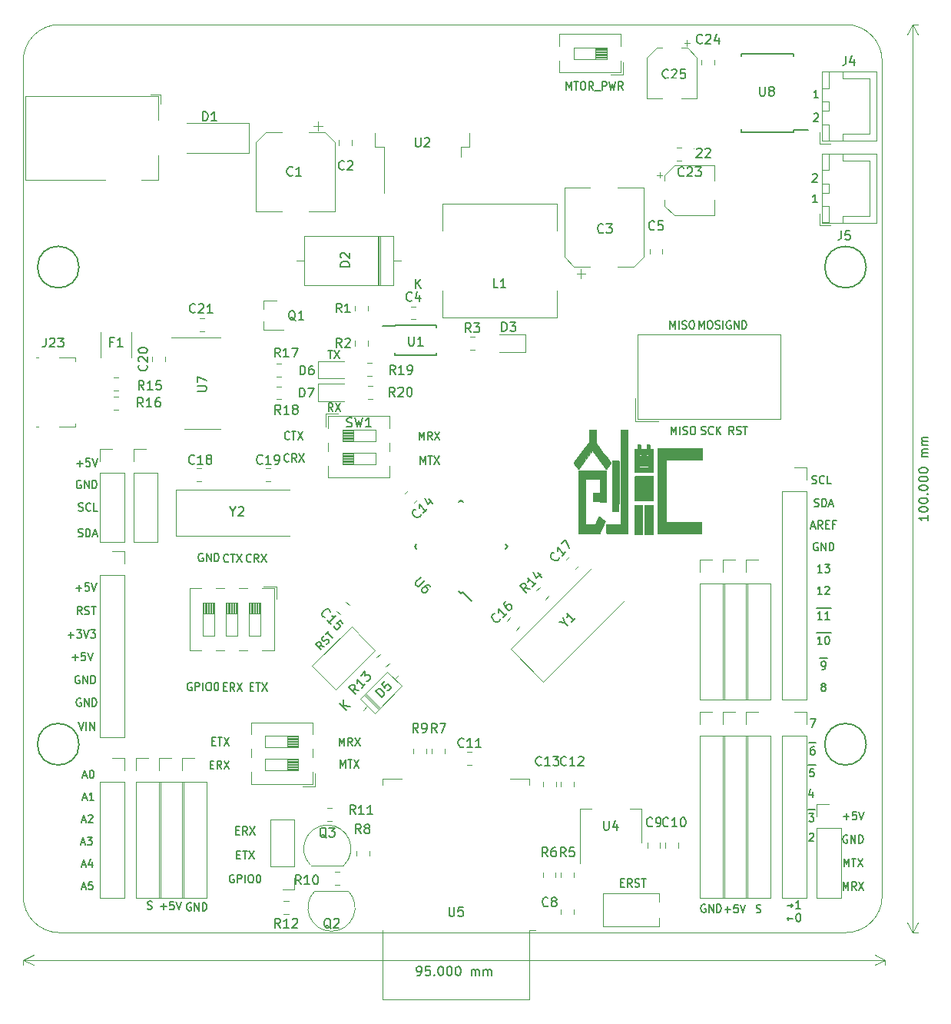
<source format=gbr>
%TF.GenerationSoftware,KiCad,Pcbnew,(5.1.5)-3*%
%TF.CreationDate,2020-03-30T01:43:13+08:00*%
%TF.ProjectId,arduino_wifi,61726475-696e-46f5-9f77-6966692e6b69,REV_1.0*%
%TF.SameCoordinates,Original*%
%TF.FileFunction,Legend,Top*%
%TF.FilePolarity,Positive*%
%FSLAX46Y46*%
G04 Gerber Fmt 4.6, Leading zero omitted, Abs format (unit mm)*
G04 Created by KiCad (PCBNEW (5.1.5)-3) date 2020-03-30 01:43:13*
%MOMM*%
%LPD*%
G04 APERTURE LIST*
%ADD10C,0.177800*%
%TA.AperFunction,Profile*%
%ADD11C,0.050000*%
%TD*%
%ADD12C,0.150000*%
%ADD13C,0.120000*%
%ADD14C,0.010000*%
%ADD15C,4.216400*%
%ADD16C,0.100000*%
%ADD17O,2.152400X1.852400*%
%ADD18R,2.052400X1.152400*%
%ADD19R,2.052400X1.952400*%
%ADD20R,1.452400X1.802400*%
%ADD21R,1.702400X1.577400*%
%ADD22R,1.532400X0.602400*%
%ADD23R,4.652400X2.152400*%
%ADD24R,1.902400X0.602400*%
%ADD25R,2.652400X1.152400*%
%ADD26R,1.152400X1.952400*%
%ADD27R,3.952400X2.152400*%
%ADD28R,1.652400X2.152400*%
%ADD29R,10.952400X9.552400*%
%ADD30R,1.252400X4.752400*%
%ADD31R,1.602400X0.602400*%
%ADD32R,2.592400X1.272400*%
%ADD33R,1.652400X1.652400*%
%ADD34R,1.272400X2.592400*%
%ADD35O,1.202400X1.652400*%
%ADD36R,1.202400X1.652400*%
%ADD37R,1.052400X0.952400*%
%ADD38R,3.052400X5.552400*%
%ADD39R,1.852400X1.852400*%
%ADD40O,1.852400X1.852400*%
%ADD41R,1.879600X1.879600*%
%ADD42O,1.879600X1.879600*%
%ADD43R,3.652400X3.652400*%
%ADD44C,1.752400*%
%ADD45R,3.352400X3.352400*%
%ADD46O,3.352400X3.352400*%
%ADD47R,3.652400X1.952400*%
G04 APERTURE END LIST*
D10*
X134124700Y-82545766D02*
X133845300Y-82122433D01*
X133645728Y-82545766D02*
X133645728Y-81656766D01*
X133965042Y-81656766D01*
X134044871Y-81699100D01*
X134084785Y-81741433D01*
X134124700Y-81826100D01*
X134124700Y-81953100D01*
X134084785Y-82037766D01*
X134044871Y-82080100D01*
X133965042Y-82122433D01*
X133645728Y-82122433D01*
X134404100Y-81656766D02*
X134962900Y-82545766D01*
X134962900Y-81656766D02*
X134404100Y-82545766D01*
X133625771Y-75865566D02*
X134104742Y-75865566D01*
X133865257Y-76754566D02*
X133865257Y-75865566D01*
X134304314Y-75865566D02*
X134863114Y-76754566D01*
X134863114Y-75865566D02*
X134304314Y-76754566D01*
X165865628Y-134505700D02*
X166145028Y-134505700D01*
X166264771Y-134971366D02*
X165865628Y-134971366D01*
X165865628Y-134082366D01*
X166264771Y-134082366D01*
X167102971Y-134971366D02*
X166823571Y-134548033D01*
X166624000Y-134971366D02*
X166624000Y-134082366D01*
X166943314Y-134082366D01*
X167023142Y-134124700D01*
X167063057Y-134167033D01*
X167102971Y-134251700D01*
X167102971Y-134378700D01*
X167063057Y-134463366D01*
X167023142Y-134505700D01*
X166943314Y-134548033D01*
X166624000Y-134548033D01*
X167422285Y-134929033D02*
X167542028Y-134971366D01*
X167741600Y-134971366D01*
X167821428Y-134929033D01*
X167861342Y-134886700D01*
X167901257Y-134802033D01*
X167901257Y-134717366D01*
X167861342Y-134632700D01*
X167821428Y-134590366D01*
X167741600Y-134548033D01*
X167581942Y-134505700D01*
X167502114Y-134463366D01*
X167462200Y-134421033D01*
X167422285Y-134336366D01*
X167422285Y-134251700D01*
X167462200Y-134167033D01*
X167502114Y-134124700D01*
X167581942Y-134082366D01*
X167781514Y-134082366D01*
X167901257Y-134124700D01*
X168140742Y-134082366D02*
X168619714Y-134082366D01*
X168380228Y-134971366D02*
X168380228Y-134082366D01*
X133208202Y-108508146D02*
X132711295Y-108406370D01*
X132869518Y-108846830D02*
X132240900Y-108218212D01*
X132466690Y-107992423D01*
X132553071Y-107965910D01*
X132611229Y-107967620D01*
X132699321Y-107999265D01*
X132789124Y-108089068D01*
X132820768Y-108177160D01*
X132822479Y-108235318D01*
X132795966Y-108321699D01*
X132570176Y-108547488D01*
X133404057Y-108252423D02*
X133518662Y-108197686D01*
X133659781Y-108056568D01*
X133686294Y-107970186D01*
X133684583Y-107912028D01*
X133652939Y-107823936D01*
X133593070Y-107764068D01*
X133504978Y-107732423D01*
X133446820Y-107730713D01*
X133360439Y-107757226D01*
X133217610Y-107840186D01*
X133131229Y-107866700D01*
X133073071Y-107864989D01*
X132984979Y-107833344D01*
X132925110Y-107773476D01*
X132893466Y-107685384D01*
X132891755Y-107627226D01*
X132918268Y-107540845D01*
X133059386Y-107399726D01*
X133173992Y-107344989D01*
X133313399Y-107145713D02*
X133652083Y-106807029D01*
X134111359Y-107604989D02*
X133482741Y-106976371D01*
X159873042Y-47188966D02*
X159873042Y-46299966D01*
X160152442Y-46934966D01*
X160431842Y-46299966D01*
X160431842Y-47188966D01*
X160711242Y-46299966D02*
X161190214Y-46299966D01*
X160950728Y-47188966D02*
X160950728Y-46299966D01*
X161629271Y-46299966D02*
X161788928Y-46299966D01*
X161868757Y-46342300D01*
X161948585Y-46426966D01*
X161988500Y-46596300D01*
X161988500Y-46892633D01*
X161948585Y-47061966D01*
X161868757Y-47146633D01*
X161788928Y-47188966D01*
X161629271Y-47188966D01*
X161549442Y-47146633D01*
X161469614Y-47061966D01*
X161429700Y-46892633D01*
X161429700Y-46596300D01*
X161469614Y-46426966D01*
X161549442Y-46342300D01*
X161629271Y-46299966D01*
X162826700Y-47188966D02*
X162547300Y-46765633D01*
X162347728Y-47188966D02*
X162347728Y-46299966D01*
X162667042Y-46299966D01*
X162746871Y-46342300D01*
X162786785Y-46384633D01*
X162826700Y-46469300D01*
X162826700Y-46596300D01*
X162786785Y-46680966D01*
X162746871Y-46723300D01*
X162667042Y-46765633D01*
X162347728Y-46765633D01*
X162986357Y-47273633D02*
X163624985Y-47273633D01*
X163824557Y-47188966D02*
X163824557Y-46299966D01*
X164143871Y-46299966D01*
X164223700Y-46342300D01*
X164263614Y-46384633D01*
X164303528Y-46469300D01*
X164303528Y-46596300D01*
X164263614Y-46680966D01*
X164223700Y-46723300D01*
X164143871Y-46765633D01*
X163824557Y-46765633D01*
X164582928Y-46299966D02*
X164782500Y-47188966D01*
X164942157Y-46553966D01*
X165101814Y-47188966D01*
X165301385Y-46299966D01*
X166099671Y-47188966D02*
X165820271Y-46765633D01*
X165620700Y-47188966D02*
X165620700Y-46299966D01*
X165940014Y-46299966D01*
X166019842Y-46342300D01*
X166059757Y-46384633D01*
X166099671Y-46469300D01*
X166099671Y-46596300D01*
X166059757Y-46680966D01*
X166019842Y-46723300D01*
X165940014Y-46765633D01*
X165620700Y-46765633D01*
X175180171Y-136918700D02*
X175100342Y-136876366D01*
X174980600Y-136876366D01*
X174860857Y-136918700D01*
X174781028Y-137003366D01*
X174741114Y-137088033D01*
X174701200Y-137257366D01*
X174701200Y-137384366D01*
X174741114Y-137553700D01*
X174781028Y-137638366D01*
X174860857Y-137723033D01*
X174980600Y-137765366D01*
X175060428Y-137765366D01*
X175180171Y-137723033D01*
X175220085Y-137680700D01*
X175220085Y-137384366D01*
X175060428Y-137384366D01*
X175579314Y-137765366D02*
X175579314Y-136876366D01*
X176058285Y-137765366D01*
X176058285Y-136876366D01*
X176457428Y-137765366D02*
X176457428Y-136876366D01*
X176657000Y-136876366D01*
X176776742Y-136918700D01*
X176856571Y-137003366D01*
X176896485Y-137088033D01*
X176936400Y-137257366D01*
X176936400Y-137384366D01*
X176896485Y-137553700D01*
X176856571Y-137638366D01*
X176776742Y-137723033D01*
X176657000Y-137765366D01*
X176457428Y-137765366D01*
X177331914Y-137477500D02*
X177970542Y-137477500D01*
X177651228Y-137816166D02*
X177651228Y-137138833D01*
X178768828Y-136927166D02*
X178369685Y-136927166D01*
X178329771Y-137350500D01*
X178369685Y-137308166D01*
X178449514Y-137265833D01*
X178649085Y-137265833D01*
X178728914Y-137308166D01*
X178768828Y-137350500D01*
X178808742Y-137435166D01*
X178808742Y-137646833D01*
X178768828Y-137731500D01*
X178728914Y-137773833D01*
X178649085Y-137816166D01*
X178449514Y-137816166D01*
X178369685Y-137773833D01*
X178329771Y-137731500D01*
X179048228Y-136927166D02*
X179327628Y-137816166D01*
X179607028Y-136927166D01*
X180811714Y-137773833D02*
X180931457Y-137816166D01*
X181131028Y-137816166D01*
X181210857Y-137773833D01*
X181250771Y-137731500D01*
X181290685Y-137646833D01*
X181290685Y-137562166D01*
X181250771Y-137477500D01*
X181210857Y-137435166D01*
X181131028Y-137392833D01*
X180971371Y-137350500D01*
X180891542Y-137308166D01*
X180851628Y-137265833D01*
X180811714Y-137181166D01*
X180811714Y-137096500D01*
X180851628Y-137011833D01*
X180891542Y-136969500D01*
X180971371Y-136927166D01*
X181170942Y-136927166D01*
X181290685Y-136969500D01*
X113704914Y-137367433D02*
X113824657Y-137409766D01*
X114024228Y-137409766D01*
X114104057Y-137367433D01*
X114143971Y-137325100D01*
X114183885Y-137240433D01*
X114183885Y-137155766D01*
X114143971Y-137071100D01*
X114104057Y-137028766D01*
X114024228Y-136986433D01*
X113864571Y-136944100D01*
X113784742Y-136901766D01*
X113744828Y-136859433D01*
X113704914Y-136774766D01*
X113704914Y-136690100D01*
X113744828Y-136605433D01*
X113784742Y-136563100D01*
X113864571Y-136520766D01*
X114064142Y-136520766D01*
X114183885Y-136563100D01*
X143782142Y-88387766D02*
X143782142Y-87498766D01*
X144061542Y-88133766D01*
X144340942Y-87498766D01*
X144340942Y-88387766D01*
X144620342Y-87498766D02*
X145099314Y-87498766D01*
X144859828Y-88387766D02*
X144859828Y-87498766D01*
X145298885Y-87498766D02*
X145857685Y-88387766D01*
X145857685Y-87498766D02*
X145298885Y-88387766D01*
X143631557Y-85746166D02*
X143631557Y-84857166D01*
X143910957Y-85492166D01*
X144190357Y-84857166D01*
X144190357Y-85746166D01*
X145068471Y-85746166D02*
X144789071Y-85322833D01*
X144589500Y-85746166D02*
X144589500Y-84857166D01*
X144908814Y-84857166D01*
X144988642Y-84899500D01*
X145028557Y-84941833D01*
X145068471Y-85026500D01*
X145068471Y-85153500D01*
X145028557Y-85238166D01*
X144988642Y-85280500D01*
X144908814Y-85322833D01*
X144589500Y-85322833D01*
X145347871Y-84857166D02*
X145906671Y-85746166D01*
X145906671Y-84857166D02*
X145347871Y-85746166D01*
X129286000Y-88049100D02*
X129246085Y-88091433D01*
X129126342Y-88133766D01*
X129046514Y-88133766D01*
X128926771Y-88091433D01*
X128846942Y-88006766D01*
X128807028Y-87922100D01*
X128767114Y-87752766D01*
X128767114Y-87625766D01*
X128807028Y-87456433D01*
X128846942Y-87371766D01*
X128926771Y-87287100D01*
X129046514Y-87244766D01*
X129126342Y-87244766D01*
X129246085Y-87287100D01*
X129286000Y-87329433D01*
X130124200Y-88133766D02*
X129844800Y-87710433D01*
X129645228Y-88133766D02*
X129645228Y-87244766D01*
X129964542Y-87244766D01*
X130044371Y-87287100D01*
X130084285Y-87329433D01*
X130124200Y-87414100D01*
X130124200Y-87541100D01*
X130084285Y-87625766D01*
X130044371Y-87668100D01*
X129964542Y-87710433D01*
X129645228Y-87710433D01*
X130403600Y-87244766D02*
X130962400Y-88133766D01*
X130962400Y-87244766D02*
X130403600Y-88133766D01*
X129334985Y-85610700D02*
X129295071Y-85653033D01*
X129175328Y-85695366D01*
X129095500Y-85695366D01*
X128975757Y-85653033D01*
X128895928Y-85568366D01*
X128856014Y-85483700D01*
X128816100Y-85314366D01*
X128816100Y-85187366D01*
X128856014Y-85018033D01*
X128895928Y-84933366D01*
X128975757Y-84848700D01*
X129095500Y-84806366D01*
X129175328Y-84806366D01*
X129295071Y-84848700D01*
X129334985Y-84891033D01*
X129574471Y-84806366D02*
X130053442Y-84806366D01*
X129813957Y-85695366D02*
X129813957Y-84806366D01*
X130253014Y-84806366D02*
X130811814Y-85695366D01*
X130811814Y-84806366D02*
X130253014Y-85695366D01*
X125120400Y-99098100D02*
X125080485Y-99140433D01*
X124960742Y-99182766D01*
X124880914Y-99182766D01*
X124761171Y-99140433D01*
X124681342Y-99055766D01*
X124641428Y-98971100D01*
X124601514Y-98801766D01*
X124601514Y-98674766D01*
X124641428Y-98505433D01*
X124681342Y-98420766D01*
X124761171Y-98336100D01*
X124880914Y-98293766D01*
X124960742Y-98293766D01*
X125080485Y-98336100D01*
X125120400Y-98378433D01*
X125958600Y-99182766D02*
X125679200Y-98759433D01*
X125479628Y-99182766D02*
X125479628Y-98293766D01*
X125798942Y-98293766D01*
X125878771Y-98336100D01*
X125918685Y-98378433D01*
X125958600Y-98463100D01*
X125958600Y-98590100D01*
X125918685Y-98674766D01*
X125878771Y-98717100D01*
X125798942Y-98759433D01*
X125479628Y-98759433D01*
X126238000Y-98293766D02*
X126796800Y-99182766D01*
X126796800Y-98293766D02*
X126238000Y-99182766D01*
X122629385Y-99098100D02*
X122589471Y-99140433D01*
X122469728Y-99182766D01*
X122389900Y-99182766D01*
X122270157Y-99140433D01*
X122190328Y-99055766D01*
X122150414Y-98971100D01*
X122110500Y-98801766D01*
X122110500Y-98674766D01*
X122150414Y-98505433D01*
X122190328Y-98420766D01*
X122270157Y-98336100D01*
X122389900Y-98293766D01*
X122469728Y-98293766D01*
X122589471Y-98336100D01*
X122629385Y-98378433D01*
X122868871Y-98293766D02*
X123347842Y-98293766D01*
X123108357Y-99182766D02*
X123108357Y-98293766D01*
X123547414Y-98293766D02*
X124106214Y-99182766D01*
X124106214Y-98293766D02*
X123547414Y-99182766D01*
X119808171Y-98285300D02*
X119728342Y-98242966D01*
X119608600Y-98242966D01*
X119488857Y-98285300D01*
X119409028Y-98369966D01*
X119369114Y-98454633D01*
X119329200Y-98623966D01*
X119329200Y-98750966D01*
X119369114Y-98920300D01*
X119409028Y-99004966D01*
X119488857Y-99089633D01*
X119608600Y-99131966D01*
X119688428Y-99131966D01*
X119808171Y-99089633D01*
X119848085Y-99047300D01*
X119848085Y-98750966D01*
X119688428Y-98750966D01*
X120207314Y-99131966D02*
X120207314Y-98242966D01*
X120686285Y-99131966D01*
X120686285Y-98242966D01*
X121085428Y-99131966D02*
X121085428Y-98242966D01*
X121285000Y-98242966D01*
X121404742Y-98285300D01*
X121484571Y-98369966D01*
X121524485Y-98454633D01*
X121564400Y-98623966D01*
X121564400Y-98750966D01*
X121524485Y-98920300D01*
X121484571Y-99004966D01*
X121404742Y-99089633D01*
X121285000Y-99131966D01*
X121085428Y-99131966D01*
X122065142Y-112915700D02*
X122344542Y-112915700D01*
X122464285Y-113381366D02*
X122065142Y-113381366D01*
X122065142Y-112492366D01*
X122464285Y-112492366D01*
X123302485Y-113381366D02*
X123023085Y-112958033D01*
X122823514Y-113381366D02*
X122823514Y-112492366D01*
X123142828Y-112492366D01*
X123222657Y-112534700D01*
X123262571Y-112577033D01*
X123302485Y-112661700D01*
X123302485Y-112788700D01*
X123262571Y-112873366D01*
X123222657Y-112915700D01*
X123142828Y-112958033D01*
X122823514Y-112958033D01*
X123581885Y-112492366D02*
X124140685Y-113381366D01*
X124140685Y-112492366D02*
X123581885Y-113381366D01*
X125009728Y-112915700D02*
X125289128Y-112915700D01*
X125408871Y-113381366D02*
X125009728Y-113381366D01*
X125009728Y-112492366D01*
X125408871Y-112492366D01*
X125648357Y-112492366D02*
X126127328Y-112492366D01*
X125887842Y-113381366D02*
X125887842Y-112492366D01*
X126326900Y-112492366D02*
X126885700Y-113381366D01*
X126885700Y-112492366D02*
X126326900Y-113381366D01*
X118574457Y-112509300D02*
X118494628Y-112466966D01*
X118374885Y-112466966D01*
X118255142Y-112509300D01*
X118175314Y-112593966D01*
X118135400Y-112678633D01*
X118095485Y-112847966D01*
X118095485Y-112974966D01*
X118135400Y-113144300D01*
X118175314Y-113228966D01*
X118255142Y-113313633D01*
X118374885Y-113355966D01*
X118454714Y-113355966D01*
X118574457Y-113313633D01*
X118614371Y-113271300D01*
X118614371Y-112974966D01*
X118454714Y-112974966D01*
X118973600Y-113355966D02*
X118973600Y-112466966D01*
X119292914Y-112466966D01*
X119372742Y-112509300D01*
X119412657Y-112551633D01*
X119452571Y-112636300D01*
X119452571Y-112763300D01*
X119412657Y-112847966D01*
X119372742Y-112890300D01*
X119292914Y-112932633D01*
X118973600Y-112932633D01*
X119811800Y-113355966D02*
X119811800Y-112466966D01*
X120370600Y-112466966D02*
X120530257Y-112466966D01*
X120610085Y-112509300D01*
X120689914Y-112593966D01*
X120729828Y-112763300D01*
X120729828Y-113059633D01*
X120689914Y-113228966D01*
X120610085Y-113313633D01*
X120530257Y-113355966D01*
X120370600Y-113355966D01*
X120290771Y-113313633D01*
X120210942Y-113228966D01*
X120171028Y-113059633D01*
X120171028Y-112763300D01*
X120210942Y-112593966D01*
X120290771Y-112509300D01*
X120370600Y-112466966D01*
X121248714Y-112466966D02*
X121328542Y-112466966D01*
X121408371Y-112509300D01*
X121448285Y-112551633D01*
X121488200Y-112636300D01*
X121528114Y-112805633D01*
X121528114Y-113017300D01*
X121488200Y-113186633D01*
X121448285Y-113271300D01*
X121408371Y-113313633D01*
X121328542Y-113355966D01*
X121248714Y-113355966D01*
X121168885Y-113313633D01*
X121128971Y-113271300D01*
X121089057Y-113186633D01*
X121049142Y-113017300D01*
X121049142Y-112805633D01*
X121089057Y-112636300D01*
X121128971Y-112551633D01*
X121168885Y-112509300D01*
X121248714Y-112466966D01*
X134843157Y-119426566D02*
X134843157Y-118537566D01*
X135122557Y-119172566D01*
X135401957Y-118537566D01*
X135401957Y-119426566D01*
X136280071Y-119426566D02*
X136000671Y-119003233D01*
X135801100Y-119426566D02*
X135801100Y-118537566D01*
X136120414Y-118537566D01*
X136200242Y-118579900D01*
X136240157Y-118622233D01*
X136280071Y-118706900D01*
X136280071Y-118833900D01*
X136240157Y-118918566D01*
X136200242Y-118960900D01*
X136120414Y-119003233D01*
X135801100Y-119003233D01*
X136559471Y-118537566D02*
X137118271Y-119426566D01*
X137118271Y-118537566D02*
X136559471Y-119426566D01*
X134942942Y-121864966D02*
X134942942Y-120975966D01*
X135222342Y-121610966D01*
X135501742Y-120975966D01*
X135501742Y-121864966D01*
X135781142Y-120975966D02*
X136260114Y-120975966D01*
X136020628Y-121864966D02*
X136020628Y-120975966D01*
X136459685Y-120975966D02*
X137018485Y-121864966D01*
X137018485Y-120975966D02*
X136459685Y-121864966D01*
X120818728Y-118910100D02*
X121098128Y-118910100D01*
X121217871Y-119375766D02*
X120818728Y-119375766D01*
X120818728Y-118486766D01*
X121217871Y-118486766D01*
X121457357Y-118486766D02*
X121936328Y-118486766D01*
X121696842Y-119375766D02*
X121696842Y-118486766D01*
X122135900Y-118486766D02*
X122694700Y-119375766D01*
X122694700Y-118486766D02*
X122135900Y-119375766D01*
X120617342Y-121500900D02*
X120896742Y-121500900D01*
X121016485Y-121966566D02*
X120617342Y-121966566D01*
X120617342Y-121077566D01*
X121016485Y-121077566D01*
X121854685Y-121966566D02*
X121575285Y-121543233D01*
X121375714Y-121966566D02*
X121375714Y-121077566D01*
X121695028Y-121077566D01*
X121774857Y-121119900D01*
X121814771Y-121162233D01*
X121854685Y-121246900D01*
X121854685Y-121373900D01*
X121814771Y-121458566D01*
X121774857Y-121500900D01*
X121695028Y-121543233D01*
X121375714Y-121543233D01*
X122134085Y-121077566D02*
X122692885Y-121966566D01*
X122692885Y-121077566D02*
X122134085Y-121966566D01*
X187488285Y-59584166D02*
X187009314Y-59584166D01*
X187248800Y-59584166D02*
X187248800Y-58695166D01*
X187168971Y-58822166D01*
X187089142Y-58906833D01*
X187009314Y-58949166D01*
X187009314Y-56544633D02*
X187049228Y-56502300D01*
X187129057Y-56459966D01*
X187328628Y-56459966D01*
X187408457Y-56502300D01*
X187448371Y-56544633D01*
X187488285Y-56629300D01*
X187488285Y-56713966D01*
X187448371Y-56840966D01*
X186969400Y-57348966D01*
X187488285Y-57348966D01*
X187161714Y-49839033D02*
X187201628Y-49796700D01*
X187281457Y-49754366D01*
X187481028Y-49754366D01*
X187560857Y-49796700D01*
X187600771Y-49839033D01*
X187640685Y-49923700D01*
X187640685Y-50008366D01*
X187600771Y-50135366D01*
X187121800Y-50643366D01*
X187640685Y-50643366D01*
X187640685Y-48052566D02*
X187161714Y-48052566D01*
X187401200Y-48052566D02*
X187401200Y-47163566D01*
X187321371Y-47290566D01*
X187241542Y-47375233D01*
X187161714Y-47417566D01*
X171301228Y-73503366D02*
X171301228Y-72614366D01*
X171580628Y-73249366D01*
X171860028Y-72614366D01*
X171860028Y-73503366D01*
X172259171Y-73503366D02*
X172259171Y-72614366D01*
X172618400Y-73461033D02*
X172738142Y-73503366D01*
X172937714Y-73503366D01*
X173017542Y-73461033D01*
X173057457Y-73418700D01*
X173097371Y-73334033D01*
X173097371Y-73249366D01*
X173057457Y-73164700D01*
X173017542Y-73122366D01*
X172937714Y-73080033D01*
X172778057Y-73037700D01*
X172698228Y-72995366D01*
X172658314Y-72953033D01*
X172618400Y-72868366D01*
X172618400Y-72783700D01*
X172658314Y-72699033D01*
X172698228Y-72656700D01*
X172778057Y-72614366D01*
X172977628Y-72614366D01*
X173097371Y-72656700D01*
X173616257Y-72614366D02*
X173775914Y-72614366D01*
X173855742Y-72656700D01*
X173935571Y-72741366D01*
X173975485Y-72910700D01*
X173975485Y-73207033D01*
X173935571Y-73376366D01*
X173855742Y-73461033D01*
X173775914Y-73503366D01*
X173616257Y-73503366D01*
X173536428Y-73461033D01*
X173456600Y-73376366D01*
X173416685Y-73207033D01*
X173416685Y-72910700D01*
X173456600Y-72741366D01*
X173536428Y-72656700D01*
X173616257Y-72614366D01*
X174501628Y-73503366D02*
X174501628Y-72614366D01*
X174781028Y-73249366D01*
X175060428Y-72614366D01*
X175060428Y-73503366D01*
X175619228Y-72614366D02*
X175778885Y-72614366D01*
X175858714Y-72656700D01*
X175938542Y-72741366D01*
X175978457Y-72910700D01*
X175978457Y-73207033D01*
X175938542Y-73376366D01*
X175858714Y-73461033D01*
X175778885Y-73503366D01*
X175619228Y-73503366D01*
X175539400Y-73461033D01*
X175459571Y-73376366D01*
X175419657Y-73207033D01*
X175419657Y-72910700D01*
X175459571Y-72741366D01*
X175539400Y-72656700D01*
X175619228Y-72614366D01*
X176297771Y-73461033D02*
X176417514Y-73503366D01*
X176617085Y-73503366D01*
X176696914Y-73461033D01*
X176736828Y-73418700D01*
X176776742Y-73334033D01*
X176776742Y-73249366D01*
X176736828Y-73164700D01*
X176696914Y-73122366D01*
X176617085Y-73080033D01*
X176457428Y-73037700D01*
X176377600Y-72995366D01*
X176337685Y-72953033D01*
X176297771Y-72868366D01*
X176297771Y-72783700D01*
X176337685Y-72699033D01*
X176377600Y-72656700D01*
X176457428Y-72614366D01*
X176657000Y-72614366D01*
X176776742Y-72656700D01*
X177135971Y-73503366D02*
X177135971Y-72614366D01*
X177974171Y-72656700D02*
X177894342Y-72614366D01*
X177774600Y-72614366D01*
X177654857Y-72656700D01*
X177575028Y-72741366D01*
X177535114Y-72826033D01*
X177495200Y-72995366D01*
X177495200Y-73122366D01*
X177535114Y-73291700D01*
X177575028Y-73376366D01*
X177654857Y-73461033D01*
X177774600Y-73503366D01*
X177854428Y-73503366D01*
X177974171Y-73461033D01*
X178014085Y-73418700D01*
X178014085Y-73122366D01*
X177854428Y-73122366D01*
X178373314Y-73503366D02*
X178373314Y-72614366D01*
X178852285Y-73503366D01*
X178852285Y-72614366D01*
X179251428Y-73503366D02*
X179251428Y-72614366D01*
X179451000Y-72614366D01*
X179570742Y-72656700D01*
X179650571Y-72741366D01*
X179690485Y-72826033D01*
X179730400Y-72995366D01*
X179730400Y-73122366D01*
X179690485Y-73291700D01*
X179650571Y-73376366D01*
X179570742Y-73461033D01*
X179451000Y-73503366D01*
X179251428Y-73503366D01*
X178306185Y-85136566D02*
X178026785Y-84713233D01*
X177827214Y-85136566D02*
X177827214Y-84247566D01*
X178146528Y-84247566D01*
X178226357Y-84289900D01*
X178266271Y-84332233D01*
X178306185Y-84416900D01*
X178306185Y-84543900D01*
X178266271Y-84628566D01*
X178226357Y-84670900D01*
X178146528Y-84713233D01*
X177827214Y-84713233D01*
X178625500Y-85094233D02*
X178745242Y-85136566D01*
X178944814Y-85136566D01*
X179024642Y-85094233D01*
X179064557Y-85051900D01*
X179104471Y-84967233D01*
X179104471Y-84882566D01*
X179064557Y-84797900D01*
X179024642Y-84755566D01*
X178944814Y-84713233D01*
X178785157Y-84670900D01*
X178705328Y-84628566D01*
X178665414Y-84586233D01*
X178625500Y-84501566D01*
X178625500Y-84416900D01*
X178665414Y-84332233D01*
X178705328Y-84289900D01*
X178785157Y-84247566D01*
X178984728Y-84247566D01*
X179104471Y-84289900D01*
X179343957Y-84247566D02*
X179822928Y-84247566D01*
X179583442Y-85136566D02*
X179583442Y-84247566D01*
X174741114Y-85094233D02*
X174860857Y-85136566D01*
X175060428Y-85136566D01*
X175140257Y-85094233D01*
X175180171Y-85051900D01*
X175220085Y-84967233D01*
X175220085Y-84882566D01*
X175180171Y-84797900D01*
X175140257Y-84755566D01*
X175060428Y-84713233D01*
X174900771Y-84670900D01*
X174820942Y-84628566D01*
X174781028Y-84586233D01*
X174741114Y-84501566D01*
X174741114Y-84416900D01*
X174781028Y-84332233D01*
X174820942Y-84289900D01*
X174900771Y-84247566D01*
X175100342Y-84247566D01*
X175220085Y-84289900D01*
X176058285Y-85051900D02*
X176018371Y-85094233D01*
X175898628Y-85136566D01*
X175818800Y-85136566D01*
X175699057Y-85094233D01*
X175619228Y-85009566D01*
X175579314Y-84924900D01*
X175539400Y-84755566D01*
X175539400Y-84628566D01*
X175579314Y-84459233D01*
X175619228Y-84374566D01*
X175699057Y-84289900D01*
X175818800Y-84247566D01*
X175898628Y-84247566D01*
X176018371Y-84289900D01*
X176058285Y-84332233D01*
X176417514Y-85136566D02*
X176417514Y-84247566D01*
X176896485Y-85136566D02*
X176537257Y-84628566D01*
X176896485Y-84247566D02*
X176417514Y-84755566D01*
X171402828Y-85136566D02*
X171402828Y-84247566D01*
X171682228Y-84882566D01*
X171961628Y-84247566D01*
X171961628Y-85136566D01*
X172360771Y-85136566D02*
X172360771Y-84247566D01*
X172720000Y-85094233D02*
X172839742Y-85136566D01*
X173039314Y-85136566D01*
X173119142Y-85094233D01*
X173159057Y-85051900D01*
X173198971Y-84967233D01*
X173198971Y-84882566D01*
X173159057Y-84797900D01*
X173119142Y-84755566D01*
X173039314Y-84713233D01*
X172879657Y-84670900D01*
X172799828Y-84628566D01*
X172759914Y-84586233D01*
X172720000Y-84501566D01*
X172720000Y-84416900D01*
X172759914Y-84332233D01*
X172799828Y-84289900D01*
X172879657Y-84247566D01*
X173079228Y-84247566D01*
X173198971Y-84289900D01*
X173717857Y-84247566D02*
X173877514Y-84247566D01*
X173957342Y-84289900D01*
X174037171Y-84374566D01*
X174077085Y-84543900D01*
X174077085Y-84840233D01*
X174037171Y-85009566D01*
X173957342Y-85094233D01*
X173877514Y-85136566D01*
X173717857Y-85136566D01*
X173638028Y-85094233D01*
X173558200Y-85009566D01*
X173518285Y-84840233D01*
X173518285Y-84543900D01*
X173558200Y-84374566D01*
X173638028Y-84289900D01*
X173717857Y-84247566D01*
X186962142Y-90529833D02*
X187081885Y-90572166D01*
X187281457Y-90572166D01*
X187361285Y-90529833D01*
X187401200Y-90487500D01*
X187441114Y-90402833D01*
X187441114Y-90318166D01*
X187401200Y-90233500D01*
X187361285Y-90191166D01*
X187281457Y-90148833D01*
X187121800Y-90106500D01*
X187041971Y-90064166D01*
X187002057Y-90021833D01*
X186962142Y-89937166D01*
X186962142Y-89852500D01*
X187002057Y-89767833D01*
X187041971Y-89725500D01*
X187121800Y-89683166D01*
X187321371Y-89683166D01*
X187441114Y-89725500D01*
X188279314Y-90487500D02*
X188239400Y-90529833D01*
X188119657Y-90572166D01*
X188039828Y-90572166D01*
X187920085Y-90529833D01*
X187840257Y-90445166D01*
X187800342Y-90360500D01*
X187760428Y-90191166D01*
X187760428Y-90064166D01*
X187800342Y-89894833D01*
X187840257Y-89810166D01*
X187920085Y-89725500D01*
X188039828Y-89683166D01*
X188119657Y-89683166D01*
X188239400Y-89725500D01*
X188279314Y-89767833D01*
X189037685Y-90572166D02*
X188638542Y-90572166D01*
X188638542Y-89683166D01*
X187196185Y-93069833D02*
X187315928Y-93112166D01*
X187515500Y-93112166D01*
X187595328Y-93069833D01*
X187635242Y-93027500D01*
X187675157Y-92942833D01*
X187675157Y-92858166D01*
X187635242Y-92773500D01*
X187595328Y-92731166D01*
X187515500Y-92688833D01*
X187355842Y-92646500D01*
X187276014Y-92604166D01*
X187236100Y-92561833D01*
X187196185Y-92477166D01*
X187196185Y-92392500D01*
X187236100Y-92307833D01*
X187276014Y-92265500D01*
X187355842Y-92223166D01*
X187555414Y-92223166D01*
X187675157Y-92265500D01*
X188034385Y-93112166D02*
X188034385Y-92223166D01*
X188233957Y-92223166D01*
X188353700Y-92265500D01*
X188433528Y-92350166D01*
X188473442Y-92434833D01*
X188513357Y-92604166D01*
X188513357Y-92731166D01*
X188473442Y-92900500D01*
X188433528Y-92985166D01*
X188353700Y-93069833D01*
X188233957Y-93112166D01*
X188034385Y-93112166D01*
X188832671Y-92858166D02*
X189231814Y-92858166D01*
X188752842Y-93112166D02*
X189032242Y-92223166D01*
X189311642Y-93112166D01*
X186856914Y-95274817D02*
X187256057Y-95274817D01*
X186777085Y-95528817D02*
X187056485Y-94639817D01*
X187335885Y-95528817D01*
X188094257Y-95528817D02*
X187814857Y-95105484D01*
X187615285Y-95528817D02*
X187615285Y-94639817D01*
X187934600Y-94639817D01*
X188014428Y-94682151D01*
X188054342Y-94724484D01*
X188094257Y-94809151D01*
X188094257Y-94936151D01*
X188054342Y-95020817D01*
X188014428Y-95063151D01*
X187934600Y-95105484D01*
X187615285Y-95105484D01*
X188453485Y-95063151D02*
X188732885Y-95063151D01*
X188852628Y-95528817D02*
X188453485Y-95528817D01*
X188453485Y-94639817D01*
X188852628Y-94639817D01*
X189491257Y-95063151D02*
X189211857Y-95063151D01*
X189211857Y-95528817D02*
X189211857Y-94639817D01*
X189611000Y-94639817D01*
X187575371Y-97098802D02*
X187495542Y-97056468D01*
X187375800Y-97056468D01*
X187256057Y-97098802D01*
X187176228Y-97183468D01*
X187136314Y-97268135D01*
X187096400Y-97437468D01*
X187096400Y-97564468D01*
X187136314Y-97733802D01*
X187176228Y-97818468D01*
X187256057Y-97903135D01*
X187375800Y-97945468D01*
X187455628Y-97945468D01*
X187575371Y-97903135D01*
X187615285Y-97860802D01*
X187615285Y-97564468D01*
X187455628Y-97564468D01*
X187974514Y-97945468D02*
X187974514Y-97056468D01*
X188453485Y-97945468D01*
X188453485Y-97056468D01*
X188852628Y-97945468D02*
X188852628Y-97056468D01*
X189052200Y-97056468D01*
X189171942Y-97098802D01*
X189251771Y-97183468D01*
X189291685Y-97268135D01*
X189331600Y-97437468D01*
X189331600Y-97564468D01*
X189291685Y-97733802D01*
X189251771Y-97818468D01*
X189171942Y-97903135D01*
X189052200Y-97945468D01*
X188852628Y-97945468D01*
X188054342Y-100362119D02*
X187575371Y-100362119D01*
X187814857Y-100362119D02*
X187814857Y-99473119D01*
X187735028Y-99600119D01*
X187655200Y-99684786D01*
X187575371Y-99727119D01*
X188333742Y-99473119D02*
X188852628Y-99473119D01*
X188573228Y-99811786D01*
X188692971Y-99811786D01*
X188772800Y-99854119D01*
X188812714Y-99896453D01*
X188852628Y-99981119D01*
X188852628Y-100192786D01*
X188812714Y-100277453D01*
X188772800Y-100319786D01*
X188692971Y-100362119D01*
X188453485Y-100362119D01*
X188373657Y-100319786D01*
X188333742Y-100277453D01*
X188054342Y-102778770D02*
X187575371Y-102778770D01*
X187814857Y-102778770D02*
X187814857Y-101889770D01*
X187735028Y-102016770D01*
X187655200Y-102101437D01*
X187575371Y-102143770D01*
X188373657Y-101974437D02*
X188413571Y-101932104D01*
X188493400Y-101889770D01*
X188692971Y-101889770D01*
X188772800Y-101932104D01*
X188812714Y-101974437D01*
X188852628Y-102059104D01*
X188852628Y-102143770D01*
X188812714Y-102270770D01*
X188333742Y-102778770D01*
X188852628Y-102778770D01*
X187415714Y-104250965D02*
X188214000Y-104250965D01*
X188054342Y-105524351D02*
X187575371Y-105524351D01*
X187814857Y-105524351D02*
X187814857Y-104635351D01*
X187735028Y-104762351D01*
X187655200Y-104847018D01*
X187575371Y-104889351D01*
X188214000Y-104250965D02*
X189012285Y-104250965D01*
X188852628Y-105524351D02*
X188373657Y-105524351D01*
X188613142Y-105524351D02*
X188613142Y-104635351D01*
X188533314Y-104762351D01*
X188453485Y-104847018D01*
X188373657Y-104889351D01*
X187415714Y-106996546D02*
X188214000Y-106996546D01*
X188054342Y-108269932D02*
X187575371Y-108269932D01*
X187814857Y-108269932D02*
X187814857Y-107380932D01*
X187735028Y-107507932D01*
X187655200Y-107592599D01*
X187575371Y-107634932D01*
X188214000Y-106996546D02*
X189012285Y-106996546D01*
X188573228Y-107380932D02*
X188653057Y-107380932D01*
X188732885Y-107423266D01*
X188772800Y-107465599D01*
X188812714Y-107550266D01*
X188852628Y-107719599D01*
X188852628Y-107931266D01*
X188812714Y-108100599D01*
X188772800Y-108185266D01*
X188732885Y-108227599D01*
X188653057Y-108269932D01*
X188573228Y-108269932D01*
X188493400Y-108227599D01*
X188453485Y-108185266D01*
X188413571Y-108100599D01*
X188373657Y-107931266D01*
X188373657Y-107719599D01*
X188413571Y-107550266D01*
X188453485Y-107465599D01*
X188493400Y-107423266D01*
X188573228Y-107380932D01*
X187814857Y-109742127D02*
X188613142Y-109742127D01*
X188054342Y-111015513D02*
X188214000Y-111015513D01*
X188293828Y-110973180D01*
X188333742Y-110930847D01*
X188413571Y-110803847D01*
X188453485Y-110634513D01*
X188453485Y-110295847D01*
X188413571Y-110211180D01*
X188373657Y-110168847D01*
X188293828Y-110126513D01*
X188134171Y-110126513D01*
X188054342Y-110168847D01*
X188014428Y-110211180D01*
X187974514Y-110295847D01*
X187974514Y-110507513D01*
X188014428Y-110592180D01*
X188054342Y-110634513D01*
X188134171Y-110676847D01*
X188293828Y-110676847D01*
X188373657Y-110634513D01*
X188413571Y-110592180D01*
X188453485Y-110507513D01*
X188134171Y-112924166D02*
X188054342Y-112881833D01*
X188014428Y-112839500D01*
X187974514Y-112754833D01*
X187974514Y-112712500D01*
X188014428Y-112627833D01*
X188054342Y-112585500D01*
X188134171Y-112543166D01*
X188293828Y-112543166D01*
X188373657Y-112585500D01*
X188413571Y-112627833D01*
X188453485Y-112712500D01*
X188453485Y-112754833D01*
X188413571Y-112839500D01*
X188373657Y-112881833D01*
X188293828Y-112924166D01*
X188134171Y-112924166D01*
X188054342Y-112966500D01*
X188014428Y-113008833D01*
X187974514Y-113093500D01*
X187974514Y-113262833D01*
X188014428Y-113347500D01*
X188054342Y-113389833D01*
X188134171Y-113432166D01*
X188293828Y-113432166D01*
X188373657Y-113389833D01*
X188413571Y-113347500D01*
X188453485Y-113262833D01*
X188453485Y-113093500D01*
X188413571Y-113008833D01*
X188373657Y-112966500D01*
X188293828Y-112924166D01*
X186766200Y-116454766D02*
X187325000Y-116454766D01*
X186965771Y-117343766D01*
X186595657Y-119118380D02*
X187393942Y-119118380D01*
X187154457Y-119502766D02*
X186994800Y-119502766D01*
X186914971Y-119545100D01*
X186875057Y-119587433D01*
X186795228Y-119714433D01*
X186755314Y-119883766D01*
X186755314Y-120222433D01*
X186795228Y-120307100D01*
X186835142Y-120349433D01*
X186914971Y-120391766D01*
X187074628Y-120391766D01*
X187154457Y-120349433D01*
X187194371Y-120307100D01*
X187234285Y-120222433D01*
X187234285Y-120010766D01*
X187194371Y-119926100D01*
X187154457Y-119883766D01*
X187074628Y-119841433D01*
X186914971Y-119841433D01*
X186835142Y-119883766D01*
X186795228Y-119926100D01*
X186755314Y-120010766D01*
X186544857Y-121545604D02*
X187343142Y-121545604D01*
X187143571Y-121929990D02*
X186744428Y-121929990D01*
X186704514Y-122353324D01*
X186744428Y-122310990D01*
X186824257Y-122268657D01*
X187023828Y-122268657D01*
X187103657Y-122310990D01*
X187143571Y-122353324D01*
X187183485Y-122437990D01*
X187183485Y-122649657D01*
X187143571Y-122734324D01*
X187103657Y-122776657D01*
X187023828Y-122818990D01*
X186824257Y-122818990D01*
X186744428Y-122776657D01*
X186704514Y-122734324D01*
X187002057Y-124523500D02*
X187002057Y-125116166D01*
X186802485Y-124184833D02*
X186602914Y-124819833D01*
X187121800Y-124819833D01*
X186494057Y-126484380D02*
X187292342Y-126484380D01*
X186613800Y-126868766D02*
X187132685Y-126868766D01*
X186853285Y-127207433D01*
X186973028Y-127207433D01*
X187052857Y-127249766D01*
X187092771Y-127292100D01*
X187132685Y-127376766D01*
X187132685Y-127588433D01*
X187092771Y-127673100D01*
X187052857Y-127715433D01*
X186973028Y-127757766D01*
X186733542Y-127757766D01*
X186653714Y-127715433D01*
X186613800Y-127673100D01*
X186653714Y-129137833D02*
X186693628Y-129095500D01*
X186773457Y-129053166D01*
X186973028Y-129053166D01*
X187052857Y-129095500D01*
X187092771Y-129137833D01*
X187132685Y-129222500D01*
X187132685Y-129307166D01*
X187092771Y-129434166D01*
X186613800Y-129942166D01*
X187132685Y-129942166D01*
X184193542Y-137020300D02*
X184832171Y-137020300D01*
X184672514Y-137189633D02*
X184832171Y-137020300D01*
X184672514Y-136850966D01*
X185670371Y-137358966D02*
X185191400Y-137358966D01*
X185430885Y-137358966D02*
X185430885Y-136469966D01*
X185351057Y-136596966D01*
X185271228Y-136681633D01*
X185191400Y-136723966D01*
X184832171Y-138442700D02*
X184193542Y-138442700D01*
X184353200Y-138612033D02*
X184193542Y-138442700D01*
X184353200Y-138273366D01*
X185390971Y-137892366D02*
X185470800Y-137892366D01*
X185550628Y-137934700D01*
X185590542Y-137977033D01*
X185630457Y-138061700D01*
X185670371Y-138231033D01*
X185670371Y-138442700D01*
X185630457Y-138612033D01*
X185590542Y-138696700D01*
X185550628Y-138739033D01*
X185470800Y-138781366D01*
X185390971Y-138781366D01*
X185311142Y-138739033D01*
X185271228Y-138696700D01*
X185231314Y-138612033D01*
X185191400Y-138442700D01*
X185191400Y-138231033D01*
X185231314Y-138061700D01*
X185271228Y-137977033D01*
X185311142Y-137934700D01*
X185390971Y-137892366D01*
X190367557Y-135326966D02*
X190367557Y-134437966D01*
X190646957Y-135072966D01*
X190926357Y-134437966D01*
X190926357Y-135326966D01*
X191804471Y-135326966D02*
X191525071Y-134903633D01*
X191325500Y-135326966D02*
X191325500Y-134437966D01*
X191644814Y-134437966D01*
X191724642Y-134480300D01*
X191764557Y-134522633D01*
X191804471Y-134607300D01*
X191804471Y-134734300D01*
X191764557Y-134818966D01*
X191724642Y-134861300D01*
X191644814Y-134903633D01*
X191325500Y-134903633D01*
X192083871Y-134437966D02*
X192642671Y-135326966D01*
X192642671Y-134437966D02*
X192083871Y-135326966D01*
X190467342Y-132736166D02*
X190467342Y-131847166D01*
X190746742Y-132482166D01*
X191026142Y-131847166D01*
X191026142Y-132736166D01*
X191305542Y-131847166D02*
X191784514Y-131847166D01*
X191545028Y-132736166D02*
X191545028Y-131847166D01*
X191984085Y-131847166D02*
X192542885Y-132736166D01*
X192542885Y-131847166D02*
X191984085Y-132736166D01*
X190826571Y-129298700D02*
X190746742Y-129256366D01*
X190627000Y-129256366D01*
X190507257Y-129298700D01*
X190427428Y-129383366D01*
X190387514Y-129468033D01*
X190347600Y-129637366D01*
X190347600Y-129764366D01*
X190387514Y-129933700D01*
X190427428Y-130018366D01*
X190507257Y-130103033D01*
X190627000Y-130145366D01*
X190706828Y-130145366D01*
X190826571Y-130103033D01*
X190866485Y-130060700D01*
X190866485Y-129764366D01*
X190706828Y-129764366D01*
X191225714Y-130145366D02*
X191225714Y-129256366D01*
X191704685Y-130145366D01*
X191704685Y-129256366D01*
X192103828Y-130145366D02*
X192103828Y-129256366D01*
X192303400Y-129256366D01*
X192423142Y-129298700D01*
X192502971Y-129383366D01*
X192542885Y-129468033D01*
X192582800Y-129637366D01*
X192582800Y-129764366D01*
X192542885Y-129933700D01*
X192502971Y-130018366D01*
X192423142Y-130103033D01*
X192303400Y-130145366D01*
X192103828Y-130145366D01*
X190387514Y-127215900D02*
X191026142Y-127215900D01*
X190706828Y-127554566D02*
X190706828Y-126877233D01*
X191824428Y-126665566D02*
X191425285Y-126665566D01*
X191385371Y-127088900D01*
X191425285Y-127046566D01*
X191505114Y-127004233D01*
X191704685Y-127004233D01*
X191784514Y-127046566D01*
X191824428Y-127088900D01*
X191864342Y-127173566D01*
X191864342Y-127385233D01*
X191824428Y-127469900D01*
X191784514Y-127512233D01*
X191704685Y-127554566D01*
X191505114Y-127554566D01*
X191425285Y-127512233D01*
X191385371Y-127469900D01*
X192103828Y-126665566D02*
X192383228Y-127554566D01*
X192662628Y-126665566D01*
X123222657Y-133667500D02*
X123142828Y-133625166D01*
X123023085Y-133625166D01*
X122903342Y-133667500D01*
X122823514Y-133752166D01*
X122783600Y-133836833D01*
X122743685Y-134006166D01*
X122743685Y-134133166D01*
X122783600Y-134302500D01*
X122823514Y-134387166D01*
X122903342Y-134471833D01*
X123023085Y-134514166D01*
X123102914Y-134514166D01*
X123222657Y-134471833D01*
X123262571Y-134429500D01*
X123262571Y-134133166D01*
X123102914Y-134133166D01*
X123621800Y-134514166D02*
X123621800Y-133625166D01*
X123941114Y-133625166D01*
X124020942Y-133667500D01*
X124060857Y-133709833D01*
X124100771Y-133794500D01*
X124100771Y-133921500D01*
X124060857Y-134006166D01*
X124020942Y-134048500D01*
X123941114Y-134090833D01*
X123621800Y-134090833D01*
X124460000Y-134514166D02*
X124460000Y-133625166D01*
X125018800Y-133625166D02*
X125178457Y-133625166D01*
X125258285Y-133667500D01*
X125338114Y-133752166D01*
X125378028Y-133921500D01*
X125378028Y-134217833D01*
X125338114Y-134387166D01*
X125258285Y-134471833D01*
X125178457Y-134514166D01*
X125018800Y-134514166D01*
X124938971Y-134471833D01*
X124859142Y-134387166D01*
X124819228Y-134217833D01*
X124819228Y-133921500D01*
X124859142Y-133752166D01*
X124938971Y-133667500D01*
X125018800Y-133625166D01*
X125896914Y-133625166D02*
X125976742Y-133625166D01*
X126056571Y-133667500D01*
X126096485Y-133709833D01*
X126136400Y-133794500D01*
X126176314Y-133963833D01*
X126176314Y-134175500D01*
X126136400Y-134344833D01*
X126096485Y-134429500D01*
X126056571Y-134471833D01*
X125976742Y-134514166D01*
X125896914Y-134514166D01*
X125817085Y-134471833D01*
X125777171Y-134429500D01*
X125737257Y-134344833D01*
X125697342Y-134175500D01*
X125697342Y-133963833D01*
X125737257Y-133794500D01*
X125777171Y-133709833D01*
X125817085Y-133667500D01*
X125896914Y-133625166D01*
X123561928Y-131406900D02*
X123841328Y-131406900D01*
X123961071Y-131872566D02*
X123561928Y-131872566D01*
X123561928Y-130983566D01*
X123961071Y-130983566D01*
X124200557Y-130983566D02*
X124679528Y-130983566D01*
X124440042Y-131872566D02*
X124440042Y-130983566D01*
X124879100Y-130983566D02*
X125437900Y-131872566D01*
X125437900Y-130983566D02*
X124879100Y-131872566D01*
X123462142Y-128765300D02*
X123741542Y-128765300D01*
X123861285Y-129230966D02*
X123462142Y-129230966D01*
X123462142Y-128341966D01*
X123861285Y-128341966D01*
X124699485Y-129230966D02*
X124420085Y-128807633D01*
X124220514Y-129230966D02*
X124220514Y-128341966D01*
X124539828Y-128341966D01*
X124619657Y-128384300D01*
X124659571Y-128426633D01*
X124699485Y-128511300D01*
X124699485Y-128638300D01*
X124659571Y-128722966D01*
X124619657Y-128765300D01*
X124539828Y-128807633D01*
X124220514Y-128807633D01*
X124978885Y-128341966D02*
X125537685Y-129230966D01*
X125537685Y-128341966D02*
X124978885Y-129230966D01*
X118487371Y-136766300D02*
X118407542Y-136723966D01*
X118287800Y-136723966D01*
X118168057Y-136766300D01*
X118088228Y-136850966D01*
X118048314Y-136935633D01*
X118008400Y-137104966D01*
X118008400Y-137231966D01*
X118048314Y-137401300D01*
X118088228Y-137485966D01*
X118168057Y-137570633D01*
X118287800Y-137612966D01*
X118367628Y-137612966D01*
X118487371Y-137570633D01*
X118527285Y-137528300D01*
X118527285Y-137231966D01*
X118367628Y-137231966D01*
X118886514Y-137612966D02*
X118886514Y-136723966D01*
X119365485Y-137612966D01*
X119365485Y-136723966D01*
X119764628Y-137612966D02*
X119764628Y-136723966D01*
X119964200Y-136723966D01*
X120083942Y-136766300D01*
X120163771Y-136850966D01*
X120203685Y-136935633D01*
X120243600Y-137104966D01*
X120243600Y-137231966D01*
X120203685Y-137401300D01*
X120163771Y-137485966D01*
X120083942Y-137570633D01*
X119964200Y-137612966D01*
X119764628Y-137612966D01*
X115152714Y-137121900D02*
X115791342Y-137121900D01*
X115472028Y-137460566D02*
X115472028Y-136783233D01*
X116589628Y-136571566D02*
X116190485Y-136571566D01*
X116150571Y-136994900D01*
X116190485Y-136952566D01*
X116270314Y-136910233D01*
X116469885Y-136910233D01*
X116549714Y-136952566D01*
X116589628Y-136994900D01*
X116629542Y-137079566D01*
X116629542Y-137291233D01*
X116589628Y-137375900D01*
X116549714Y-137418233D01*
X116469885Y-137460566D01*
X116270314Y-137460566D01*
X116190485Y-137418233D01*
X116150571Y-137375900D01*
X116869028Y-136571566D02*
X117148428Y-137460566D01*
X117427828Y-136571566D01*
X106487685Y-135022166D02*
X106886828Y-135022166D01*
X106407857Y-135276166D02*
X106687257Y-134387166D01*
X106966657Y-135276166D01*
X107645200Y-134387166D02*
X107246057Y-134387166D01*
X107206142Y-134810500D01*
X107246057Y-134768166D01*
X107325885Y-134725833D01*
X107525457Y-134725833D01*
X107605285Y-134768166D01*
X107645200Y-134810500D01*
X107685114Y-134895166D01*
X107685114Y-135106833D01*
X107645200Y-135191500D01*
X107605285Y-135233833D01*
X107525457Y-135276166D01*
X107325885Y-135276166D01*
X107246057Y-135233833D01*
X107206142Y-135191500D01*
X106487685Y-132563446D02*
X106886828Y-132563446D01*
X106407857Y-132817446D02*
X106687257Y-131928446D01*
X106966657Y-132817446D01*
X107605285Y-132224780D02*
X107605285Y-132817446D01*
X107405714Y-131886113D02*
X107206142Y-132521113D01*
X107725028Y-132521113D01*
X106386085Y-130104726D02*
X106785228Y-130104726D01*
X106306257Y-130358726D02*
X106585657Y-129469726D01*
X106865057Y-130358726D01*
X107064628Y-129469726D02*
X107583514Y-129469726D01*
X107304114Y-129808393D01*
X107423857Y-129808393D01*
X107503685Y-129850726D01*
X107543600Y-129893060D01*
X107583514Y-129977726D01*
X107583514Y-130189393D01*
X107543600Y-130274060D01*
X107503685Y-130316393D01*
X107423857Y-130358726D01*
X107184371Y-130358726D01*
X107104542Y-130316393D01*
X107064628Y-130274060D01*
X106487685Y-127646006D02*
X106886828Y-127646006D01*
X106407857Y-127900006D02*
X106687257Y-127011006D01*
X106966657Y-127900006D01*
X107206142Y-127095673D02*
X107246057Y-127053340D01*
X107325885Y-127011006D01*
X107525457Y-127011006D01*
X107605285Y-127053340D01*
X107645200Y-127095673D01*
X107685114Y-127180340D01*
X107685114Y-127265006D01*
X107645200Y-127392006D01*
X107166228Y-127900006D01*
X107685114Y-127900006D01*
X106589285Y-125187286D02*
X106988428Y-125187286D01*
X106509457Y-125441286D02*
X106788857Y-124552286D01*
X107068257Y-125441286D01*
X107786714Y-125441286D02*
X107307742Y-125441286D01*
X107547228Y-125441286D02*
X107547228Y-124552286D01*
X107467400Y-124679286D01*
X107387571Y-124763953D01*
X107307742Y-124806286D01*
X106589285Y-122728566D02*
X106988428Y-122728566D01*
X106509457Y-122982566D02*
X106788857Y-122093566D01*
X107068257Y-122982566D01*
X107507314Y-122093566D02*
X107587142Y-122093566D01*
X107666971Y-122135900D01*
X107706885Y-122178233D01*
X107746800Y-122262900D01*
X107786714Y-122432233D01*
X107786714Y-122643900D01*
X107746800Y-122813233D01*
X107706885Y-122897900D01*
X107666971Y-122940233D01*
X107587142Y-122982566D01*
X107507314Y-122982566D01*
X107427485Y-122940233D01*
X107387571Y-122897900D01*
X107347657Y-122813233D01*
X107307742Y-122643900D01*
X107307742Y-122432233D01*
X107347657Y-122262900D01*
X107387571Y-122178233D01*
X107427485Y-122135900D01*
X107507314Y-122093566D01*
X106117571Y-116810366D02*
X106396971Y-117699366D01*
X106676371Y-116810366D01*
X106955771Y-117699366D02*
X106955771Y-116810366D01*
X107354914Y-117699366D02*
X107354914Y-116810366D01*
X107833885Y-117699366D01*
X107833885Y-116810366D01*
X106346171Y-114211100D02*
X106266342Y-114168766D01*
X106146600Y-114168766D01*
X106026857Y-114211100D01*
X105947028Y-114295766D01*
X105907114Y-114380433D01*
X105867200Y-114549766D01*
X105867200Y-114676766D01*
X105907114Y-114846100D01*
X105947028Y-114930766D01*
X106026857Y-115015433D01*
X106146600Y-115057766D01*
X106226428Y-115057766D01*
X106346171Y-115015433D01*
X106386085Y-114973100D01*
X106386085Y-114676766D01*
X106226428Y-114676766D01*
X106745314Y-115057766D02*
X106745314Y-114168766D01*
X107224285Y-115057766D01*
X107224285Y-114168766D01*
X107623428Y-115057766D02*
X107623428Y-114168766D01*
X107823000Y-114168766D01*
X107942742Y-114211100D01*
X108022571Y-114295766D01*
X108062485Y-114380433D01*
X108102400Y-114549766D01*
X108102400Y-114676766D01*
X108062485Y-114846100D01*
X108022571Y-114930766D01*
X107942742Y-115015433D01*
X107823000Y-115057766D01*
X107623428Y-115057766D01*
X106193771Y-111721900D02*
X106113942Y-111679566D01*
X105994200Y-111679566D01*
X105874457Y-111721900D01*
X105794628Y-111806566D01*
X105754714Y-111891233D01*
X105714800Y-112060566D01*
X105714800Y-112187566D01*
X105754714Y-112356900D01*
X105794628Y-112441566D01*
X105874457Y-112526233D01*
X105994200Y-112568566D01*
X106074028Y-112568566D01*
X106193771Y-112526233D01*
X106233685Y-112483900D01*
X106233685Y-112187566D01*
X106074028Y-112187566D01*
X106592914Y-112568566D02*
X106592914Y-111679566D01*
X107071885Y-112568566D01*
X107071885Y-111679566D01*
X107471028Y-112568566D02*
X107471028Y-111679566D01*
X107670600Y-111679566D01*
X107790342Y-111721900D01*
X107870171Y-111806566D01*
X107910085Y-111891233D01*
X107950000Y-112060566D01*
X107950000Y-112187566D01*
X107910085Y-112356900D01*
X107870171Y-112441566D01*
X107790342Y-112526233D01*
X107670600Y-112568566D01*
X107471028Y-112568566D01*
X105399114Y-109689900D02*
X106037742Y-109689900D01*
X105718428Y-110028566D02*
X105718428Y-109351233D01*
X106836028Y-109139566D02*
X106436885Y-109139566D01*
X106396971Y-109562900D01*
X106436885Y-109520566D01*
X106516714Y-109478233D01*
X106716285Y-109478233D01*
X106796114Y-109520566D01*
X106836028Y-109562900D01*
X106875942Y-109647566D01*
X106875942Y-109859233D01*
X106836028Y-109943900D01*
X106796114Y-109986233D01*
X106716285Y-110028566D01*
X106516714Y-110028566D01*
X106436885Y-109986233D01*
X106396971Y-109943900D01*
X107115428Y-109139566D02*
X107394828Y-110028566D01*
X107674228Y-109139566D01*
X104949171Y-107200700D02*
X105587800Y-107200700D01*
X105268485Y-107539366D02*
X105268485Y-106862033D01*
X105907114Y-106650366D02*
X106426000Y-106650366D01*
X106146600Y-106989033D01*
X106266342Y-106989033D01*
X106346171Y-107031366D01*
X106386085Y-107073700D01*
X106426000Y-107158366D01*
X106426000Y-107370033D01*
X106386085Y-107454700D01*
X106346171Y-107497033D01*
X106266342Y-107539366D01*
X106026857Y-107539366D01*
X105947028Y-107497033D01*
X105907114Y-107454700D01*
X106665485Y-106650366D02*
X106944885Y-107539366D01*
X107224285Y-106650366D01*
X107423857Y-106650366D02*
X107942742Y-106650366D01*
X107663342Y-106989033D01*
X107783085Y-106989033D01*
X107862914Y-107031366D01*
X107902828Y-107073700D01*
X107942742Y-107158366D01*
X107942742Y-107370033D01*
X107902828Y-107454700D01*
X107862914Y-107497033D01*
X107783085Y-107539366D01*
X107543600Y-107539366D01*
X107463771Y-107497033D01*
X107423857Y-107454700D01*
X106474985Y-104948566D02*
X106195585Y-104525233D01*
X105996014Y-104948566D02*
X105996014Y-104059566D01*
X106315328Y-104059566D01*
X106395157Y-104101900D01*
X106435071Y-104144233D01*
X106474985Y-104228900D01*
X106474985Y-104355900D01*
X106435071Y-104440566D01*
X106395157Y-104482900D01*
X106315328Y-104525233D01*
X105996014Y-104525233D01*
X106794300Y-104906233D02*
X106914042Y-104948566D01*
X107113614Y-104948566D01*
X107193442Y-104906233D01*
X107233357Y-104863900D01*
X107273271Y-104779233D01*
X107273271Y-104694566D01*
X107233357Y-104609900D01*
X107193442Y-104567566D01*
X107113614Y-104525233D01*
X106953957Y-104482900D01*
X106874128Y-104440566D01*
X106834214Y-104398233D01*
X106794300Y-104313566D01*
X106794300Y-104228900D01*
X106834214Y-104144233D01*
X106874128Y-104101900D01*
X106953957Y-104059566D01*
X107153528Y-104059566D01*
X107273271Y-104101900D01*
X107512757Y-104059566D02*
X107991728Y-104059566D01*
X107752242Y-104948566D02*
X107752242Y-104059566D01*
X105805514Y-102019100D02*
X106444142Y-102019100D01*
X106124828Y-102357766D02*
X106124828Y-101680433D01*
X107242428Y-101468766D02*
X106843285Y-101468766D01*
X106803371Y-101892100D01*
X106843285Y-101849766D01*
X106923114Y-101807433D01*
X107122685Y-101807433D01*
X107202514Y-101849766D01*
X107242428Y-101892100D01*
X107282342Y-101976766D01*
X107282342Y-102188433D01*
X107242428Y-102273100D01*
X107202514Y-102315433D01*
X107122685Y-102357766D01*
X106923114Y-102357766D01*
X106843285Y-102315433D01*
X106803371Y-102273100D01*
X107521828Y-101468766D02*
X107801228Y-102357766D01*
X108080628Y-101468766D01*
X106068585Y-96371833D02*
X106188328Y-96414166D01*
X106387900Y-96414166D01*
X106467728Y-96371833D01*
X106507642Y-96329500D01*
X106547557Y-96244833D01*
X106547557Y-96160166D01*
X106507642Y-96075500D01*
X106467728Y-96033166D01*
X106387900Y-95990833D01*
X106228242Y-95948500D01*
X106148414Y-95906166D01*
X106108500Y-95863833D01*
X106068585Y-95779166D01*
X106068585Y-95694500D01*
X106108500Y-95609833D01*
X106148414Y-95567500D01*
X106228242Y-95525166D01*
X106427814Y-95525166D01*
X106547557Y-95567500D01*
X106906785Y-96414166D02*
X106906785Y-95525166D01*
X107106357Y-95525166D01*
X107226100Y-95567500D01*
X107305928Y-95652166D01*
X107345842Y-95736833D01*
X107385757Y-95906166D01*
X107385757Y-96033166D01*
X107345842Y-96202500D01*
X107305928Y-96287166D01*
X107226100Y-96371833D01*
X107106357Y-96414166D01*
X106906785Y-96414166D01*
X107705071Y-96160166D02*
X108104214Y-96160166D01*
X107625242Y-96414166D02*
X107904642Y-95525166D01*
X108184042Y-96414166D01*
X106108499Y-93527033D02*
X106228242Y-93569366D01*
X106427814Y-93569366D01*
X106507642Y-93527033D01*
X106547557Y-93484700D01*
X106587471Y-93400033D01*
X106587471Y-93315366D01*
X106547557Y-93230700D01*
X106507642Y-93188366D01*
X106427814Y-93146033D01*
X106268157Y-93103700D01*
X106188328Y-93061366D01*
X106148414Y-93019033D01*
X106108499Y-92934366D01*
X106108499Y-92849700D01*
X106148414Y-92765033D01*
X106188328Y-92722700D01*
X106268157Y-92680366D01*
X106467728Y-92680366D01*
X106587471Y-92722700D01*
X107425671Y-93484700D02*
X107385757Y-93527033D01*
X107266014Y-93569366D01*
X107186185Y-93569366D01*
X107066442Y-93527033D01*
X106986614Y-93442366D01*
X106946699Y-93357700D01*
X106906785Y-93188366D01*
X106906785Y-93061366D01*
X106946699Y-92892033D01*
X106986614Y-92807366D01*
X107066442Y-92722700D01*
X107186185Y-92680366D01*
X107266014Y-92680366D01*
X107385757Y-92722700D01*
X107425671Y-92765033D01*
X108184042Y-93569366D02*
X107784899Y-93569366D01*
X107784899Y-92680366D01*
X106347986Y-90233500D02*
X106268157Y-90191166D01*
X106148415Y-90191166D01*
X106028672Y-90233500D01*
X105948843Y-90318166D01*
X105908929Y-90402833D01*
X105869015Y-90572166D01*
X105869015Y-90699166D01*
X105908929Y-90868500D01*
X105948843Y-90953166D01*
X106028672Y-91037833D01*
X106148415Y-91080166D01*
X106228243Y-91080166D01*
X106347986Y-91037833D01*
X106387900Y-90995500D01*
X106387900Y-90699166D01*
X106228243Y-90699166D01*
X106747129Y-91080166D02*
X106747129Y-90191166D01*
X107226100Y-91080166D01*
X107226100Y-90191166D01*
X107625243Y-91080166D02*
X107625243Y-90191166D01*
X107824815Y-90191166D01*
X107944557Y-90233500D01*
X108024386Y-90318166D01*
X108064300Y-90402833D01*
X108104215Y-90572166D01*
X108104215Y-90699166D01*
X108064300Y-90868500D01*
X108024386Y-90953166D01*
X107944557Y-91037833D01*
X107824815Y-91080166D01*
X107625243Y-91080166D01*
X105908929Y-88303100D02*
X106547557Y-88303100D01*
X106228243Y-88641766D02*
X106228243Y-87964433D01*
X107345843Y-87752766D02*
X106946700Y-87752766D01*
X106906786Y-88176100D01*
X106946700Y-88133766D01*
X107026529Y-88091433D01*
X107226100Y-88091433D01*
X107305929Y-88133766D01*
X107345843Y-88176100D01*
X107385757Y-88260766D01*
X107385757Y-88472433D01*
X107345843Y-88557100D01*
X107305929Y-88599433D01*
X107226100Y-88641766D01*
X107026529Y-88641766D01*
X106946700Y-88599433D01*
X106906786Y-88557100D01*
X107625243Y-87752766D02*
X107904643Y-88641766D01*
X108184043Y-87752766D01*
D11*
X194669800Y-136000000D02*
G75*
G02X190669800Y-140000000I-4000000J0D01*
G01*
X190669800Y-40000000D02*
G75*
G02X194669800Y-44000000I0J-4000000D01*
G01*
X104000000Y-140000000D02*
G75*
G02X100000000Y-136000000I0J4000000D01*
G01*
X100000000Y-44000000D02*
G75*
G02X104000000Y-40000000I4000000J0D01*
G01*
X194669800Y-44000000D02*
X194669800Y-136000000D01*
X104000000Y-40000000D02*
X190669800Y-40000000D01*
X100000000Y-136000000D02*
X100000000Y-44000000D01*
X190669800Y-140000000D02*
X104000000Y-140000000D01*
D12*
X199722380Y-94047619D02*
X199722380Y-94619047D01*
X199722380Y-94333333D02*
X198722380Y-94333333D01*
X198865238Y-94428571D01*
X198960476Y-94523809D01*
X199008095Y-94619047D01*
X198722380Y-93428571D02*
X198722380Y-93333333D01*
X198770000Y-93238095D01*
X198817619Y-93190476D01*
X198912857Y-93142857D01*
X199103333Y-93095238D01*
X199341428Y-93095238D01*
X199531904Y-93142857D01*
X199627142Y-93190476D01*
X199674761Y-93238095D01*
X199722380Y-93333333D01*
X199722380Y-93428571D01*
X199674761Y-93523809D01*
X199627142Y-93571428D01*
X199531904Y-93619047D01*
X199341428Y-93666666D01*
X199103333Y-93666666D01*
X198912857Y-93619047D01*
X198817619Y-93571428D01*
X198770000Y-93523809D01*
X198722380Y-93428571D01*
X198722380Y-92476190D02*
X198722380Y-92380952D01*
X198770000Y-92285714D01*
X198817619Y-92238095D01*
X198912857Y-92190476D01*
X199103333Y-92142857D01*
X199341428Y-92142857D01*
X199531904Y-92190476D01*
X199627142Y-92238095D01*
X199674761Y-92285714D01*
X199722380Y-92380952D01*
X199722380Y-92476190D01*
X199674761Y-92571428D01*
X199627142Y-92619047D01*
X199531904Y-92666666D01*
X199341428Y-92714285D01*
X199103333Y-92714285D01*
X198912857Y-92666666D01*
X198817619Y-92619047D01*
X198770000Y-92571428D01*
X198722380Y-92476190D01*
X199627142Y-91714285D02*
X199674761Y-91666666D01*
X199722380Y-91714285D01*
X199674761Y-91761904D01*
X199627142Y-91714285D01*
X199722380Y-91714285D01*
X198722380Y-91047619D02*
X198722380Y-90952380D01*
X198770000Y-90857142D01*
X198817619Y-90809523D01*
X198912857Y-90761904D01*
X199103333Y-90714285D01*
X199341428Y-90714285D01*
X199531904Y-90761904D01*
X199627142Y-90809523D01*
X199674761Y-90857142D01*
X199722380Y-90952380D01*
X199722380Y-91047619D01*
X199674761Y-91142857D01*
X199627142Y-91190476D01*
X199531904Y-91238095D01*
X199341428Y-91285714D01*
X199103333Y-91285714D01*
X198912857Y-91238095D01*
X198817619Y-91190476D01*
X198770000Y-91142857D01*
X198722380Y-91047619D01*
X198722380Y-90095238D02*
X198722380Y-90000000D01*
X198770000Y-89904761D01*
X198817619Y-89857142D01*
X198912857Y-89809523D01*
X199103333Y-89761904D01*
X199341428Y-89761904D01*
X199531904Y-89809523D01*
X199627142Y-89857142D01*
X199674761Y-89904761D01*
X199722380Y-90000000D01*
X199722380Y-90095238D01*
X199674761Y-90190476D01*
X199627142Y-90238095D01*
X199531904Y-90285714D01*
X199341428Y-90333333D01*
X199103333Y-90333333D01*
X198912857Y-90285714D01*
X198817619Y-90238095D01*
X198770000Y-90190476D01*
X198722380Y-90095238D01*
X198722380Y-89142857D02*
X198722380Y-89047619D01*
X198770000Y-88952380D01*
X198817619Y-88904761D01*
X198912857Y-88857142D01*
X199103333Y-88809523D01*
X199341428Y-88809523D01*
X199531904Y-88857142D01*
X199627142Y-88904761D01*
X199674761Y-88952380D01*
X199722380Y-89047619D01*
X199722380Y-89142857D01*
X199674761Y-89238095D01*
X199627142Y-89285714D01*
X199531904Y-89333333D01*
X199341428Y-89380952D01*
X199103333Y-89380952D01*
X198912857Y-89333333D01*
X198817619Y-89285714D01*
X198770000Y-89238095D01*
X198722380Y-89142857D01*
X199722380Y-87619047D02*
X199055714Y-87619047D01*
X199150952Y-87619047D02*
X199103333Y-87571428D01*
X199055714Y-87476190D01*
X199055714Y-87333333D01*
X199103333Y-87238095D01*
X199198571Y-87190476D01*
X199722380Y-87190476D01*
X199198571Y-87190476D02*
X199103333Y-87142857D01*
X199055714Y-87047619D01*
X199055714Y-86904761D01*
X199103333Y-86809523D01*
X199198571Y-86761904D01*
X199722380Y-86761904D01*
X199722380Y-86285714D02*
X199055714Y-86285714D01*
X199150952Y-86285714D02*
X199103333Y-86238095D01*
X199055714Y-86142857D01*
X199055714Y-86000000D01*
X199103333Y-85904761D01*
X199198571Y-85857142D01*
X199722380Y-85857142D01*
X199198571Y-85857142D02*
X199103333Y-85809523D01*
X199055714Y-85714285D01*
X199055714Y-85571428D01*
X199103333Y-85476190D01*
X199198571Y-85428571D01*
X199722380Y-85428571D01*
D13*
X198000000Y-140000000D02*
X198000000Y-40000000D01*
X198000000Y-140000000D02*
X198586421Y-140000000D01*
X198000000Y-40000000D02*
X198586421Y-40000000D01*
X198000000Y-40000000D02*
X198586421Y-41126504D01*
X198000000Y-40000000D02*
X197413579Y-41126504D01*
X198000000Y-140000000D02*
X198586421Y-138873496D01*
X198000000Y-140000000D02*
X197413579Y-138873496D01*
D12*
X143452380Y-144722380D02*
X143642857Y-144722380D01*
X143738095Y-144674761D01*
X143785714Y-144627142D01*
X143880952Y-144484285D01*
X143928571Y-144293809D01*
X143928571Y-143912857D01*
X143880952Y-143817619D01*
X143833333Y-143770000D01*
X143738095Y-143722380D01*
X143547619Y-143722380D01*
X143452380Y-143770000D01*
X143404761Y-143817619D01*
X143357142Y-143912857D01*
X143357142Y-144150952D01*
X143404761Y-144246190D01*
X143452380Y-144293809D01*
X143547619Y-144341428D01*
X143738095Y-144341428D01*
X143833333Y-144293809D01*
X143880952Y-144246190D01*
X143928571Y-144150952D01*
X144833333Y-143722380D02*
X144357142Y-143722380D01*
X144309523Y-144198571D01*
X144357142Y-144150952D01*
X144452380Y-144103333D01*
X144690476Y-144103333D01*
X144785714Y-144150952D01*
X144833333Y-144198571D01*
X144880952Y-144293809D01*
X144880952Y-144531904D01*
X144833333Y-144627142D01*
X144785714Y-144674761D01*
X144690476Y-144722380D01*
X144452380Y-144722380D01*
X144357142Y-144674761D01*
X144309523Y-144627142D01*
X145309523Y-144627142D02*
X145357142Y-144674761D01*
X145309523Y-144722380D01*
X145261904Y-144674761D01*
X145309523Y-144627142D01*
X145309523Y-144722380D01*
X145976190Y-143722380D02*
X146071428Y-143722380D01*
X146166666Y-143770000D01*
X146214285Y-143817619D01*
X146261904Y-143912857D01*
X146309523Y-144103333D01*
X146309523Y-144341428D01*
X146261904Y-144531904D01*
X146214285Y-144627142D01*
X146166666Y-144674761D01*
X146071428Y-144722380D01*
X145976190Y-144722380D01*
X145880952Y-144674761D01*
X145833333Y-144627142D01*
X145785714Y-144531904D01*
X145738095Y-144341428D01*
X145738095Y-144103333D01*
X145785714Y-143912857D01*
X145833333Y-143817619D01*
X145880952Y-143770000D01*
X145976190Y-143722380D01*
X146928571Y-143722380D02*
X147023809Y-143722380D01*
X147119047Y-143770000D01*
X147166666Y-143817619D01*
X147214285Y-143912857D01*
X147261904Y-144103333D01*
X147261904Y-144341428D01*
X147214285Y-144531904D01*
X147166666Y-144627142D01*
X147119047Y-144674761D01*
X147023809Y-144722380D01*
X146928571Y-144722380D01*
X146833333Y-144674761D01*
X146785714Y-144627142D01*
X146738095Y-144531904D01*
X146690476Y-144341428D01*
X146690476Y-144103333D01*
X146738095Y-143912857D01*
X146785714Y-143817619D01*
X146833333Y-143770000D01*
X146928571Y-143722380D01*
X147880952Y-143722380D02*
X147976190Y-143722380D01*
X148071428Y-143770000D01*
X148119047Y-143817619D01*
X148166666Y-143912857D01*
X148214285Y-144103333D01*
X148214285Y-144341428D01*
X148166666Y-144531904D01*
X148119047Y-144627142D01*
X148071428Y-144674761D01*
X147976190Y-144722380D01*
X147880952Y-144722380D01*
X147785714Y-144674761D01*
X147738095Y-144627142D01*
X147690476Y-144531904D01*
X147642857Y-144341428D01*
X147642857Y-144103333D01*
X147690476Y-143912857D01*
X147738095Y-143817619D01*
X147785714Y-143770000D01*
X147880952Y-143722380D01*
X149404761Y-144722380D02*
X149404761Y-144055714D01*
X149404761Y-144150952D02*
X149452380Y-144103333D01*
X149547619Y-144055714D01*
X149690476Y-144055714D01*
X149785714Y-144103333D01*
X149833333Y-144198571D01*
X149833333Y-144722380D01*
X149833333Y-144198571D02*
X149880952Y-144103333D01*
X149976190Y-144055714D01*
X150119047Y-144055714D01*
X150214285Y-144103333D01*
X150261904Y-144198571D01*
X150261904Y-144722380D01*
X150738095Y-144722380D02*
X150738095Y-144055714D01*
X150738095Y-144150952D02*
X150785714Y-144103333D01*
X150880952Y-144055714D01*
X151023809Y-144055714D01*
X151119047Y-144103333D01*
X151166666Y-144198571D01*
X151166666Y-144722380D01*
X151166666Y-144198571D02*
X151214285Y-144103333D01*
X151309523Y-144055714D01*
X151452380Y-144055714D01*
X151547619Y-144103333D01*
X151595238Y-144198571D01*
X151595238Y-144722380D01*
D13*
X100000000Y-143000000D02*
X195000000Y-143000000D01*
X100000000Y-143000000D02*
X100000000Y-143586421D01*
X195000000Y-143000000D02*
X195000000Y-143586421D01*
X195000000Y-143000000D02*
X193873496Y-143586421D01*
X195000000Y-143000000D02*
X193873496Y-142413579D01*
X100000000Y-143000000D02*
X101126504Y-143586421D01*
X100000000Y-143000000D02*
X101126504Y-142413579D01*
D12*
%TO.C,P7*%
X192913000Y-66700400D02*
G75*
G03X192913000Y-66700400I-2286000J0D01*
G01*
X192913000Y-119253000D02*
G75*
G03X192913000Y-119253000I-2286000J0D01*
G01*
X106146600Y-119253000D02*
G75*
G03X106146600Y-119253000I-2286000J0D01*
G01*
X106146600Y-66700400D02*
G75*
G03X106146600Y-66700400I-2286000J0D01*
G01*
D14*
%TO.C,G\002A\002A\002A*%
G36*
X168058296Y-92888184D02*
G01*
X168085047Y-92888248D01*
X168108266Y-92888354D01*
X168128215Y-92888508D01*
X168145159Y-92888712D01*
X168159361Y-92888970D01*
X168171084Y-92889285D01*
X168180591Y-92889662D01*
X168188147Y-92890103D01*
X168194013Y-92890613D01*
X168198455Y-92891194D01*
X168201734Y-92891851D01*
X168204115Y-92892586D01*
X168205861Y-92893404D01*
X168206645Y-92893890D01*
X168214525Y-92901296D01*
X168221448Y-92911113D01*
X168222110Y-92912372D01*
X168228221Y-92924568D01*
X168227540Y-94516831D01*
X168226859Y-96109095D01*
X168220139Y-96118684D01*
X168218371Y-96121368D01*
X168216839Y-96123796D01*
X168215280Y-96125982D01*
X168213430Y-96127939D01*
X168211025Y-96129678D01*
X168207804Y-96131213D01*
X168203502Y-96132557D01*
X168197857Y-96133721D01*
X168190606Y-96134720D01*
X168181485Y-96135564D01*
X168170231Y-96136268D01*
X168156581Y-96136844D01*
X168140272Y-96137304D01*
X168121040Y-96137661D01*
X168098623Y-96137928D01*
X168072758Y-96138118D01*
X168043180Y-96138243D01*
X168009628Y-96138316D01*
X167971838Y-96138349D01*
X167929546Y-96138356D01*
X167882490Y-96138349D01*
X167830407Y-96138340D01*
X167812351Y-96138339D01*
X167758993Y-96138334D01*
X167710747Y-96138320D01*
X167667350Y-96138290D01*
X167628538Y-96138243D01*
X167594046Y-96138172D01*
X167563611Y-96138074D01*
X167536968Y-96137945D01*
X167513855Y-96137781D01*
X167494007Y-96137577D01*
X167477160Y-96137330D01*
X167463050Y-96137035D01*
X167451414Y-96136687D01*
X167441988Y-96136284D01*
X167434507Y-96135820D01*
X167428708Y-96135291D01*
X167424326Y-96134694D01*
X167421099Y-96134023D01*
X167418762Y-96133276D01*
X167417051Y-96132447D01*
X167416446Y-96132067D01*
X167408562Y-96124672D01*
X167401643Y-96114866D01*
X167400989Y-96113622D01*
X167394887Y-96101444D01*
X167394887Y-94515927D01*
X167394889Y-94386638D01*
X167394895Y-94264332D01*
X167394906Y-94148821D01*
X167394922Y-94039920D01*
X167394943Y-93937442D01*
X167394970Y-93841203D01*
X167395003Y-93751015D01*
X167395043Y-93666692D01*
X167395090Y-93588049D01*
X167395145Y-93514899D01*
X167395208Y-93447057D01*
X167395279Y-93384335D01*
X167395359Y-93326549D01*
X167395449Y-93273512D01*
X167395548Y-93225038D01*
X167395658Y-93180941D01*
X167395778Y-93141034D01*
X167395909Y-93105133D01*
X167396052Y-93073050D01*
X167396207Y-93044599D01*
X167396374Y-93019596D01*
X167396554Y-92997852D01*
X167396748Y-92979183D01*
X167396955Y-92963402D01*
X167397176Y-92950324D01*
X167397411Y-92939761D01*
X167397662Y-92931529D01*
X167397928Y-92925441D01*
X167398210Y-92921310D01*
X167398508Y-92918952D01*
X167398615Y-92918514D01*
X167403377Y-92908448D01*
X167410225Y-92899188D01*
X167411384Y-92898021D01*
X167420424Y-92889424D01*
X167808857Y-92888514D01*
X167862334Y-92888392D01*
X167910699Y-92888292D01*
X167954214Y-92888218D01*
X167993142Y-92888173D01*
X168027749Y-92888160D01*
X168058296Y-92888184D01*
G37*
X168058296Y-92888184D02*
X168085047Y-92888248D01*
X168108266Y-92888354D01*
X168128215Y-92888508D01*
X168145159Y-92888712D01*
X168159361Y-92888970D01*
X168171084Y-92889285D01*
X168180591Y-92889662D01*
X168188147Y-92890103D01*
X168194013Y-92890613D01*
X168198455Y-92891194D01*
X168201734Y-92891851D01*
X168204115Y-92892586D01*
X168205861Y-92893404D01*
X168206645Y-92893890D01*
X168214525Y-92901296D01*
X168221448Y-92911113D01*
X168222110Y-92912372D01*
X168228221Y-92924568D01*
X168227540Y-94516831D01*
X168226859Y-96109095D01*
X168220139Y-96118684D01*
X168218371Y-96121368D01*
X168216839Y-96123796D01*
X168215280Y-96125982D01*
X168213430Y-96127939D01*
X168211025Y-96129678D01*
X168207804Y-96131213D01*
X168203502Y-96132557D01*
X168197857Y-96133721D01*
X168190606Y-96134720D01*
X168181485Y-96135564D01*
X168170231Y-96136268D01*
X168156581Y-96136844D01*
X168140272Y-96137304D01*
X168121040Y-96137661D01*
X168098623Y-96137928D01*
X168072758Y-96138118D01*
X168043180Y-96138243D01*
X168009628Y-96138316D01*
X167971838Y-96138349D01*
X167929546Y-96138356D01*
X167882490Y-96138349D01*
X167830407Y-96138340D01*
X167812351Y-96138339D01*
X167758993Y-96138334D01*
X167710747Y-96138320D01*
X167667350Y-96138290D01*
X167628538Y-96138243D01*
X167594046Y-96138172D01*
X167563611Y-96138074D01*
X167536968Y-96137945D01*
X167513855Y-96137781D01*
X167494007Y-96137577D01*
X167477160Y-96137330D01*
X167463050Y-96137035D01*
X167451414Y-96136687D01*
X167441988Y-96136284D01*
X167434507Y-96135820D01*
X167428708Y-96135291D01*
X167424326Y-96134694D01*
X167421099Y-96134023D01*
X167418762Y-96133276D01*
X167417051Y-96132447D01*
X167416446Y-96132067D01*
X167408562Y-96124672D01*
X167401643Y-96114866D01*
X167400989Y-96113622D01*
X167394887Y-96101444D01*
X167394887Y-94515927D01*
X167394889Y-94386638D01*
X167394895Y-94264332D01*
X167394906Y-94148821D01*
X167394922Y-94039920D01*
X167394943Y-93937442D01*
X167394970Y-93841203D01*
X167395003Y-93751015D01*
X167395043Y-93666692D01*
X167395090Y-93588049D01*
X167395145Y-93514899D01*
X167395208Y-93447057D01*
X167395279Y-93384335D01*
X167395359Y-93326549D01*
X167395449Y-93273512D01*
X167395548Y-93225038D01*
X167395658Y-93180941D01*
X167395778Y-93141034D01*
X167395909Y-93105133D01*
X167396052Y-93073050D01*
X167396207Y-93044599D01*
X167396374Y-93019596D01*
X167396554Y-92997852D01*
X167396748Y-92979183D01*
X167396955Y-92963402D01*
X167397176Y-92950324D01*
X167397411Y-92939761D01*
X167397662Y-92931529D01*
X167397928Y-92925441D01*
X167398210Y-92921310D01*
X167398508Y-92918952D01*
X167398615Y-92918514D01*
X167403377Y-92908448D01*
X167410225Y-92899188D01*
X167411384Y-92898021D01*
X167420424Y-92889424D01*
X167808857Y-92888514D01*
X167862334Y-92888392D01*
X167910699Y-92888292D01*
X167954214Y-92888218D01*
X167993142Y-92888173D01*
X168027749Y-92888160D01*
X168058296Y-92888184D01*
G36*
X169391153Y-92897418D02*
G01*
X169398180Y-92906363D01*
X169403717Y-92917111D01*
X169403922Y-92917671D01*
X169404273Y-92919043D01*
X169404605Y-92921259D01*
X169404919Y-92924515D01*
X169405214Y-92929008D01*
X169405492Y-92934933D01*
X169405752Y-92942486D01*
X169405996Y-92951864D01*
X169406224Y-92963261D01*
X169406437Y-92976874D01*
X169406634Y-92992900D01*
X169406817Y-93011533D01*
X169406987Y-93032969D01*
X169407143Y-93057406D01*
X169407286Y-93085038D01*
X169407417Y-93116061D01*
X169407536Y-93150672D01*
X169407644Y-93189067D01*
X169407741Y-93231440D01*
X169407828Y-93277989D01*
X169407906Y-93328909D01*
X169407974Y-93384396D01*
X169408034Y-93444646D01*
X169408086Y-93509856D01*
X169408131Y-93580220D01*
X169408169Y-93655934D01*
X169408200Y-93737196D01*
X169408225Y-93824200D01*
X169408245Y-93917143D01*
X169408261Y-94016220D01*
X169408272Y-94121627D01*
X169408280Y-94233561D01*
X169408284Y-94352218D01*
X169408286Y-94477792D01*
X169408286Y-94513586D01*
X169408285Y-94640609D01*
X169408283Y-94760662D01*
X169408279Y-94873943D01*
X169408273Y-94980650D01*
X169408263Y-95080983D01*
X169408250Y-95175138D01*
X169408232Y-95263314D01*
X169408209Y-95345709D01*
X169408180Y-95422522D01*
X169408145Y-95493950D01*
X169408103Y-95560192D01*
X169408054Y-95621445D01*
X169407996Y-95677909D01*
X169407930Y-95729781D01*
X169407854Y-95777259D01*
X169407768Y-95820542D01*
X169407672Y-95859827D01*
X169407564Y-95895314D01*
X169407444Y-95927199D01*
X169407312Y-95955682D01*
X169407167Y-95980960D01*
X169407008Y-96003231D01*
X169406835Y-96022695D01*
X169406647Y-96039548D01*
X169406443Y-96053989D01*
X169406223Y-96066217D01*
X169405986Y-96076429D01*
X169405732Y-96084824D01*
X169405460Y-96091599D01*
X169405169Y-96096954D01*
X169404859Y-96101085D01*
X169404529Y-96104192D01*
X169404178Y-96106473D01*
X169403806Y-96108125D01*
X169403413Y-96109347D01*
X169403309Y-96109613D01*
X169397945Y-96120007D01*
X169391568Y-96128699D01*
X169391015Y-96129269D01*
X169389990Y-96130233D01*
X169388773Y-96131108D01*
X169387111Y-96131900D01*
X169384753Y-96132613D01*
X169381444Y-96133253D01*
X169376934Y-96133823D01*
X169370968Y-96134329D01*
X169363294Y-96134776D01*
X169353659Y-96135169D01*
X169341811Y-96135512D01*
X169327497Y-96135810D01*
X169310465Y-96136068D01*
X169290460Y-96136292D01*
X169267231Y-96136485D01*
X169240525Y-96136652D01*
X169210090Y-96136800D01*
X169175672Y-96136931D01*
X169137018Y-96137052D01*
X169093877Y-96137167D01*
X169045995Y-96137280D01*
X168993120Y-96137398D01*
X168963878Y-96137461D01*
X168908186Y-96137579D01*
X168857618Y-96137676D01*
X168811920Y-96137750D01*
X168770840Y-96137797D01*
X168734124Y-96137815D01*
X168701520Y-96137801D01*
X168672775Y-96137750D01*
X168647635Y-96137660D01*
X168625849Y-96137528D01*
X168607162Y-96137350D01*
X168591323Y-96137124D01*
X168578078Y-96136847D01*
X168567175Y-96136514D01*
X168558359Y-96136123D01*
X168551380Y-96135671D01*
X168545983Y-96135154D01*
X168541916Y-96134570D01*
X168538925Y-96133915D01*
X168536759Y-96133186D01*
X168535163Y-96132380D01*
X168534702Y-96132085D01*
X168526817Y-96124676D01*
X168519897Y-96114863D01*
X168519245Y-96113622D01*
X168513143Y-96101444D01*
X168513143Y-94515927D01*
X168513145Y-94386638D01*
X168513151Y-94264332D01*
X168513162Y-94148821D01*
X168513178Y-94039920D01*
X168513199Y-93937442D01*
X168513226Y-93841203D01*
X168513259Y-93751015D01*
X168513299Y-93666692D01*
X168513346Y-93588049D01*
X168513401Y-93514899D01*
X168513464Y-93447057D01*
X168513535Y-93384335D01*
X168513615Y-93326549D01*
X168513705Y-93273512D01*
X168513804Y-93225038D01*
X168513914Y-93180941D01*
X168514034Y-93141034D01*
X168514165Y-93105133D01*
X168514308Y-93073050D01*
X168514463Y-93044599D01*
X168514630Y-93019596D01*
X168514810Y-92997852D01*
X168515004Y-92979183D01*
X168515210Y-92963402D01*
X168515432Y-92950324D01*
X168515667Y-92939761D01*
X168515918Y-92931529D01*
X168516184Y-92925441D01*
X168516466Y-92921310D01*
X168516764Y-92918952D01*
X168516871Y-92918514D01*
X168521633Y-92908448D01*
X168528481Y-92899188D01*
X168529640Y-92898021D01*
X168538680Y-92889424D01*
X169382749Y-92889424D01*
X169391153Y-92897418D01*
G37*
X169391153Y-92897418D02*
X169398180Y-92906363D01*
X169403717Y-92917111D01*
X169403922Y-92917671D01*
X169404273Y-92919043D01*
X169404605Y-92921259D01*
X169404919Y-92924515D01*
X169405214Y-92929008D01*
X169405492Y-92934933D01*
X169405752Y-92942486D01*
X169405996Y-92951864D01*
X169406224Y-92963261D01*
X169406437Y-92976874D01*
X169406634Y-92992900D01*
X169406817Y-93011533D01*
X169406987Y-93032969D01*
X169407143Y-93057406D01*
X169407286Y-93085038D01*
X169407417Y-93116061D01*
X169407536Y-93150672D01*
X169407644Y-93189067D01*
X169407741Y-93231440D01*
X169407828Y-93277989D01*
X169407906Y-93328909D01*
X169407974Y-93384396D01*
X169408034Y-93444646D01*
X169408086Y-93509856D01*
X169408131Y-93580220D01*
X169408169Y-93655934D01*
X169408200Y-93737196D01*
X169408225Y-93824200D01*
X169408245Y-93917143D01*
X169408261Y-94016220D01*
X169408272Y-94121627D01*
X169408280Y-94233561D01*
X169408284Y-94352218D01*
X169408286Y-94477792D01*
X169408286Y-94513586D01*
X169408285Y-94640609D01*
X169408283Y-94760662D01*
X169408279Y-94873943D01*
X169408273Y-94980650D01*
X169408263Y-95080983D01*
X169408250Y-95175138D01*
X169408232Y-95263314D01*
X169408209Y-95345709D01*
X169408180Y-95422522D01*
X169408145Y-95493950D01*
X169408103Y-95560192D01*
X169408054Y-95621445D01*
X169407996Y-95677909D01*
X169407930Y-95729781D01*
X169407854Y-95777259D01*
X169407768Y-95820542D01*
X169407672Y-95859827D01*
X169407564Y-95895314D01*
X169407444Y-95927199D01*
X169407312Y-95955682D01*
X169407167Y-95980960D01*
X169407008Y-96003231D01*
X169406835Y-96022695D01*
X169406647Y-96039548D01*
X169406443Y-96053989D01*
X169406223Y-96066217D01*
X169405986Y-96076429D01*
X169405732Y-96084824D01*
X169405460Y-96091599D01*
X169405169Y-96096954D01*
X169404859Y-96101085D01*
X169404529Y-96104192D01*
X169404178Y-96106473D01*
X169403806Y-96108125D01*
X169403413Y-96109347D01*
X169403309Y-96109613D01*
X169397945Y-96120007D01*
X169391568Y-96128699D01*
X169391015Y-96129269D01*
X169389990Y-96130233D01*
X169388773Y-96131108D01*
X169387111Y-96131900D01*
X169384753Y-96132613D01*
X169381444Y-96133253D01*
X169376934Y-96133823D01*
X169370968Y-96134329D01*
X169363294Y-96134776D01*
X169353659Y-96135169D01*
X169341811Y-96135512D01*
X169327497Y-96135810D01*
X169310465Y-96136068D01*
X169290460Y-96136292D01*
X169267231Y-96136485D01*
X169240525Y-96136652D01*
X169210090Y-96136800D01*
X169175672Y-96136931D01*
X169137018Y-96137052D01*
X169093877Y-96137167D01*
X169045995Y-96137280D01*
X168993120Y-96137398D01*
X168963878Y-96137461D01*
X168908186Y-96137579D01*
X168857618Y-96137676D01*
X168811920Y-96137750D01*
X168770840Y-96137797D01*
X168734124Y-96137815D01*
X168701520Y-96137801D01*
X168672775Y-96137750D01*
X168647635Y-96137660D01*
X168625849Y-96137528D01*
X168607162Y-96137350D01*
X168591323Y-96137124D01*
X168578078Y-96136847D01*
X168567175Y-96136514D01*
X168558359Y-96136123D01*
X168551380Y-96135671D01*
X168545983Y-96135154D01*
X168541916Y-96134570D01*
X168538925Y-96133915D01*
X168536759Y-96133186D01*
X168535163Y-96132380D01*
X168534702Y-96132085D01*
X168526817Y-96124676D01*
X168519897Y-96114863D01*
X168519245Y-96113622D01*
X168513143Y-96101444D01*
X168513143Y-94515927D01*
X168513145Y-94386638D01*
X168513151Y-94264332D01*
X168513162Y-94148821D01*
X168513178Y-94039920D01*
X168513199Y-93937442D01*
X168513226Y-93841203D01*
X168513259Y-93751015D01*
X168513299Y-93666692D01*
X168513346Y-93588049D01*
X168513401Y-93514899D01*
X168513464Y-93447057D01*
X168513535Y-93384335D01*
X168513615Y-93326549D01*
X168513705Y-93273512D01*
X168513804Y-93225038D01*
X168513914Y-93180941D01*
X168514034Y-93141034D01*
X168514165Y-93105133D01*
X168514308Y-93073050D01*
X168514463Y-93044599D01*
X168514630Y-93019596D01*
X168514810Y-92997852D01*
X168515004Y-92979183D01*
X168515210Y-92963402D01*
X168515432Y-92950324D01*
X168515667Y-92939761D01*
X168515918Y-92931529D01*
X168516184Y-92925441D01*
X168516466Y-92921310D01*
X168516764Y-92918952D01*
X168516871Y-92918514D01*
X168521633Y-92908448D01*
X168528481Y-92899188D01*
X168529640Y-92898021D01*
X168538680Y-92889424D01*
X169382749Y-92889424D01*
X169391153Y-92897418D01*
G36*
X174822149Y-86635945D02*
G01*
X174829596Y-86643847D01*
X174835619Y-86653062D01*
X174836262Y-86654418D01*
X174836866Y-86656076D01*
X174837416Y-86658404D01*
X174837914Y-86661728D01*
X174838364Y-86666370D01*
X174838768Y-86672655D01*
X174839127Y-86680907D01*
X174839445Y-86691451D01*
X174839725Y-86704610D01*
X174839968Y-86720708D01*
X174840177Y-86740071D01*
X174840355Y-86763021D01*
X174840504Y-86789883D01*
X174840626Y-86820980D01*
X174840725Y-86856639D01*
X174840802Y-86897181D01*
X174840861Y-86942932D01*
X174840903Y-86994215D01*
X174840931Y-87051355D01*
X174840947Y-87114676D01*
X174840955Y-87184502D01*
X174840956Y-87261157D01*
X174840956Y-87264847D01*
X174840954Y-87341630D01*
X174840949Y-87411572D01*
X174840937Y-87474998D01*
X174840917Y-87532235D01*
X174840884Y-87583609D01*
X174840837Y-87629446D01*
X174840772Y-87670073D01*
X174840686Y-87705816D01*
X174840576Y-87737001D01*
X174840440Y-87763955D01*
X174840275Y-87787004D01*
X174840078Y-87806473D01*
X174839845Y-87822690D01*
X174839574Y-87835981D01*
X174839262Y-87846671D01*
X174838907Y-87855088D01*
X174838504Y-87861557D01*
X174838052Y-87866405D01*
X174837548Y-87869958D01*
X174836988Y-87872543D01*
X174836370Y-87874485D01*
X174835690Y-87876110D01*
X174835524Y-87876475D01*
X174828940Y-87886328D01*
X174819898Y-87894470D01*
X174818734Y-87895212D01*
X174817957Y-87895642D01*
X174817002Y-87896054D01*
X174815754Y-87896448D01*
X174814098Y-87896825D01*
X174811919Y-87897185D01*
X174809102Y-87897527D01*
X174805531Y-87897854D01*
X174801092Y-87898164D01*
X174795669Y-87898460D01*
X174789147Y-87898740D01*
X174781412Y-87899005D01*
X174772348Y-87899256D01*
X174761840Y-87899493D01*
X174749773Y-87899717D01*
X174736032Y-87899927D01*
X174720501Y-87900125D01*
X174703066Y-87900311D01*
X174683612Y-87900485D01*
X174662023Y-87900647D01*
X174638185Y-87900799D01*
X174611982Y-87900939D01*
X174583299Y-87901070D01*
X174552021Y-87901190D01*
X174518033Y-87901301D01*
X174481220Y-87901403D01*
X174441467Y-87901497D01*
X174398658Y-87901582D01*
X174352680Y-87901659D01*
X174303415Y-87901729D01*
X174250750Y-87901792D01*
X174194570Y-87901848D01*
X174134758Y-87901898D01*
X174071201Y-87901942D01*
X174003783Y-87901981D01*
X173932388Y-87902015D01*
X173856903Y-87902044D01*
X173777211Y-87902069D01*
X173693198Y-87902090D01*
X173604748Y-87902108D01*
X173511747Y-87902123D01*
X173414079Y-87902135D01*
X173311630Y-87902145D01*
X173204284Y-87902153D01*
X173091925Y-87902160D01*
X172974440Y-87902166D01*
X172851713Y-87902171D01*
X172830928Y-87902172D01*
X170854492Y-87902250D01*
X170854492Y-94790750D01*
X172771790Y-94790764D01*
X174689088Y-94790777D01*
X174697980Y-94798006D01*
X174705371Y-94806785D01*
X174711478Y-94818841D01*
X174712034Y-94820393D01*
X174712700Y-94822505D01*
X174713306Y-94824969D01*
X174713856Y-94828116D01*
X174714351Y-94832274D01*
X174714795Y-94837777D01*
X174715190Y-94844954D01*
X174715540Y-94854135D01*
X174715847Y-94865652D01*
X174716115Y-94879836D01*
X174716345Y-94897016D01*
X174716541Y-94917524D01*
X174716706Y-94941690D01*
X174716842Y-94969845D01*
X174716952Y-95002320D01*
X174717040Y-95039446D01*
X174717108Y-95081552D01*
X174717159Y-95128970D01*
X174717196Y-95182031D01*
X174717221Y-95241065D01*
X174717238Y-95306402D01*
X174717249Y-95378375D01*
X174717254Y-95425947D01*
X174717266Y-95503579D01*
X174717282Y-95574366D01*
X174717291Y-95638630D01*
X174717285Y-95696694D01*
X174717256Y-95748881D01*
X174717195Y-95795513D01*
X174717092Y-95836913D01*
X174716940Y-95873405D01*
X174716729Y-95905309D01*
X174716450Y-95932950D01*
X174716096Y-95956650D01*
X174715656Y-95976732D01*
X174715123Y-95993517D01*
X174714487Y-96007330D01*
X174713741Y-96018492D01*
X174712874Y-96027327D01*
X174711878Y-96034157D01*
X174710745Y-96039304D01*
X174709465Y-96043093D01*
X174708031Y-96045844D01*
X174706432Y-96047881D01*
X174704661Y-96049526D01*
X174702709Y-96051103D01*
X174700566Y-96052934D01*
X174700207Y-96053270D01*
X174691776Y-96061288D01*
X172757677Y-96063968D01*
X172652557Y-96064115D01*
X172547568Y-96064265D01*
X172442887Y-96064416D01*
X172338695Y-96064569D01*
X172235170Y-96064724D01*
X172132489Y-96064879D01*
X172030833Y-96065035D01*
X171930379Y-96065192D01*
X171831307Y-96065349D01*
X171733795Y-96065506D01*
X171638021Y-96065662D01*
X171544165Y-96065818D01*
X171452405Y-96065972D01*
X171362920Y-96066125D01*
X171275889Y-96066276D01*
X171191489Y-96066425D01*
X171109901Y-96066572D01*
X171031302Y-96066716D01*
X170955871Y-96066857D01*
X170883787Y-96066995D01*
X170815229Y-96067129D01*
X170750375Y-96067259D01*
X170689404Y-96067385D01*
X170632495Y-96067507D01*
X170579826Y-96067623D01*
X170531576Y-96067735D01*
X170487924Y-96067840D01*
X170449049Y-96067940D01*
X170415128Y-96068034D01*
X170386342Y-96068122D01*
X170377351Y-96068151D01*
X170328109Y-96068298D01*
X170280366Y-96068405D01*
X170234402Y-96068471D01*
X170190495Y-96068498D01*
X170148927Y-96068487D01*
X170109975Y-96068440D01*
X170073920Y-96068356D01*
X170041041Y-96068237D01*
X170011619Y-96068084D01*
X169985931Y-96067898D01*
X169964259Y-96067680D01*
X169946882Y-96067430D01*
X169934078Y-96067151D01*
X169926129Y-96066842D01*
X169923380Y-96066551D01*
X169912957Y-96059279D01*
X169903531Y-96047212D01*
X169898611Y-96037274D01*
X169898430Y-96036077D01*
X169898255Y-96033355D01*
X169898086Y-96028998D01*
X169897922Y-96022899D01*
X169897764Y-96014949D01*
X169897611Y-96005038D01*
X169897463Y-95993059D01*
X169897320Y-95978902D01*
X169897182Y-95962458D01*
X169897050Y-95943620D01*
X169896922Y-95922277D01*
X169896799Y-95898323D01*
X169896681Y-95871647D01*
X169896568Y-95842141D01*
X169896459Y-95809697D01*
X169896354Y-95774205D01*
X169896254Y-95735557D01*
X169896158Y-95693644D01*
X169896067Y-95648358D01*
X169895979Y-95599590D01*
X169895896Y-95547231D01*
X169895817Y-95491172D01*
X169895741Y-95431305D01*
X169895669Y-95367520D01*
X169895601Y-95299710D01*
X169895537Y-95227766D01*
X169895476Y-95151578D01*
X169895418Y-95071038D01*
X169895364Y-94986038D01*
X169895313Y-94896468D01*
X169895265Y-94802220D01*
X169895220Y-94703186D01*
X169895178Y-94599255D01*
X169895139Y-94490321D01*
X169895103Y-94376274D01*
X169895070Y-94257005D01*
X169895039Y-94132405D01*
X169895011Y-94002367D01*
X169894985Y-93866780D01*
X169894962Y-93725537D01*
X169894941Y-93578529D01*
X169894922Y-93425647D01*
X169894905Y-93266783D01*
X169894891Y-93101826D01*
X169894878Y-92930670D01*
X169894867Y-92753205D01*
X169894858Y-92569322D01*
X169894850Y-92378913D01*
X169894844Y-92181869D01*
X169894840Y-91978082D01*
X169894837Y-91767442D01*
X169894835Y-91549840D01*
X169894834Y-91347208D01*
X169894834Y-86666821D01*
X169900883Y-86654972D01*
X169907026Y-86644913D01*
X169913902Y-86636256D01*
X169914520Y-86635626D01*
X169922110Y-86628129D01*
X174812741Y-86628129D01*
X174822149Y-86635945D01*
G37*
X174822149Y-86635945D02*
X174829596Y-86643847D01*
X174835619Y-86653062D01*
X174836262Y-86654418D01*
X174836866Y-86656076D01*
X174837416Y-86658404D01*
X174837914Y-86661728D01*
X174838364Y-86666370D01*
X174838768Y-86672655D01*
X174839127Y-86680907D01*
X174839445Y-86691451D01*
X174839725Y-86704610D01*
X174839968Y-86720708D01*
X174840177Y-86740071D01*
X174840355Y-86763021D01*
X174840504Y-86789883D01*
X174840626Y-86820980D01*
X174840725Y-86856639D01*
X174840802Y-86897181D01*
X174840861Y-86942932D01*
X174840903Y-86994215D01*
X174840931Y-87051355D01*
X174840947Y-87114676D01*
X174840955Y-87184502D01*
X174840956Y-87261157D01*
X174840956Y-87264847D01*
X174840954Y-87341630D01*
X174840949Y-87411572D01*
X174840937Y-87474998D01*
X174840917Y-87532235D01*
X174840884Y-87583609D01*
X174840837Y-87629446D01*
X174840772Y-87670073D01*
X174840686Y-87705816D01*
X174840576Y-87737001D01*
X174840440Y-87763955D01*
X174840275Y-87787004D01*
X174840078Y-87806473D01*
X174839845Y-87822690D01*
X174839574Y-87835981D01*
X174839262Y-87846671D01*
X174838907Y-87855088D01*
X174838504Y-87861557D01*
X174838052Y-87866405D01*
X174837548Y-87869958D01*
X174836988Y-87872543D01*
X174836370Y-87874485D01*
X174835690Y-87876110D01*
X174835524Y-87876475D01*
X174828940Y-87886328D01*
X174819898Y-87894470D01*
X174818734Y-87895212D01*
X174817957Y-87895642D01*
X174817002Y-87896054D01*
X174815754Y-87896448D01*
X174814098Y-87896825D01*
X174811919Y-87897185D01*
X174809102Y-87897527D01*
X174805531Y-87897854D01*
X174801092Y-87898164D01*
X174795669Y-87898460D01*
X174789147Y-87898740D01*
X174781412Y-87899005D01*
X174772348Y-87899256D01*
X174761840Y-87899493D01*
X174749773Y-87899717D01*
X174736032Y-87899927D01*
X174720501Y-87900125D01*
X174703066Y-87900311D01*
X174683612Y-87900485D01*
X174662023Y-87900647D01*
X174638185Y-87900799D01*
X174611982Y-87900939D01*
X174583299Y-87901070D01*
X174552021Y-87901190D01*
X174518033Y-87901301D01*
X174481220Y-87901403D01*
X174441467Y-87901497D01*
X174398658Y-87901582D01*
X174352680Y-87901659D01*
X174303415Y-87901729D01*
X174250750Y-87901792D01*
X174194570Y-87901848D01*
X174134758Y-87901898D01*
X174071201Y-87901942D01*
X174003783Y-87901981D01*
X173932388Y-87902015D01*
X173856903Y-87902044D01*
X173777211Y-87902069D01*
X173693198Y-87902090D01*
X173604748Y-87902108D01*
X173511747Y-87902123D01*
X173414079Y-87902135D01*
X173311630Y-87902145D01*
X173204284Y-87902153D01*
X173091925Y-87902160D01*
X172974440Y-87902166D01*
X172851713Y-87902171D01*
X172830928Y-87902172D01*
X170854492Y-87902250D01*
X170854492Y-94790750D01*
X172771790Y-94790764D01*
X174689088Y-94790777D01*
X174697980Y-94798006D01*
X174705371Y-94806785D01*
X174711478Y-94818841D01*
X174712034Y-94820393D01*
X174712700Y-94822505D01*
X174713306Y-94824969D01*
X174713856Y-94828116D01*
X174714351Y-94832274D01*
X174714795Y-94837777D01*
X174715190Y-94844954D01*
X174715540Y-94854135D01*
X174715847Y-94865652D01*
X174716115Y-94879836D01*
X174716345Y-94897016D01*
X174716541Y-94917524D01*
X174716706Y-94941690D01*
X174716842Y-94969845D01*
X174716952Y-95002320D01*
X174717040Y-95039446D01*
X174717108Y-95081552D01*
X174717159Y-95128970D01*
X174717196Y-95182031D01*
X174717221Y-95241065D01*
X174717238Y-95306402D01*
X174717249Y-95378375D01*
X174717254Y-95425947D01*
X174717266Y-95503579D01*
X174717282Y-95574366D01*
X174717291Y-95638630D01*
X174717285Y-95696694D01*
X174717256Y-95748881D01*
X174717195Y-95795513D01*
X174717092Y-95836913D01*
X174716940Y-95873405D01*
X174716729Y-95905309D01*
X174716450Y-95932950D01*
X174716096Y-95956650D01*
X174715656Y-95976732D01*
X174715123Y-95993517D01*
X174714487Y-96007330D01*
X174713741Y-96018492D01*
X174712874Y-96027327D01*
X174711878Y-96034157D01*
X174710745Y-96039304D01*
X174709465Y-96043093D01*
X174708031Y-96045844D01*
X174706432Y-96047881D01*
X174704661Y-96049526D01*
X174702709Y-96051103D01*
X174700566Y-96052934D01*
X174700207Y-96053270D01*
X174691776Y-96061288D01*
X172757677Y-96063968D01*
X172652557Y-96064115D01*
X172547568Y-96064265D01*
X172442887Y-96064416D01*
X172338695Y-96064569D01*
X172235170Y-96064724D01*
X172132489Y-96064879D01*
X172030833Y-96065035D01*
X171930379Y-96065192D01*
X171831307Y-96065349D01*
X171733795Y-96065506D01*
X171638021Y-96065662D01*
X171544165Y-96065818D01*
X171452405Y-96065972D01*
X171362920Y-96066125D01*
X171275889Y-96066276D01*
X171191489Y-96066425D01*
X171109901Y-96066572D01*
X171031302Y-96066716D01*
X170955871Y-96066857D01*
X170883787Y-96066995D01*
X170815229Y-96067129D01*
X170750375Y-96067259D01*
X170689404Y-96067385D01*
X170632495Y-96067507D01*
X170579826Y-96067623D01*
X170531576Y-96067735D01*
X170487924Y-96067840D01*
X170449049Y-96067940D01*
X170415128Y-96068034D01*
X170386342Y-96068122D01*
X170377351Y-96068151D01*
X170328109Y-96068298D01*
X170280366Y-96068405D01*
X170234402Y-96068471D01*
X170190495Y-96068498D01*
X170148927Y-96068487D01*
X170109975Y-96068440D01*
X170073920Y-96068356D01*
X170041041Y-96068237D01*
X170011619Y-96068084D01*
X169985931Y-96067898D01*
X169964259Y-96067680D01*
X169946882Y-96067430D01*
X169934078Y-96067151D01*
X169926129Y-96066842D01*
X169923380Y-96066551D01*
X169912957Y-96059279D01*
X169903531Y-96047212D01*
X169898611Y-96037274D01*
X169898430Y-96036077D01*
X169898255Y-96033355D01*
X169898086Y-96028998D01*
X169897922Y-96022899D01*
X169897764Y-96014949D01*
X169897611Y-96005038D01*
X169897463Y-95993059D01*
X169897320Y-95978902D01*
X169897182Y-95962458D01*
X169897050Y-95943620D01*
X169896922Y-95922277D01*
X169896799Y-95898323D01*
X169896681Y-95871647D01*
X169896568Y-95842141D01*
X169896459Y-95809697D01*
X169896354Y-95774205D01*
X169896254Y-95735557D01*
X169896158Y-95693644D01*
X169896067Y-95648358D01*
X169895979Y-95599590D01*
X169895896Y-95547231D01*
X169895817Y-95491172D01*
X169895741Y-95431305D01*
X169895669Y-95367520D01*
X169895601Y-95299710D01*
X169895537Y-95227766D01*
X169895476Y-95151578D01*
X169895418Y-95071038D01*
X169895364Y-94986038D01*
X169895313Y-94896468D01*
X169895265Y-94802220D01*
X169895220Y-94703186D01*
X169895178Y-94599255D01*
X169895139Y-94490321D01*
X169895103Y-94376274D01*
X169895070Y-94257005D01*
X169895039Y-94132405D01*
X169895011Y-94002367D01*
X169894985Y-93866780D01*
X169894962Y-93725537D01*
X169894941Y-93578529D01*
X169894922Y-93425647D01*
X169894905Y-93266783D01*
X169894891Y-93101826D01*
X169894878Y-92930670D01*
X169894867Y-92753205D01*
X169894858Y-92569322D01*
X169894850Y-92378913D01*
X169894844Y-92181869D01*
X169894840Y-91978082D01*
X169894837Y-91767442D01*
X169894835Y-91549840D01*
X169894834Y-91347208D01*
X169894834Y-86666821D01*
X169900883Y-86654972D01*
X169907026Y-86644913D01*
X169913902Y-86636256D01*
X169914520Y-86635626D01*
X169922110Y-86628129D01*
X174812741Y-86628129D01*
X174822149Y-86635945D01*
G36*
X163660347Y-89067607D02*
G01*
X163717756Y-89067623D01*
X163771362Y-89067649D01*
X163821298Y-89067686D01*
X163867695Y-89067734D01*
X163910683Y-89067793D01*
X163950395Y-89067864D01*
X163986960Y-89067947D01*
X164020512Y-89068043D01*
X164051180Y-89068153D01*
X164079096Y-89068276D01*
X164104391Y-89068413D01*
X164127196Y-89068565D01*
X164147643Y-89068732D01*
X164165862Y-89068915D01*
X164181986Y-89069114D01*
X164196144Y-89069329D01*
X164208469Y-89069561D01*
X164219092Y-89069811D01*
X164228143Y-89070079D01*
X164235754Y-89070365D01*
X164242056Y-89070669D01*
X164247181Y-89070994D01*
X164251260Y-89071337D01*
X164254423Y-89071702D01*
X164256802Y-89072086D01*
X164258528Y-89072492D01*
X164259733Y-89072920D01*
X164260492Y-89073332D01*
X164268375Y-89080731D01*
X164275295Y-89090539D01*
X164275948Y-89091781D01*
X164282050Y-89103959D01*
X164282050Y-90936216D01*
X164282049Y-91060931D01*
X164282046Y-91178861D01*
X164282041Y-91290197D01*
X164282034Y-91395129D01*
X164282023Y-91493849D01*
X164282008Y-91586549D01*
X164281989Y-91673418D01*
X164281965Y-91754649D01*
X164281936Y-91830433D01*
X164281900Y-91900961D01*
X164281858Y-91966424D01*
X164281808Y-92027013D01*
X164281750Y-92082919D01*
X164281684Y-92134335D01*
X164281609Y-92181450D01*
X164281524Y-92224456D01*
X164281429Y-92263544D01*
X164281324Y-92298906D01*
X164281207Y-92330733D01*
X164281077Y-92359215D01*
X164280936Y-92384545D01*
X164280781Y-92406912D01*
X164280613Y-92426509D01*
X164280430Y-92443527D01*
X164280233Y-92458156D01*
X164280020Y-92470589D01*
X164279791Y-92481016D01*
X164279545Y-92489628D01*
X164279283Y-92496617D01*
X164279002Y-92502173D01*
X164278703Y-92506489D01*
X164278386Y-92509754D01*
X164278049Y-92512161D01*
X164277691Y-92513901D01*
X164277313Y-92515164D01*
X164276914Y-92516143D01*
X164276859Y-92516262D01*
X164270829Y-92525925D01*
X164263244Y-92534195D01*
X164262747Y-92534605D01*
X164261317Y-92535679D01*
X164259651Y-92536641D01*
X164257459Y-92537498D01*
X164254449Y-92538258D01*
X164250331Y-92538928D01*
X164244815Y-92539514D01*
X164237608Y-92540024D01*
X164228422Y-92540464D01*
X164216964Y-92540843D01*
X164202944Y-92541167D01*
X164186072Y-92541444D01*
X164166056Y-92541680D01*
X164142606Y-92541882D01*
X164115431Y-92542058D01*
X164084240Y-92542214D01*
X164048743Y-92542358D01*
X164008649Y-92542498D01*
X163963667Y-92542639D01*
X163930179Y-92542740D01*
X163880957Y-92542878D01*
X163836823Y-92542981D01*
X163797488Y-92543044D01*
X163762664Y-92543064D01*
X163732060Y-92543037D01*
X163705390Y-92542960D01*
X163682363Y-92542827D01*
X163662692Y-92542636D01*
X163646088Y-92542383D01*
X163632262Y-92542064D01*
X163620926Y-92541674D01*
X163611790Y-92541212D01*
X163604566Y-92540671D01*
X163598966Y-92540049D01*
X163594701Y-92539343D01*
X163591481Y-92538547D01*
X163590587Y-92538260D01*
X163587780Y-92537477D01*
X163583993Y-92536772D01*
X163578957Y-92536140D01*
X163572401Y-92535577D01*
X163564056Y-92535079D01*
X163553653Y-92534643D01*
X163540921Y-92534265D01*
X163525591Y-92533940D01*
X163507393Y-92533666D01*
X163486058Y-92533437D01*
X163461315Y-92533251D01*
X163432895Y-92533102D01*
X163400529Y-92532989D01*
X163363946Y-92532906D01*
X163322876Y-92532849D01*
X163277051Y-92532816D01*
X163226200Y-92532801D01*
X163209947Y-92532800D01*
X163158350Y-92532797D01*
X163111856Y-92532787D01*
X163070192Y-92532766D01*
X163033085Y-92532729D01*
X163000262Y-92532669D01*
X162971450Y-92532582D01*
X162946376Y-92532463D01*
X162924767Y-92532305D01*
X162906349Y-92532104D01*
X162890850Y-92531855D01*
X162877997Y-92531552D01*
X162867516Y-92531189D01*
X162859135Y-92530762D01*
X162852580Y-92530265D01*
X162847578Y-92529693D01*
X162843857Y-92529041D01*
X162841143Y-92528303D01*
X162839163Y-92527473D01*
X162837644Y-92526548D01*
X162836333Y-92525536D01*
X162828431Y-92515963D01*
X162822189Y-92502538D01*
X162822179Y-92502507D01*
X162821401Y-92500008D01*
X162820706Y-92497198D01*
X162820088Y-92493687D01*
X162819545Y-92489089D01*
X162819072Y-92483016D01*
X162818666Y-92475081D01*
X162818323Y-92464896D01*
X162818038Y-92452073D01*
X162817809Y-92436225D01*
X162817630Y-92416965D01*
X162817499Y-92393905D01*
X162817412Y-92366657D01*
X162817364Y-92334835D01*
X162817352Y-92298049D01*
X162817371Y-92255914D01*
X162817419Y-92208041D01*
X162817491Y-92154042D01*
X162817584Y-92093532D01*
X162817657Y-92047693D01*
X162817764Y-91982503D01*
X162817866Y-91924099D01*
X162817966Y-91872098D01*
X162818071Y-91826117D01*
X162818186Y-91785776D01*
X162818317Y-91750690D01*
X162818468Y-91720478D01*
X162818646Y-91694758D01*
X162818855Y-91673146D01*
X162819100Y-91655261D01*
X162819388Y-91640720D01*
X162819723Y-91629140D01*
X162820110Y-91620140D01*
X162820556Y-91613337D01*
X162821065Y-91608348D01*
X162821643Y-91604792D01*
X162822294Y-91602285D01*
X162823025Y-91600446D01*
X162823841Y-91598892D01*
X162823914Y-91598762D01*
X162830316Y-91589193D01*
X162836879Y-91581476D01*
X162837991Y-91580422D01*
X162839283Y-91579473D01*
X162841030Y-91578622D01*
X162843507Y-91577862D01*
X162846986Y-91577189D01*
X162851744Y-91576595D01*
X162858054Y-91576075D01*
X162866189Y-91575621D01*
X162876426Y-91575228D01*
X162889037Y-91574890D01*
X162904298Y-91574600D01*
X162922482Y-91574352D01*
X162943864Y-91574140D01*
X162968718Y-91573957D01*
X162997319Y-91573797D01*
X163029940Y-91573655D01*
X163066857Y-91573523D01*
X163108342Y-91573396D01*
X163154672Y-91573267D01*
X163202968Y-91573139D01*
X163561635Y-91572192D01*
X163561635Y-90027578D01*
X161924573Y-90027578D01*
X161924573Y-95055968D01*
X163041537Y-95055968D01*
X163236240Y-94633949D01*
X163268250Y-94564641D01*
X163297608Y-94501228D01*
X163324302Y-94443733D01*
X163348322Y-94392180D01*
X163369657Y-94346593D01*
X163388296Y-94306994D01*
X163404227Y-94273408D01*
X163417440Y-94245858D01*
X163427922Y-94224367D01*
X163435665Y-94208959D01*
X163440655Y-94199658D01*
X163442326Y-94197015D01*
X163456127Y-94183415D01*
X163471473Y-94176234D01*
X163487546Y-94175750D01*
X163496605Y-94178527D01*
X163500331Y-94181018D01*
X163508289Y-94187012D01*
X163520144Y-94196233D01*
X163535560Y-94208408D01*
X163554201Y-94223261D01*
X163575731Y-94240517D01*
X163599813Y-94259903D01*
X163626112Y-94281142D01*
X163654290Y-94303961D01*
X163684013Y-94328084D01*
X163714945Y-94353237D01*
X163746748Y-94379145D01*
X163779087Y-94405534D01*
X163811626Y-94432128D01*
X163844028Y-94458652D01*
X163875958Y-94484833D01*
X163907080Y-94510396D01*
X163937057Y-94535064D01*
X163965553Y-94558565D01*
X163992232Y-94580623D01*
X164016758Y-94600963D01*
X164038795Y-94619311D01*
X164058007Y-94635391D01*
X164074058Y-94648930D01*
X164086611Y-94659652D01*
X164095331Y-94667283D01*
X164099881Y-94671547D01*
X164100269Y-94671983D01*
X164109977Y-94688436D01*
X164115989Y-94708432D01*
X164118041Y-94729993D01*
X164115865Y-94751141D01*
X164112476Y-94762660D01*
X164110423Y-94767398D01*
X164105719Y-94777859D01*
X164098529Y-94793685D01*
X164089018Y-94814519D01*
X164077352Y-94840004D01*
X164063695Y-94869781D01*
X164048213Y-94903494D01*
X164031071Y-94940783D01*
X164012434Y-94981291D01*
X163992467Y-95024662D01*
X163971336Y-95070536D01*
X163949205Y-95118556D01*
X163926240Y-95168365D01*
X163902607Y-95219605D01*
X163878470Y-95271918D01*
X163853994Y-95324946D01*
X163829345Y-95378332D01*
X163804688Y-95431717D01*
X163780188Y-95484745D01*
X163756010Y-95537057D01*
X163732320Y-95588296D01*
X163709282Y-95638104D01*
X163687062Y-95686124D01*
X163665825Y-95731997D01*
X163645737Y-95775366D01*
X163626962Y-95815873D01*
X163609665Y-95853160D01*
X163594013Y-95886870D01*
X163580169Y-95916645D01*
X163568300Y-95942127D01*
X163558570Y-95962959D01*
X163551144Y-95978783D01*
X163546189Y-95989241D01*
X163543868Y-95993975D01*
X163543804Y-95994091D01*
X163537493Y-96003140D01*
X163530643Y-96010186D01*
X163529674Y-96010907D01*
X163528433Y-96011396D01*
X163526058Y-96011855D01*
X163522385Y-96012286D01*
X163517246Y-96012690D01*
X163510476Y-96013067D01*
X163501909Y-96013420D01*
X163491379Y-96013750D01*
X163478720Y-96014057D01*
X163463765Y-96014343D01*
X163446348Y-96014609D01*
X163426304Y-96014857D01*
X163403466Y-96015086D01*
X163377669Y-96015300D01*
X163348745Y-96015498D01*
X163316530Y-96015682D01*
X163280857Y-96015853D01*
X163241560Y-96016012D01*
X163198472Y-96016161D01*
X163151429Y-96016300D01*
X163100263Y-96016432D01*
X163044808Y-96016556D01*
X162984900Y-96016675D01*
X162920370Y-96016789D01*
X162851054Y-96016900D01*
X162776786Y-96017009D01*
X162697398Y-96017116D01*
X162651472Y-96017175D01*
X162579988Y-96017259D01*
X162508249Y-96017329D01*
X162436550Y-96017386D01*
X162365185Y-96017431D01*
X162294447Y-96017462D01*
X162224630Y-96017480D01*
X162156028Y-96017487D01*
X162088935Y-96017480D01*
X162023644Y-96017462D01*
X161960450Y-96017432D01*
X161899647Y-96017390D01*
X161841527Y-96017336D01*
X161786386Y-96017271D01*
X161734517Y-96017195D01*
X161686213Y-96017108D01*
X161641769Y-96017009D01*
X161601478Y-96016901D01*
X161565635Y-96016781D01*
X161534532Y-96016651D01*
X161508465Y-96016511D01*
X161504751Y-96016488D01*
X161460202Y-96016197D01*
X161420714Y-96015929D01*
X161385973Y-96015675D01*
X161355663Y-96015423D01*
X161329471Y-96015165D01*
X161307080Y-96014889D01*
X161288177Y-96014586D01*
X161272446Y-96014245D01*
X161259573Y-96013856D01*
X161249242Y-96013408D01*
X161241140Y-96012892D01*
X161234951Y-96012297D01*
X161230360Y-96011614D01*
X161227053Y-96010831D01*
X161224715Y-96009938D01*
X161223031Y-96008926D01*
X161221685Y-96007784D01*
X161221155Y-96007273D01*
X161214641Y-95998781D01*
X161209138Y-95988251D01*
X161208867Y-95987561D01*
X161208608Y-95986663D01*
X161208359Y-95985259D01*
X161208120Y-95983215D01*
X161207889Y-95980398D01*
X161207668Y-95976672D01*
X161207456Y-95971906D01*
X161207253Y-95965966D01*
X161207058Y-95958716D01*
X161206871Y-95950025D01*
X161206693Y-95939759D01*
X161206522Y-95927783D01*
X161206360Y-95913965D01*
X161206205Y-95898170D01*
X161206057Y-95880265D01*
X161205917Y-95860116D01*
X161205784Y-95837590D01*
X161205657Y-95812552D01*
X161205538Y-95784870D01*
X161205425Y-95754410D01*
X161205318Y-95721038D01*
X161205217Y-95684620D01*
X161205123Y-95645024D01*
X161205034Y-95602114D01*
X161204951Y-95555758D01*
X161204873Y-95505821D01*
X161204800Y-95452171D01*
X161204733Y-95394674D01*
X161204671Y-95333196D01*
X161204613Y-95267602D01*
X161204559Y-95197761D01*
X161204511Y-95123538D01*
X161204466Y-95044799D01*
X161204425Y-94961411D01*
X161204388Y-94873240D01*
X161204355Y-94780152D01*
X161204325Y-94682015D01*
X161204298Y-94578693D01*
X161204274Y-94470055D01*
X161204253Y-94355965D01*
X161204235Y-94236291D01*
X161204220Y-94110898D01*
X161204207Y-93979653D01*
X161204195Y-93842423D01*
X161204186Y-93699074D01*
X161204179Y-93549471D01*
X161204173Y-93393482D01*
X161204169Y-93230974D01*
X161204166Y-93061811D01*
X161204164Y-92885861D01*
X161204163Y-92702990D01*
X161204162Y-92542315D01*
X161204163Y-92353000D01*
X161204164Y-92170721D01*
X161204166Y-91995344D01*
X161204170Y-91826738D01*
X161204176Y-91664769D01*
X161204183Y-91509306D01*
X161204192Y-91360216D01*
X161204203Y-91217365D01*
X161204216Y-91080622D01*
X161204231Y-90949854D01*
X161204250Y-90824928D01*
X161204271Y-90705713D01*
X161204294Y-90592074D01*
X161204321Y-90483880D01*
X161204351Y-90380999D01*
X161204385Y-90283296D01*
X161204422Y-90190641D01*
X161204462Y-90102901D01*
X161204507Y-90019942D01*
X161204555Y-89941632D01*
X161204608Y-89867839D01*
X161204666Y-89798430D01*
X161204727Y-89733273D01*
X161204794Y-89672235D01*
X161204865Y-89615184D01*
X161204942Y-89561986D01*
X161205024Y-89512509D01*
X161205111Y-89466622D01*
X161205203Y-89424190D01*
X161205302Y-89385082D01*
X161205406Y-89349166D01*
X161205517Y-89316307D01*
X161205633Y-89286375D01*
X161205756Y-89259236D01*
X161205886Y-89234758D01*
X161206022Y-89212808D01*
X161206166Y-89193254D01*
X161206316Y-89175962D01*
X161206474Y-89160802D01*
X161206639Y-89147639D01*
X161206811Y-89136342D01*
X161206992Y-89126777D01*
X161207180Y-89118813D01*
X161207376Y-89112316D01*
X161207581Y-89107155D01*
X161207794Y-89103196D01*
X161208015Y-89100307D01*
X161208246Y-89098356D01*
X161208485Y-89097209D01*
X161208522Y-89097098D01*
X161213883Y-89086394D01*
X161220908Y-89077217D01*
X161221290Y-89076845D01*
X161229695Y-89068851D01*
X162740416Y-89067955D01*
X162848303Y-89067892D01*
X162950945Y-89067834D01*
X163048474Y-89067781D01*
X163141019Y-89067734D01*
X163228714Y-89067693D01*
X163311688Y-89067659D01*
X163390073Y-89067632D01*
X163464000Y-89067613D01*
X163533601Y-89067602D01*
X163599006Y-89067600D01*
X163660347Y-89067607D01*
G37*
X163660347Y-89067607D02*
X163717756Y-89067623D01*
X163771362Y-89067649D01*
X163821298Y-89067686D01*
X163867695Y-89067734D01*
X163910683Y-89067793D01*
X163950395Y-89067864D01*
X163986960Y-89067947D01*
X164020512Y-89068043D01*
X164051180Y-89068153D01*
X164079096Y-89068276D01*
X164104391Y-89068413D01*
X164127196Y-89068565D01*
X164147643Y-89068732D01*
X164165862Y-89068915D01*
X164181986Y-89069114D01*
X164196144Y-89069329D01*
X164208469Y-89069561D01*
X164219092Y-89069811D01*
X164228143Y-89070079D01*
X164235754Y-89070365D01*
X164242056Y-89070669D01*
X164247181Y-89070994D01*
X164251260Y-89071337D01*
X164254423Y-89071702D01*
X164256802Y-89072086D01*
X164258528Y-89072492D01*
X164259733Y-89072920D01*
X164260492Y-89073332D01*
X164268375Y-89080731D01*
X164275295Y-89090539D01*
X164275948Y-89091781D01*
X164282050Y-89103959D01*
X164282050Y-90936216D01*
X164282049Y-91060931D01*
X164282046Y-91178861D01*
X164282041Y-91290197D01*
X164282034Y-91395129D01*
X164282023Y-91493849D01*
X164282008Y-91586549D01*
X164281989Y-91673418D01*
X164281965Y-91754649D01*
X164281936Y-91830433D01*
X164281900Y-91900961D01*
X164281858Y-91966424D01*
X164281808Y-92027013D01*
X164281750Y-92082919D01*
X164281684Y-92134335D01*
X164281609Y-92181450D01*
X164281524Y-92224456D01*
X164281429Y-92263544D01*
X164281324Y-92298906D01*
X164281207Y-92330733D01*
X164281077Y-92359215D01*
X164280936Y-92384545D01*
X164280781Y-92406912D01*
X164280613Y-92426509D01*
X164280430Y-92443527D01*
X164280233Y-92458156D01*
X164280020Y-92470589D01*
X164279791Y-92481016D01*
X164279545Y-92489628D01*
X164279283Y-92496617D01*
X164279002Y-92502173D01*
X164278703Y-92506489D01*
X164278386Y-92509754D01*
X164278049Y-92512161D01*
X164277691Y-92513901D01*
X164277313Y-92515164D01*
X164276914Y-92516143D01*
X164276859Y-92516262D01*
X164270829Y-92525925D01*
X164263244Y-92534195D01*
X164262747Y-92534605D01*
X164261317Y-92535679D01*
X164259651Y-92536641D01*
X164257459Y-92537498D01*
X164254449Y-92538258D01*
X164250331Y-92538928D01*
X164244815Y-92539514D01*
X164237608Y-92540024D01*
X164228422Y-92540464D01*
X164216964Y-92540843D01*
X164202944Y-92541167D01*
X164186072Y-92541444D01*
X164166056Y-92541680D01*
X164142606Y-92541882D01*
X164115431Y-92542058D01*
X164084240Y-92542214D01*
X164048743Y-92542358D01*
X164008649Y-92542498D01*
X163963667Y-92542639D01*
X163930179Y-92542740D01*
X163880957Y-92542878D01*
X163836823Y-92542981D01*
X163797488Y-92543044D01*
X163762664Y-92543064D01*
X163732060Y-92543037D01*
X163705390Y-92542960D01*
X163682363Y-92542827D01*
X163662692Y-92542636D01*
X163646088Y-92542383D01*
X163632262Y-92542064D01*
X163620926Y-92541674D01*
X163611790Y-92541212D01*
X163604566Y-92540671D01*
X163598966Y-92540049D01*
X163594701Y-92539343D01*
X163591481Y-92538547D01*
X163590587Y-92538260D01*
X163587780Y-92537477D01*
X163583993Y-92536772D01*
X163578957Y-92536140D01*
X163572401Y-92535577D01*
X163564056Y-92535079D01*
X163553653Y-92534643D01*
X163540921Y-92534265D01*
X163525591Y-92533940D01*
X163507393Y-92533666D01*
X163486058Y-92533437D01*
X163461315Y-92533251D01*
X163432895Y-92533102D01*
X163400529Y-92532989D01*
X163363946Y-92532906D01*
X163322876Y-92532849D01*
X163277051Y-92532816D01*
X163226200Y-92532801D01*
X163209947Y-92532800D01*
X163158350Y-92532797D01*
X163111856Y-92532787D01*
X163070192Y-92532766D01*
X163033085Y-92532729D01*
X163000262Y-92532669D01*
X162971450Y-92532582D01*
X162946376Y-92532463D01*
X162924767Y-92532305D01*
X162906349Y-92532104D01*
X162890850Y-92531855D01*
X162877997Y-92531552D01*
X162867516Y-92531189D01*
X162859135Y-92530762D01*
X162852580Y-92530265D01*
X162847578Y-92529693D01*
X162843857Y-92529041D01*
X162841143Y-92528303D01*
X162839163Y-92527473D01*
X162837644Y-92526548D01*
X162836333Y-92525536D01*
X162828431Y-92515963D01*
X162822189Y-92502538D01*
X162822179Y-92502507D01*
X162821401Y-92500008D01*
X162820706Y-92497198D01*
X162820088Y-92493687D01*
X162819545Y-92489089D01*
X162819072Y-92483016D01*
X162818666Y-92475081D01*
X162818323Y-92464896D01*
X162818038Y-92452073D01*
X162817809Y-92436225D01*
X162817630Y-92416965D01*
X162817499Y-92393905D01*
X162817412Y-92366657D01*
X162817364Y-92334835D01*
X162817352Y-92298049D01*
X162817371Y-92255914D01*
X162817419Y-92208041D01*
X162817491Y-92154042D01*
X162817584Y-92093532D01*
X162817657Y-92047693D01*
X162817764Y-91982503D01*
X162817866Y-91924099D01*
X162817966Y-91872098D01*
X162818071Y-91826117D01*
X162818186Y-91785776D01*
X162818317Y-91750690D01*
X162818468Y-91720478D01*
X162818646Y-91694758D01*
X162818855Y-91673146D01*
X162819100Y-91655261D01*
X162819388Y-91640720D01*
X162819723Y-91629140D01*
X162820110Y-91620140D01*
X162820556Y-91613337D01*
X162821065Y-91608348D01*
X162821643Y-91604792D01*
X162822294Y-91602285D01*
X162823025Y-91600446D01*
X162823841Y-91598892D01*
X162823914Y-91598762D01*
X162830316Y-91589193D01*
X162836879Y-91581476D01*
X162837991Y-91580422D01*
X162839283Y-91579473D01*
X162841030Y-91578622D01*
X162843507Y-91577862D01*
X162846986Y-91577189D01*
X162851744Y-91576595D01*
X162858054Y-91576075D01*
X162866189Y-91575621D01*
X162876426Y-91575228D01*
X162889037Y-91574890D01*
X162904298Y-91574600D01*
X162922482Y-91574352D01*
X162943864Y-91574140D01*
X162968718Y-91573957D01*
X162997319Y-91573797D01*
X163029940Y-91573655D01*
X163066857Y-91573523D01*
X163108342Y-91573396D01*
X163154672Y-91573267D01*
X163202968Y-91573139D01*
X163561635Y-91572192D01*
X163561635Y-90027578D01*
X161924573Y-90027578D01*
X161924573Y-95055968D01*
X163041537Y-95055968D01*
X163236240Y-94633949D01*
X163268250Y-94564641D01*
X163297608Y-94501228D01*
X163324302Y-94443733D01*
X163348322Y-94392180D01*
X163369657Y-94346593D01*
X163388296Y-94306994D01*
X163404227Y-94273408D01*
X163417440Y-94245858D01*
X163427922Y-94224367D01*
X163435665Y-94208959D01*
X163440655Y-94199658D01*
X163442326Y-94197015D01*
X163456127Y-94183415D01*
X163471473Y-94176234D01*
X163487546Y-94175750D01*
X163496605Y-94178527D01*
X163500331Y-94181018D01*
X163508289Y-94187012D01*
X163520144Y-94196233D01*
X163535560Y-94208408D01*
X163554201Y-94223261D01*
X163575731Y-94240517D01*
X163599813Y-94259903D01*
X163626112Y-94281142D01*
X163654290Y-94303961D01*
X163684013Y-94328084D01*
X163714945Y-94353237D01*
X163746748Y-94379145D01*
X163779087Y-94405534D01*
X163811626Y-94432128D01*
X163844028Y-94458652D01*
X163875958Y-94484833D01*
X163907080Y-94510396D01*
X163937057Y-94535064D01*
X163965553Y-94558565D01*
X163992232Y-94580623D01*
X164016758Y-94600963D01*
X164038795Y-94619311D01*
X164058007Y-94635391D01*
X164074058Y-94648930D01*
X164086611Y-94659652D01*
X164095331Y-94667283D01*
X164099881Y-94671547D01*
X164100269Y-94671983D01*
X164109977Y-94688436D01*
X164115989Y-94708432D01*
X164118041Y-94729993D01*
X164115865Y-94751141D01*
X164112476Y-94762660D01*
X164110423Y-94767398D01*
X164105719Y-94777859D01*
X164098529Y-94793685D01*
X164089018Y-94814519D01*
X164077352Y-94840004D01*
X164063695Y-94869781D01*
X164048213Y-94903494D01*
X164031071Y-94940783D01*
X164012434Y-94981291D01*
X163992467Y-95024662D01*
X163971336Y-95070536D01*
X163949205Y-95118556D01*
X163926240Y-95168365D01*
X163902607Y-95219605D01*
X163878470Y-95271918D01*
X163853994Y-95324946D01*
X163829345Y-95378332D01*
X163804688Y-95431717D01*
X163780188Y-95484745D01*
X163756010Y-95537057D01*
X163732320Y-95588296D01*
X163709282Y-95638104D01*
X163687062Y-95686124D01*
X163665825Y-95731997D01*
X163645737Y-95775366D01*
X163626962Y-95815873D01*
X163609665Y-95853160D01*
X163594013Y-95886870D01*
X163580169Y-95916645D01*
X163568300Y-95942127D01*
X163558570Y-95962959D01*
X163551144Y-95978783D01*
X163546189Y-95989241D01*
X163543868Y-95993975D01*
X163543804Y-95994091D01*
X163537493Y-96003140D01*
X163530643Y-96010186D01*
X163529674Y-96010907D01*
X163528433Y-96011396D01*
X163526058Y-96011855D01*
X163522385Y-96012286D01*
X163517246Y-96012690D01*
X163510476Y-96013067D01*
X163501909Y-96013420D01*
X163491379Y-96013750D01*
X163478720Y-96014057D01*
X163463765Y-96014343D01*
X163446348Y-96014609D01*
X163426304Y-96014857D01*
X163403466Y-96015086D01*
X163377669Y-96015300D01*
X163348745Y-96015498D01*
X163316530Y-96015682D01*
X163280857Y-96015853D01*
X163241560Y-96016012D01*
X163198472Y-96016161D01*
X163151429Y-96016300D01*
X163100263Y-96016432D01*
X163044808Y-96016556D01*
X162984900Y-96016675D01*
X162920370Y-96016789D01*
X162851054Y-96016900D01*
X162776786Y-96017009D01*
X162697398Y-96017116D01*
X162651472Y-96017175D01*
X162579988Y-96017259D01*
X162508249Y-96017329D01*
X162436550Y-96017386D01*
X162365185Y-96017431D01*
X162294447Y-96017462D01*
X162224630Y-96017480D01*
X162156028Y-96017487D01*
X162088935Y-96017480D01*
X162023644Y-96017462D01*
X161960450Y-96017432D01*
X161899647Y-96017390D01*
X161841527Y-96017336D01*
X161786386Y-96017271D01*
X161734517Y-96017195D01*
X161686213Y-96017108D01*
X161641769Y-96017009D01*
X161601478Y-96016901D01*
X161565635Y-96016781D01*
X161534532Y-96016651D01*
X161508465Y-96016511D01*
X161504751Y-96016488D01*
X161460202Y-96016197D01*
X161420714Y-96015929D01*
X161385973Y-96015675D01*
X161355663Y-96015423D01*
X161329471Y-96015165D01*
X161307080Y-96014889D01*
X161288177Y-96014586D01*
X161272446Y-96014245D01*
X161259573Y-96013856D01*
X161249242Y-96013408D01*
X161241140Y-96012892D01*
X161234951Y-96012297D01*
X161230360Y-96011614D01*
X161227053Y-96010831D01*
X161224715Y-96009938D01*
X161223031Y-96008926D01*
X161221685Y-96007784D01*
X161221155Y-96007273D01*
X161214641Y-95998781D01*
X161209138Y-95988251D01*
X161208867Y-95987561D01*
X161208608Y-95986663D01*
X161208359Y-95985259D01*
X161208120Y-95983215D01*
X161207889Y-95980398D01*
X161207668Y-95976672D01*
X161207456Y-95971906D01*
X161207253Y-95965966D01*
X161207058Y-95958716D01*
X161206871Y-95950025D01*
X161206693Y-95939759D01*
X161206522Y-95927783D01*
X161206360Y-95913965D01*
X161206205Y-95898170D01*
X161206057Y-95880265D01*
X161205917Y-95860116D01*
X161205784Y-95837590D01*
X161205657Y-95812552D01*
X161205538Y-95784870D01*
X161205425Y-95754410D01*
X161205318Y-95721038D01*
X161205217Y-95684620D01*
X161205123Y-95645024D01*
X161205034Y-95602114D01*
X161204951Y-95555758D01*
X161204873Y-95505821D01*
X161204800Y-95452171D01*
X161204733Y-95394674D01*
X161204671Y-95333196D01*
X161204613Y-95267602D01*
X161204559Y-95197761D01*
X161204511Y-95123538D01*
X161204466Y-95044799D01*
X161204425Y-94961411D01*
X161204388Y-94873240D01*
X161204355Y-94780152D01*
X161204325Y-94682015D01*
X161204298Y-94578693D01*
X161204274Y-94470055D01*
X161204253Y-94355965D01*
X161204235Y-94236291D01*
X161204220Y-94110898D01*
X161204207Y-93979653D01*
X161204195Y-93842423D01*
X161204186Y-93699074D01*
X161204179Y-93549471D01*
X161204173Y-93393482D01*
X161204169Y-93230974D01*
X161204166Y-93061811D01*
X161204164Y-92885861D01*
X161204163Y-92702990D01*
X161204162Y-92542315D01*
X161204163Y-92353000D01*
X161204164Y-92170721D01*
X161204166Y-91995344D01*
X161204170Y-91826738D01*
X161204176Y-91664769D01*
X161204183Y-91509306D01*
X161204192Y-91360216D01*
X161204203Y-91217365D01*
X161204216Y-91080622D01*
X161204231Y-90949854D01*
X161204250Y-90824928D01*
X161204271Y-90705713D01*
X161204294Y-90592074D01*
X161204321Y-90483880D01*
X161204351Y-90380999D01*
X161204385Y-90283296D01*
X161204422Y-90190641D01*
X161204462Y-90102901D01*
X161204507Y-90019942D01*
X161204555Y-89941632D01*
X161204608Y-89867839D01*
X161204666Y-89798430D01*
X161204727Y-89733273D01*
X161204794Y-89672235D01*
X161204865Y-89615184D01*
X161204942Y-89561986D01*
X161205024Y-89512509D01*
X161205111Y-89466622D01*
X161205203Y-89424190D01*
X161205302Y-89385082D01*
X161205406Y-89349166D01*
X161205517Y-89316307D01*
X161205633Y-89286375D01*
X161205756Y-89259236D01*
X161205886Y-89234758D01*
X161206022Y-89212808D01*
X161206166Y-89193254D01*
X161206316Y-89175962D01*
X161206474Y-89160802D01*
X161206639Y-89147639D01*
X161206811Y-89136342D01*
X161206992Y-89126777D01*
X161207180Y-89118813D01*
X161207376Y-89112316D01*
X161207581Y-89107155D01*
X161207794Y-89103196D01*
X161208015Y-89100307D01*
X161208246Y-89098356D01*
X161208485Y-89097209D01*
X161208522Y-89097098D01*
X161213883Y-89086394D01*
X161220908Y-89077217D01*
X161221290Y-89076845D01*
X161229695Y-89068851D01*
X162740416Y-89067955D01*
X162848303Y-89067892D01*
X162950945Y-89067834D01*
X163048474Y-89067781D01*
X163141019Y-89067734D01*
X163228714Y-89067693D01*
X163311688Y-89067659D01*
X163390073Y-89067632D01*
X163464000Y-89067613D01*
X163533601Y-89067602D01*
X163599006Y-89067600D01*
X163660347Y-89067607D01*
G36*
X166099041Y-84616227D02*
G01*
X166136994Y-84616297D01*
X166179616Y-84616394D01*
X166227187Y-84616514D01*
X166254278Y-84616584D01*
X166601541Y-84617490D01*
X166609586Y-84627767D01*
X166615580Y-84636834D01*
X166620030Y-84645998D01*
X166620538Y-84647479D01*
X166620674Y-84650294D01*
X166620806Y-84657880D01*
X166620933Y-84670291D01*
X166621057Y-84687581D01*
X166621176Y-84709804D01*
X166621291Y-84737015D01*
X166621401Y-84769267D01*
X166621508Y-84806616D01*
X166621611Y-84849114D01*
X166621709Y-84896818D01*
X166621804Y-84949779D01*
X166621894Y-85008054D01*
X166621981Y-85071696D01*
X166622063Y-85140760D01*
X166622142Y-85215299D01*
X166622216Y-85295367D01*
X166622287Y-85381020D01*
X166622353Y-85472312D01*
X166622416Y-85569295D01*
X166622475Y-85672026D01*
X166622530Y-85780557D01*
X166622582Y-85894944D01*
X166622629Y-86015241D01*
X166622673Y-86141501D01*
X166622713Y-86273778D01*
X166622749Y-86412129D01*
X166622782Y-86556605D01*
X166622810Y-86707262D01*
X166622836Y-86864154D01*
X166622857Y-87027335D01*
X166622875Y-87196860D01*
X166622889Y-87372782D01*
X166622900Y-87555155D01*
X166622907Y-87744035D01*
X166622911Y-87939475D01*
X166622911Y-88141530D01*
X166622907Y-88350253D01*
X166622900Y-88565699D01*
X166622890Y-88787922D01*
X166622876Y-89016977D01*
X166622859Y-89252918D01*
X166622838Y-89495798D01*
X166622814Y-89745672D01*
X166622787Y-90002595D01*
X166622756Y-90266620D01*
X166622750Y-90322305D01*
X166622054Y-95987696D01*
X166612418Y-96000544D01*
X166603132Y-96010239D01*
X166593324Y-96016279D01*
X166592257Y-96016646D01*
X166588150Y-96017083D01*
X166578951Y-96017485D01*
X166564947Y-96017851D01*
X166546422Y-96018177D01*
X166523662Y-96018463D01*
X166496952Y-96018706D01*
X166466576Y-96018904D01*
X166432821Y-96019055D01*
X166395971Y-96019157D01*
X166356312Y-96019208D01*
X166314128Y-96019205D01*
X166269705Y-96019148D01*
X166249750Y-96019105D01*
X166218536Y-96019031D01*
X166182285Y-96018945D01*
X166141336Y-96018849D01*
X166096029Y-96018743D01*
X166046702Y-96018629D01*
X165993695Y-96018506D01*
X165937348Y-96018376D01*
X165877999Y-96018240D01*
X165815988Y-96018097D01*
X165751654Y-96017950D01*
X165685336Y-96017799D01*
X165617374Y-96017644D01*
X165548107Y-96017486D01*
X165477873Y-96017327D01*
X165407013Y-96017166D01*
X165335866Y-96017005D01*
X165264770Y-96016845D01*
X165194065Y-96016685D01*
X165124090Y-96016528D01*
X165112678Y-96016502D01*
X165034755Y-96016327D01*
X164962028Y-96016162D01*
X164894315Y-96016004D01*
X164831436Y-96015852D01*
X164773209Y-96015703D01*
X164719454Y-96015557D01*
X164669988Y-96015410D01*
X164624633Y-96015261D01*
X164583206Y-96015108D01*
X164545526Y-96014948D01*
X164511414Y-96014781D01*
X164480687Y-96014603D01*
X164453164Y-96014412D01*
X164428666Y-96014208D01*
X164407010Y-96013987D01*
X164388016Y-96013748D01*
X164371503Y-96013489D01*
X164357290Y-96013207D01*
X164345196Y-96012902D01*
X164335040Y-96012570D01*
X164326641Y-96012210D01*
X164319819Y-96011819D01*
X164314391Y-96011397D01*
X164310178Y-96010940D01*
X164306998Y-96010446D01*
X164304670Y-96009915D01*
X164303013Y-96009344D01*
X164301847Y-96008730D01*
X164300990Y-96008072D01*
X164300422Y-96007528D01*
X164298165Y-96005438D01*
X164296135Y-96003673D01*
X164294319Y-96001862D01*
X164292706Y-95999636D01*
X164291284Y-95996625D01*
X164290041Y-95992460D01*
X164288964Y-95986770D01*
X164288043Y-95979186D01*
X164287265Y-95969339D01*
X164286618Y-95956858D01*
X164286090Y-95941375D01*
X164285669Y-95922518D01*
X164285344Y-95899919D01*
X164285102Y-95873208D01*
X164284932Y-95842016D01*
X164284822Y-95805971D01*
X164284759Y-95764706D01*
X164284732Y-95717850D01*
X164284729Y-95665033D01*
X164284738Y-95605885D01*
X164284747Y-95540038D01*
X164284748Y-95521339D01*
X164284751Y-95454496D01*
X164284760Y-95394446D01*
X164284779Y-95340816D01*
X164284813Y-95293230D01*
X164284864Y-95251314D01*
X164284939Y-95214695D01*
X164285040Y-95182996D01*
X164285172Y-95155845D01*
X164285339Y-95132866D01*
X164285545Y-95113686D01*
X164285795Y-95097929D01*
X164286093Y-95085221D01*
X164286442Y-95075188D01*
X164286848Y-95067455D01*
X164287313Y-95061648D01*
X164287843Y-95057392D01*
X164288442Y-95054314D01*
X164289113Y-95052037D01*
X164289861Y-95050189D01*
X164290006Y-95049870D01*
X164296190Y-95040029D01*
X164303873Y-95032124D01*
X164304108Y-95031950D01*
X164305140Y-95031317D01*
X164306560Y-95030726D01*
X164308550Y-95030175D01*
X164311293Y-95029663D01*
X164314974Y-95029189D01*
X164319776Y-95028750D01*
X164325882Y-95028344D01*
X164333476Y-95027971D01*
X164342741Y-95027628D01*
X164353860Y-95027314D01*
X164367018Y-95027026D01*
X164382397Y-95026764D01*
X164400180Y-95026525D01*
X164420552Y-95026308D01*
X164443696Y-95026111D01*
X164469795Y-95025933D01*
X164499033Y-95025771D01*
X164531593Y-95025624D01*
X164567659Y-95025490D01*
X164607413Y-95025368D01*
X164651040Y-95025256D01*
X164698723Y-95025152D01*
X164750645Y-95025054D01*
X164806990Y-95024961D01*
X164867941Y-95024871D01*
X164933682Y-95024783D01*
X165004396Y-95024694D01*
X165080266Y-95024603D01*
X165095877Y-95024584D01*
X165878790Y-95023664D01*
X165878849Y-89842081D01*
X165878852Y-89609577D01*
X165878855Y-89384132D01*
X165878858Y-89165636D01*
X165878862Y-88953981D01*
X165878866Y-88749058D01*
X165878870Y-88550758D01*
X165878875Y-88358970D01*
X165878881Y-88173587D01*
X165878888Y-87994499D01*
X165878896Y-87821596D01*
X165878905Y-87654771D01*
X165878916Y-87493913D01*
X165878927Y-87338913D01*
X165878940Y-87189663D01*
X165878955Y-87046054D01*
X165878971Y-86907975D01*
X165878990Y-86775319D01*
X165879010Y-86647975D01*
X165879032Y-86525835D01*
X165879056Y-86408790D01*
X165879082Y-86296731D01*
X165879111Y-86189547D01*
X165879142Y-86087131D01*
X165879176Y-85989373D01*
X165879212Y-85896165D01*
X165879251Y-85807396D01*
X165879293Y-85722957D01*
X165879338Y-85642741D01*
X165879386Y-85566637D01*
X165879438Y-85494536D01*
X165879492Y-85426330D01*
X165879550Y-85361908D01*
X165879612Y-85301163D01*
X165879677Y-85243985D01*
X165879746Y-85190264D01*
X165879819Y-85139892D01*
X165879896Y-85092759D01*
X165879977Y-85048757D01*
X165880062Y-85007776D01*
X165880152Y-84969707D01*
X165880246Y-84934441D01*
X165880344Y-84901869D01*
X165880447Y-84871882D01*
X165880555Y-84844370D01*
X165880667Y-84819225D01*
X165880785Y-84796337D01*
X165880908Y-84775598D01*
X165881036Y-84756897D01*
X165881169Y-84740127D01*
X165881307Y-84725177D01*
X165881451Y-84711939D01*
X165881601Y-84700303D01*
X165881756Y-84690162D01*
X165881918Y-84681404D01*
X165882085Y-84673922D01*
X165882258Y-84667605D01*
X165882438Y-84662346D01*
X165882623Y-84658034D01*
X165882816Y-84654561D01*
X165883014Y-84651818D01*
X165883219Y-84649695D01*
X165883431Y-84648084D01*
X165883650Y-84646875D01*
X165883876Y-84645959D01*
X165884069Y-84645340D01*
X165889823Y-84633183D01*
X165897151Y-84623777D01*
X165898123Y-84622930D01*
X165899478Y-84621880D01*
X165901019Y-84620938D01*
X165903027Y-84620098D01*
X165905782Y-84619355D01*
X165909563Y-84618705D01*
X165914651Y-84618142D01*
X165921326Y-84617662D01*
X165929868Y-84617259D01*
X165940558Y-84616929D01*
X165953675Y-84616666D01*
X165969499Y-84616466D01*
X165988311Y-84616323D01*
X166010392Y-84616233D01*
X166036020Y-84616190D01*
X166065476Y-84616190D01*
X166099041Y-84616227D01*
G37*
X166099041Y-84616227D02*
X166136994Y-84616297D01*
X166179616Y-84616394D01*
X166227187Y-84616514D01*
X166254278Y-84616584D01*
X166601541Y-84617490D01*
X166609586Y-84627767D01*
X166615580Y-84636834D01*
X166620030Y-84645998D01*
X166620538Y-84647479D01*
X166620674Y-84650294D01*
X166620806Y-84657880D01*
X166620933Y-84670291D01*
X166621057Y-84687581D01*
X166621176Y-84709804D01*
X166621291Y-84737015D01*
X166621401Y-84769267D01*
X166621508Y-84806616D01*
X166621611Y-84849114D01*
X166621709Y-84896818D01*
X166621804Y-84949779D01*
X166621894Y-85008054D01*
X166621981Y-85071696D01*
X166622063Y-85140760D01*
X166622142Y-85215299D01*
X166622216Y-85295367D01*
X166622287Y-85381020D01*
X166622353Y-85472312D01*
X166622416Y-85569295D01*
X166622475Y-85672026D01*
X166622530Y-85780557D01*
X166622582Y-85894944D01*
X166622629Y-86015241D01*
X166622673Y-86141501D01*
X166622713Y-86273778D01*
X166622749Y-86412129D01*
X166622782Y-86556605D01*
X166622810Y-86707262D01*
X166622836Y-86864154D01*
X166622857Y-87027335D01*
X166622875Y-87196860D01*
X166622889Y-87372782D01*
X166622900Y-87555155D01*
X166622907Y-87744035D01*
X166622911Y-87939475D01*
X166622911Y-88141530D01*
X166622907Y-88350253D01*
X166622900Y-88565699D01*
X166622890Y-88787922D01*
X166622876Y-89016977D01*
X166622859Y-89252918D01*
X166622838Y-89495798D01*
X166622814Y-89745672D01*
X166622787Y-90002595D01*
X166622756Y-90266620D01*
X166622750Y-90322305D01*
X166622054Y-95987696D01*
X166612418Y-96000544D01*
X166603132Y-96010239D01*
X166593324Y-96016279D01*
X166592257Y-96016646D01*
X166588150Y-96017083D01*
X166578951Y-96017485D01*
X166564947Y-96017851D01*
X166546422Y-96018177D01*
X166523662Y-96018463D01*
X166496952Y-96018706D01*
X166466576Y-96018904D01*
X166432821Y-96019055D01*
X166395971Y-96019157D01*
X166356312Y-96019208D01*
X166314128Y-96019205D01*
X166269705Y-96019148D01*
X166249750Y-96019105D01*
X166218536Y-96019031D01*
X166182285Y-96018945D01*
X166141336Y-96018849D01*
X166096029Y-96018743D01*
X166046702Y-96018629D01*
X165993695Y-96018506D01*
X165937348Y-96018376D01*
X165877999Y-96018240D01*
X165815988Y-96018097D01*
X165751654Y-96017950D01*
X165685336Y-96017799D01*
X165617374Y-96017644D01*
X165548107Y-96017486D01*
X165477873Y-96017327D01*
X165407013Y-96017166D01*
X165335866Y-96017005D01*
X165264770Y-96016845D01*
X165194065Y-96016685D01*
X165124090Y-96016528D01*
X165112678Y-96016502D01*
X165034755Y-96016327D01*
X164962028Y-96016162D01*
X164894315Y-96016004D01*
X164831436Y-96015852D01*
X164773209Y-96015703D01*
X164719454Y-96015557D01*
X164669988Y-96015410D01*
X164624633Y-96015261D01*
X164583206Y-96015108D01*
X164545526Y-96014948D01*
X164511414Y-96014781D01*
X164480687Y-96014603D01*
X164453164Y-96014412D01*
X164428666Y-96014208D01*
X164407010Y-96013987D01*
X164388016Y-96013748D01*
X164371503Y-96013489D01*
X164357290Y-96013207D01*
X164345196Y-96012902D01*
X164335040Y-96012570D01*
X164326641Y-96012210D01*
X164319819Y-96011819D01*
X164314391Y-96011397D01*
X164310178Y-96010940D01*
X164306998Y-96010446D01*
X164304670Y-96009915D01*
X164303013Y-96009344D01*
X164301847Y-96008730D01*
X164300990Y-96008072D01*
X164300422Y-96007528D01*
X164298165Y-96005438D01*
X164296135Y-96003673D01*
X164294319Y-96001862D01*
X164292706Y-95999636D01*
X164291284Y-95996625D01*
X164290041Y-95992460D01*
X164288964Y-95986770D01*
X164288043Y-95979186D01*
X164287265Y-95969339D01*
X164286618Y-95956858D01*
X164286090Y-95941375D01*
X164285669Y-95922518D01*
X164285344Y-95899919D01*
X164285102Y-95873208D01*
X164284932Y-95842016D01*
X164284822Y-95805971D01*
X164284759Y-95764706D01*
X164284732Y-95717850D01*
X164284729Y-95665033D01*
X164284738Y-95605885D01*
X164284747Y-95540038D01*
X164284748Y-95521339D01*
X164284751Y-95454496D01*
X164284760Y-95394446D01*
X164284779Y-95340816D01*
X164284813Y-95293230D01*
X164284864Y-95251314D01*
X164284939Y-95214695D01*
X164285040Y-95182996D01*
X164285172Y-95155845D01*
X164285339Y-95132866D01*
X164285545Y-95113686D01*
X164285795Y-95097929D01*
X164286093Y-95085221D01*
X164286442Y-95075188D01*
X164286848Y-95067455D01*
X164287313Y-95061648D01*
X164287843Y-95057392D01*
X164288442Y-95054314D01*
X164289113Y-95052037D01*
X164289861Y-95050189D01*
X164290006Y-95049870D01*
X164296190Y-95040029D01*
X164303873Y-95032124D01*
X164304108Y-95031950D01*
X164305140Y-95031317D01*
X164306560Y-95030726D01*
X164308550Y-95030175D01*
X164311293Y-95029663D01*
X164314974Y-95029189D01*
X164319776Y-95028750D01*
X164325882Y-95028344D01*
X164333476Y-95027971D01*
X164342741Y-95027628D01*
X164353860Y-95027314D01*
X164367018Y-95027026D01*
X164382397Y-95026764D01*
X164400180Y-95026525D01*
X164420552Y-95026308D01*
X164443696Y-95026111D01*
X164469795Y-95025933D01*
X164499033Y-95025771D01*
X164531593Y-95025624D01*
X164567659Y-95025490D01*
X164607413Y-95025368D01*
X164651040Y-95025256D01*
X164698723Y-95025152D01*
X164750645Y-95025054D01*
X164806990Y-95024961D01*
X164867941Y-95024871D01*
X164933682Y-95024783D01*
X165004396Y-95024694D01*
X165080266Y-95024603D01*
X165095877Y-95024584D01*
X165878790Y-95023664D01*
X165878849Y-89842081D01*
X165878852Y-89609577D01*
X165878855Y-89384132D01*
X165878858Y-89165636D01*
X165878862Y-88953981D01*
X165878866Y-88749058D01*
X165878870Y-88550758D01*
X165878875Y-88358970D01*
X165878881Y-88173587D01*
X165878888Y-87994499D01*
X165878896Y-87821596D01*
X165878905Y-87654771D01*
X165878916Y-87493913D01*
X165878927Y-87338913D01*
X165878940Y-87189663D01*
X165878955Y-87046054D01*
X165878971Y-86907975D01*
X165878990Y-86775319D01*
X165879010Y-86647975D01*
X165879032Y-86525835D01*
X165879056Y-86408790D01*
X165879082Y-86296731D01*
X165879111Y-86189547D01*
X165879142Y-86087131D01*
X165879176Y-85989373D01*
X165879212Y-85896165D01*
X165879251Y-85807396D01*
X165879293Y-85722957D01*
X165879338Y-85642741D01*
X165879386Y-85566637D01*
X165879438Y-85494536D01*
X165879492Y-85426330D01*
X165879550Y-85361908D01*
X165879612Y-85301163D01*
X165879677Y-85243985D01*
X165879746Y-85190264D01*
X165879819Y-85139892D01*
X165879896Y-85092759D01*
X165879977Y-85048757D01*
X165880062Y-85007776D01*
X165880152Y-84969707D01*
X165880246Y-84934441D01*
X165880344Y-84901869D01*
X165880447Y-84871882D01*
X165880555Y-84844370D01*
X165880667Y-84819225D01*
X165880785Y-84796337D01*
X165880908Y-84775598D01*
X165881036Y-84756897D01*
X165881169Y-84740127D01*
X165881307Y-84725177D01*
X165881451Y-84711939D01*
X165881601Y-84700303D01*
X165881756Y-84690162D01*
X165881918Y-84681404D01*
X165882085Y-84673922D01*
X165882258Y-84667605D01*
X165882438Y-84662346D01*
X165882623Y-84658034D01*
X165882816Y-84654561D01*
X165883014Y-84651818D01*
X165883219Y-84649695D01*
X165883431Y-84648084D01*
X165883650Y-84646875D01*
X165883876Y-84645959D01*
X165884069Y-84645340D01*
X165889823Y-84633183D01*
X165897151Y-84623777D01*
X165898123Y-84622930D01*
X165899478Y-84621880D01*
X165901019Y-84620938D01*
X165903027Y-84620098D01*
X165905782Y-84619355D01*
X165909563Y-84618705D01*
X165914651Y-84618142D01*
X165921326Y-84617662D01*
X165929868Y-84617259D01*
X165940558Y-84616929D01*
X165953675Y-84616666D01*
X165969499Y-84616466D01*
X165988311Y-84616323D01*
X166010392Y-84616233D01*
X166036020Y-84616190D01*
X166065476Y-84616190D01*
X166099041Y-84616227D01*
G36*
X165200157Y-88018714D02*
G01*
X165248718Y-88018729D01*
X165271751Y-88018731D01*
X165614961Y-88018731D01*
X165622550Y-88026229D01*
X165629328Y-88034498D01*
X165635686Y-88044615D01*
X165636188Y-88045575D01*
X165642236Y-88057424D01*
X165642232Y-90803154D01*
X165642231Y-90971681D01*
X165642230Y-91133190D01*
X165642227Y-91287830D01*
X165642223Y-91435750D01*
X165642217Y-91577100D01*
X165642209Y-91712030D01*
X165642199Y-91840690D01*
X165642187Y-91963228D01*
X165642171Y-92079795D01*
X165642153Y-92190540D01*
X165642132Y-92295612D01*
X165642107Y-92395161D01*
X165642078Y-92489337D01*
X165642045Y-92578289D01*
X165642008Y-92662167D01*
X165641967Y-92741120D01*
X165641921Y-92815298D01*
X165641869Y-92884851D01*
X165641813Y-92949927D01*
X165641751Y-93010678D01*
X165641683Y-93067251D01*
X165641609Y-93119797D01*
X165641529Y-93168465D01*
X165641443Y-93213404D01*
X165641349Y-93254766D01*
X165641249Y-93292698D01*
X165641141Y-93327350D01*
X165641025Y-93358873D01*
X165640902Y-93387415D01*
X165640771Y-93413126D01*
X165640631Y-93436156D01*
X165640483Y-93456654D01*
X165640326Y-93474770D01*
X165640160Y-93490654D01*
X165639984Y-93504454D01*
X165639799Y-93516321D01*
X165639604Y-93526404D01*
X165639399Y-93534852D01*
X165639183Y-93541815D01*
X165638957Y-93547444D01*
X165638720Y-93551886D01*
X165638472Y-93555293D01*
X165638213Y-93557812D01*
X165637942Y-93559595D01*
X165637659Y-93560790D01*
X165637528Y-93561174D01*
X165632204Y-93571672D01*
X165625665Y-93580458D01*
X165625239Y-93580887D01*
X165624084Y-93581965D01*
X165622755Y-93582935D01*
X165620972Y-93583802D01*
X165618455Y-93584573D01*
X165614923Y-93585254D01*
X165610096Y-93585853D01*
X165603693Y-93586375D01*
X165595435Y-93586827D01*
X165585042Y-93587216D01*
X165572233Y-93587548D01*
X165556728Y-93587831D01*
X165538246Y-93588069D01*
X165516508Y-93588271D01*
X165491233Y-93588443D01*
X165462142Y-93588591D01*
X165428953Y-93588721D01*
X165391387Y-93588841D01*
X165349163Y-93588957D01*
X165302001Y-93589075D01*
X165273096Y-93589146D01*
X164928542Y-93589982D01*
X164918439Y-93582152D01*
X164908897Y-93571359D01*
X164902976Y-93559557D01*
X164902647Y-93558615D01*
X164902332Y-93557538D01*
X164902031Y-93556176D01*
X164901743Y-93554377D01*
X164901468Y-93551992D01*
X164901205Y-93548870D01*
X164900955Y-93544860D01*
X164900718Y-93539814D01*
X164900492Y-93533580D01*
X164900278Y-93526007D01*
X164900075Y-93516947D01*
X164899884Y-93506247D01*
X164899704Y-93493758D01*
X164899534Y-93479330D01*
X164899375Y-93462812D01*
X164899226Y-93444054D01*
X164899086Y-93422905D01*
X164898957Y-93399215D01*
X164898837Y-93372834D01*
X164898726Y-93343612D01*
X164898624Y-93311398D01*
X164898531Y-93276042D01*
X164898446Y-93237393D01*
X164898369Y-93195301D01*
X164898300Y-93149616D01*
X164898238Y-93100187D01*
X164898184Y-93046864D01*
X164898138Y-92989497D01*
X164898098Y-92927936D01*
X164898064Y-92862030D01*
X164898037Y-92791628D01*
X164898016Y-92716580D01*
X164898001Y-92636737D01*
X164897992Y-92551947D01*
X164897988Y-92462061D01*
X164897989Y-92366928D01*
X164897994Y-92266397D01*
X164898005Y-92160318D01*
X164898019Y-92048542D01*
X164898038Y-91930917D01*
X164898060Y-91807294D01*
X164898086Y-91677521D01*
X164898116Y-91541449D01*
X164898148Y-91398927D01*
X164898183Y-91249806D01*
X164898221Y-91093933D01*
X164898261Y-90931160D01*
X164898293Y-90799682D01*
X164898972Y-88054572D01*
X164905233Y-88042869D01*
X164906947Y-88039398D01*
X164908370Y-88036275D01*
X164909777Y-88033482D01*
X164911448Y-88031000D01*
X164913658Y-88028810D01*
X164916685Y-88026896D01*
X164920806Y-88025238D01*
X164926300Y-88023818D01*
X164933442Y-88022618D01*
X164942511Y-88021620D01*
X164953783Y-88020805D01*
X164967537Y-88020156D01*
X164984048Y-88019653D01*
X165003596Y-88019279D01*
X165026456Y-88019015D01*
X165052906Y-88018844D01*
X165083224Y-88018746D01*
X165117687Y-88018704D01*
X165156572Y-88018700D01*
X165200157Y-88018714D01*
G37*
X165200157Y-88018714D02*
X165248718Y-88018729D01*
X165271751Y-88018731D01*
X165614961Y-88018731D01*
X165622550Y-88026229D01*
X165629328Y-88034498D01*
X165635686Y-88044615D01*
X165636188Y-88045575D01*
X165642236Y-88057424D01*
X165642232Y-90803154D01*
X165642231Y-90971681D01*
X165642230Y-91133190D01*
X165642227Y-91287830D01*
X165642223Y-91435750D01*
X165642217Y-91577100D01*
X165642209Y-91712030D01*
X165642199Y-91840690D01*
X165642187Y-91963228D01*
X165642171Y-92079795D01*
X165642153Y-92190540D01*
X165642132Y-92295612D01*
X165642107Y-92395161D01*
X165642078Y-92489337D01*
X165642045Y-92578289D01*
X165642008Y-92662167D01*
X165641967Y-92741120D01*
X165641921Y-92815298D01*
X165641869Y-92884851D01*
X165641813Y-92949927D01*
X165641751Y-93010678D01*
X165641683Y-93067251D01*
X165641609Y-93119797D01*
X165641529Y-93168465D01*
X165641443Y-93213404D01*
X165641349Y-93254766D01*
X165641249Y-93292698D01*
X165641141Y-93327350D01*
X165641025Y-93358873D01*
X165640902Y-93387415D01*
X165640771Y-93413126D01*
X165640631Y-93436156D01*
X165640483Y-93456654D01*
X165640326Y-93474770D01*
X165640160Y-93490654D01*
X165639984Y-93504454D01*
X165639799Y-93516321D01*
X165639604Y-93526404D01*
X165639399Y-93534852D01*
X165639183Y-93541815D01*
X165638957Y-93547444D01*
X165638720Y-93551886D01*
X165638472Y-93555293D01*
X165638213Y-93557812D01*
X165637942Y-93559595D01*
X165637659Y-93560790D01*
X165637528Y-93561174D01*
X165632204Y-93571672D01*
X165625665Y-93580458D01*
X165625239Y-93580887D01*
X165624084Y-93581965D01*
X165622755Y-93582935D01*
X165620972Y-93583802D01*
X165618455Y-93584573D01*
X165614923Y-93585254D01*
X165610096Y-93585853D01*
X165603693Y-93586375D01*
X165595435Y-93586827D01*
X165585042Y-93587216D01*
X165572233Y-93587548D01*
X165556728Y-93587831D01*
X165538246Y-93588069D01*
X165516508Y-93588271D01*
X165491233Y-93588443D01*
X165462142Y-93588591D01*
X165428953Y-93588721D01*
X165391387Y-93588841D01*
X165349163Y-93588957D01*
X165302001Y-93589075D01*
X165273096Y-93589146D01*
X164928542Y-93589982D01*
X164918439Y-93582152D01*
X164908897Y-93571359D01*
X164902976Y-93559557D01*
X164902647Y-93558615D01*
X164902332Y-93557538D01*
X164902031Y-93556176D01*
X164901743Y-93554377D01*
X164901468Y-93551992D01*
X164901205Y-93548870D01*
X164900955Y-93544860D01*
X164900718Y-93539814D01*
X164900492Y-93533580D01*
X164900278Y-93526007D01*
X164900075Y-93516947D01*
X164899884Y-93506247D01*
X164899704Y-93493758D01*
X164899534Y-93479330D01*
X164899375Y-93462812D01*
X164899226Y-93444054D01*
X164899086Y-93422905D01*
X164898957Y-93399215D01*
X164898837Y-93372834D01*
X164898726Y-93343612D01*
X164898624Y-93311398D01*
X164898531Y-93276042D01*
X164898446Y-93237393D01*
X164898369Y-93195301D01*
X164898300Y-93149616D01*
X164898238Y-93100187D01*
X164898184Y-93046864D01*
X164898138Y-92989497D01*
X164898098Y-92927936D01*
X164898064Y-92862030D01*
X164898037Y-92791628D01*
X164898016Y-92716580D01*
X164898001Y-92636737D01*
X164897992Y-92551947D01*
X164897988Y-92462061D01*
X164897989Y-92366928D01*
X164897994Y-92266397D01*
X164898005Y-92160318D01*
X164898019Y-92048542D01*
X164898038Y-91930917D01*
X164898060Y-91807294D01*
X164898086Y-91677521D01*
X164898116Y-91541449D01*
X164898148Y-91398927D01*
X164898183Y-91249806D01*
X164898221Y-91093933D01*
X164898261Y-90931160D01*
X164898293Y-90799682D01*
X164898972Y-88054572D01*
X164905233Y-88042869D01*
X164906947Y-88039398D01*
X164908370Y-88036275D01*
X164909777Y-88033482D01*
X164911448Y-88031000D01*
X164913658Y-88028810D01*
X164916685Y-88026896D01*
X164920806Y-88025238D01*
X164926300Y-88023818D01*
X164933442Y-88022618D01*
X164942511Y-88021620D01*
X164953783Y-88020805D01*
X164967537Y-88020156D01*
X164984048Y-88019653D01*
X165003596Y-88019279D01*
X165026456Y-88019015D01*
X165052906Y-88018844D01*
X165083224Y-88018746D01*
X165117687Y-88018704D01*
X165156572Y-88018700D01*
X165200157Y-88018714D01*
G36*
X169388600Y-89742978D02*
G01*
X169395377Y-89751247D01*
X169401736Y-89761364D01*
X169402237Y-89762324D01*
X169408286Y-89774173D01*
X169408286Y-91080375D01*
X169408284Y-91195880D01*
X169408280Y-91304434D01*
X169408272Y-91406252D01*
X169408259Y-91501550D01*
X169408241Y-91590544D01*
X169408217Y-91673450D01*
X169408186Y-91750484D01*
X169408148Y-91821863D01*
X169408102Y-91887803D01*
X169408047Y-91948518D01*
X169407983Y-92004227D01*
X169407908Y-92055144D01*
X169407822Y-92101485D01*
X169407725Y-92143467D01*
X169407615Y-92181306D01*
X169407492Y-92215218D01*
X169407355Y-92245419D01*
X169407204Y-92272125D01*
X169407037Y-92295551D01*
X169406855Y-92315915D01*
X169406656Y-92333432D01*
X169406439Y-92348318D01*
X169406204Y-92360789D01*
X169405951Y-92371062D01*
X169405678Y-92379352D01*
X169405384Y-92385875D01*
X169405070Y-92390848D01*
X169404734Y-92394486D01*
X169404375Y-92397006D01*
X169403994Y-92398624D01*
X169403922Y-92398837D01*
X169398561Y-92409542D01*
X169391536Y-92418719D01*
X169391153Y-92419091D01*
X169382749Y-92427085D01*
X168404275Y-92427983D01*
X168317947Y-92428061D01*
X168236831Y-92428131D01*
X168160765Y-92428193D01*
X168089585Y-92428245D01*
X168023126Y-92428286D01*
X167961226Y-92428316D01*
X167903721Y-92428334D01*
X167850447Y-92428338D01*
X167801241Y-92428329D01*
X167755939Y-92428304D01*
X167714378Y-92428264D01*
X167676394Y-92428207D01*
X167641823Y-92428132D01*
X167610502Y-92428039D01*
X167582268Y-92427927D01*
X167556957Y-92427794D01*
X167534405Y-92427640D01*
X167514449Y-92427463D01*
X167496925Y-92427264D01*
X167481670Y-92427041D01*
X167468520Y-92426793D01*
X167457311Y-92426520D01*
X167447881Y-92426220D01*
X167440065Y-92425893D01*
X167433699Y-92425537D01*
X167428622Y-92425152D01*
X167424667Y-92424737D01*
X167421674Y-92424291D01*
X167419476Y-92423813D01*
X167417912Y-92423303D01*
X167416818Y-92422758D01*
X167416583Y-92422607D01*
X167408711Y-92415504D01*
X167402122Y-92406784D01*
X167401799Y-92406214D01*
X167396231Y-92396095D01*
X167395549Y-91086072D01*
X167395490Y-90970360D01*
X167395437Y-90861601D01*
X167395392Y-90759579D01*
X167395356Y-90664078D01*
X167395327Y-90574884D01*
X167395308Y-90491779D01*
X167395299Y-90414550D01*
X167395300Y-90342980D01*
X167395312Y-90276854D01*
X167395335Y-90215956D01*
X167395370Y-90160071D01*
X167395419Y-90108984D01*
X167395480Y-90062478D01*
X167395556Y-90020338D01*
X167395646Y-89982349D01*
X167395751Y-89948296D01*
X167395872Y-89917962D01*
X167396009Y-89891132D01*
X167396163Y-89867591D01*
X167396334Y-89847122D01*
X167396523Y-89829512D01*
X167396732Y-89814543D01*
X167396959Y-89802001D01*
X167397206Y-89791671D01*
X167397474Y-89783335D01*
X167397763Y-89776780D01*
X167398073Y-89771789D01*
X167398406Y-89768147D01*
X167398761Y-89765638D01*
X167399140Y-89764047D01*
X167399195Y-89763885D01*
X167404411Y-89753962D01*
X167411763Y-89744992D01*
X167413318Y-89743601D01*
X167423113Y-89735480D01*
X169381010Y-89735480D01*
X169388600Y-89742978D01*
G37*
X169388600Y-89742978D02*
X169395377Y-89751247D01*
X169401736Y-89761364D01*
X169402237Y-89762324D01*
X169408286Y-89774173D01*
X169408286Y-91080375D01*
X169408284Y-91195880D01*
X169408280Y-91304434D01*
X169408272Y-91406252D01*
X169408259Y-91501550D01*
X169408241Y-91590544D01*
X169408217Y-91673450D01*
X169408186Y-91750484D01*
X169408148Y-91821863D01*
X169408102Y-91887803D01*
X169408047Y-91948518D01*
X169407983Y-92004227D01*
X169407908Y-92055144D01*
X169407822Y-92101485D01*
X169407725Y-92143467D01*
X169407615Y-92181306D01*
X169407492Y-92215218D01*
X169407355Y-92245419D01*
X169407204Y-92272125D01*
X169407037Y-92295551D01*
X169406855Y-92315915D01*
X169406656Y-92333432D01*
X169406439Y-92348318D01*
X169406204Y-92360789D01*
X169405951Y-92371062D01*
X169405678Y-92379352D01*
X169405384Y-92385875D01*
X169405070Y-92390848D01*
X169404734Y-92394486D01*
X169404375Y-92397006D01*
X169403994Y-92398624D01*
X169403922Y-92398837D01*
X169398561Y-92409542D01*
X169391536Y-92418719D01*
X169391153Y-92419091D01*
X169382749Y-92427085D01*
X168404275Y-92427983D01*
X168317947Y-92428061D01*
X168236831Y-92428131D01*
X168160765Y-92428193D01*
X168089585Y-92428245D01*
X168023126Y-92428286D01*
X167961226Y-92428316D01*
X167903721Y-92428334D01*
X167850447Y-92428338D01*
X167801241Y-92428329D01*
X167755939Y-92428304D01*
X167714378Y-92428264D01*
X167676394Y-92428207D01*
X167641823Y-92428132D01*
X167610502Y-92428039D01*
X167582268Y-92427927D01*
X167556957Y-92427794D01*
X167534405Y-92427640D01*
X167514449Y-92427463D01*
X167496925Y-92427264D01*
X167481670Y-92427041D01*
X167468520Y-92426793D01*
X167457311Y-92426520D01*
X167447881Y-92426220D01*
X167440065Y-92425893D01*
X167433699Y-92425537D01*
X167428622Y-92425152D01*
X167424667Y-92424737D01*
X167421674Y-92424291D01*
X167419476Y-92423813D01*
X167417912Y-92423303D01*
X167416818Y-92422758D01*
X167416583Y-92422607D01*
X167408711Y-92415504D01*
X167402122Y-92406784D01*
X167401799Y-92406214D01*
X167396231Y-92396095D01*
X167395549Y-91086072D01*
X167395490Y-90970360D01*
X167395437Y-90861601D01*
X167395392Y-90759579D01*
X167395356Y-90664078D01*
X167395327Y-90574884D01*
X167395308Y-90491779D01*
X167395299Y-90414550D01*
X167395300Y-90342980D01*
X167395312Y-90276854D01*
X167395335Y-90215956D01*
X167395370Y-90160071D01*
X167395419Y-90108984D01*
X167395480Y-90062478D01*
X167395556Y-90020338D01*
X167395646Y-89982349D01*
X167395751Y-89948296D01*
X167395872Y-89917962D01*
X167396009Y-89891132D01*
X167396163Y-89867591D01*
X167396334Y-89847122D01*
X167396523Y-89829512D01*
X167396732Y-89814543D01*
X167396959Y-89802001D01*
X167397206Y-89791671D01*
X167397474Y-89783335D01*
X167397763Y-89776780D01*
X167398073Y-89771789D01*
X167398406Y-89768147D01*
X167398761Y-89765638D01*
X167399140Y-89764047D01*
X167399195Y-89763885D01*
X167404411Y-89753962D01*
X167411763Y-89744992D01*
X167413318Y-89743601D01*
X167423113Y-89735480D01*
X169381010Y-89735480D01*
X169388600Y-89742978D01*
G36*
X169389743Y-86734825D02*
G01*
X169397112Y-86743554D01*
X169403064Y-86754151D01*
X169403577Y-86755433D01*
X169404000Y-86756809D01*
X169404398Y-86758767D01*
X169404769Y-86761530D01*
X169405117Y-86765321D01*
X169405441Y-86770364D01*
X169405742Y-86776879D01*
X169406020Y-86785091D01*
X169406278Y-86795222D01*
X169406516Y-86807495D01*
X169406734Y-86822133D01*
X169406933Y-86839358D01*
X169407115Y-86859393D01*
X169407279Y-86882461D01*
X169407427Y-86908785D01*
X169407560Y-86938587D01*
X169407679Y-86972091D01*
X169407784Y-87009518D01*
X169407876Y-87051093D01*
X169407955Y-87097036D01*
X169408024Y-87147573D01*
X169408082Y-87202924D01*
X169408131Y-87263313D01*
X169408171Y-87328963D01*
X169408203Y-87400096D01*
X169408228Y-87476936D01*
X169408247Y-87559704D01*
X169408261Y-87648624D01*
X169408270Y-87743918D01*
X169408275Y-87845810D01*
X169408277Y-87954522D01*
X169408277Y-88018731D01*
X169408276Y-88131376D01*
X169408273Y-88237075D01*
X169408266Y-88336052D01*
X169408255Y-88428529D01*
X169408240Y-88514729D01*
X169408218Y-88594875D01*
X169408190Y-88669189D01*
X169408155Y-88737895D01*
X169408111Y-88801215D01*
X169408058Y-88859372D01*
X169407995Y-88912588D01*
X169407922Y-88961087D01*
X169407837Y-89005091D01*
X169407739Y-89044823D01*
X169407629Y-89080506D01*
X169407504Y-89112362D01*
X169407364Y-89140614D01*
X169407209Y-89165486D01*
X169407037Y-89187199D01*
X169406848Y-89205976D01*
X169406641Y-89222042D01*
X169406414Y-89235617D01*
X169406168Y-89246925D01*
X169405901Y-89256189D01*
X169405613Y-89263631D01*
X169405302Y-89269474D01*
X169404968Y-89273941D01*
X169404610Y-89277255D01*
X169404227Y-89279639D01*
X169403818Y-89281314D01*
X169403577Y-89282029D01*
X169398031Y-89292540D01*
X169390676Y-89301766D01*
X169389743Y-89302637D01*
X169380609Y-89310773D01*
X168401861Y-89310760D01*
X168315674Y-89310758D01*
X168234700Y-89310755D01*
X168158773Y-89310750D01*
X168087731Y-89310740D01*
X168021408Y-89310726D01*
X167959640Y-89310706D01*
X167902264Y-89310678D01*
X167849116Y-89310642D01*
X167800030Y-89310596D01*
X167754844Y-89310540D01*
X167713392Y-89310471D01*
X167675512Y-89310389D01*
X167641038Y-89310292D01*
X167609806Y-89310180D01*
X167581654Y-89310051D01*
X167556415Y-89309904D01*
X167533926Y-89309738D01*
X167514024Y-89309552D01*
X167496544Y-89309344D01*
X167481321Y-89309113D01*
X167468192Y-89308859D01*
X167456992Y-89308579D01*
X167447558Y-89308273D01*
X167439725Y-89307939D01*
X167433330Y-89307577D01*
X167428207Y-89307185D01*
X167424193Y-89306762D01*
X167421124Y-89306307D01*
X167418836Y-89305818D01*
X167417164Y-89305295D01*
X167415944Y-89304735D01*
X167415013Y-89304139D01*
X167414352Y-89303624D01*
X167406752Y-89295371D01*
X167400433Y-89285217D01*
X167400249Y-89284822D01*
X167399770Y-89283710D01*
X167399320Y-89282390D01*
X167398898Y-89280637D01*
X167398505Y-89278230D01*
X167398138Y-89274943D01*
X167397797Y-89270555D01*
X167397481Y-89264842D01*
X167397189Y-89257580D01*
X167396920Y-89248546D01*
X167396673Y-89237517D01*
X167396447Y-89224270D01*
X167396241Y-89208582D01*
X167396054Y-89190228D01*
X167395886Y-89168987D01*
X167395735Y-89144634D01*
X167395600Y-89116946D01*
X167395481Y-89085701D01*
X167395376Y-89050674D01*
X167395285Y-89011642D01*
X167395207Y-88968383D01*
X167395140Y-88920673D01*
X167395084Y-88868289D01*
X167395038Y-88811007D01*
X167395000Y-88748604D01*
X167394980Y-88701293D01*
X167919070Y-88701293D01*
X167919176Y-88720872D01*
X167919603Y-88734935D01*
X167920514Y-88745128D01*
X167922073Y-88753100D01*
X167924442Y-88760498D01*
X167925118Y-88762288D01*
X167932419Y-88776083D01*
X167940533Y-88784552D01*
X167941896Y-88785386D01*
X167943649Y-88786146D01*
X167946035Y-88786836D01*
X167949297Y-88787458D01*
X167953678Y-88788017D01*
X167959422Y-88788515D01*
X167966771Y-88788956D01*
X167975969Y-88789345D01*
X167987259Y-88789683D01*
X168000885Y-88789974D01*
X168017089Y-88790222D01*
X168036116Y-88790431D01*
X168058207Y-88790603D01*
X168083606Y-88790742D01*
X168112557Y-88790852D01*
X168145303Y-88790935D01*
X168182087Y-88790997D01*
X168223151Y-88791038D01*
X168268741Y-88791065D01*
X168319098Y-88791078D01*
X168374465Y-88791083D01*
X168404233Y-88791084D01*
X168462280Y-88791080D01*
X168515194Y-88791068D01*
X168563217Y-88791044D01*
X168606591Y-88791006D01*
X168645559Y-88790949D01*
X168680364Y-88790871D01*
X168711248Y-88790769D01*
X168738454Y-88790638D01*
X168762224Y-88790477D01*
X168782801Y-88790281D01*
X168800428Y-88790047D01*
X168815346Y-88789771D01*
X168827799Y-88789452D01*
X168838029Y-88789085D01*
X168846279Y-88788667D01*
X168852792Y-88788195D01*
X168857808Y-88787665D01*
X168861573Y-88787075D01*
X168864327Y-88786421D01*
X168866314Y-88785699D01*
X168867776Y-88784907D01*
X168867921Y-88784811D01*
X168875713Y-88777485D01*
X168882695Y-88767633D01*
X168883557Y-88766012D01*
X168885964Y-88760844D01*
X168887637Y-88755674D01*
X168888682Y-88749177D01*
X168889208Y-88740031D01*
X168889321Y-88726911D01*
X168889130Y-88708495D01*
X168888987Y-88699060D01*
X168888437Y-88675099D01*
X168887439Y-88657134D01*
X168885685Y-88643995D01*
X168882871Y-88634512D01*
X168878688Y-88627516D01*
X168872830Y-88621838D01*
X168867783Y-88618165D01*
X168866384Y-88617365D01*
X168864487Y-88616635D01*
X168861849Y-88615973D01*
X168858228Y-88615376D01*
X168853382Y-88614839D01*
X168847068Y-88614361D01*
X168839044Y-88613937D01*
X168829067Y-88613564D01*
X168816895Y-88613240D01*
X168802284Y-88612960D01*
X168784994Y-88612721D01*
X168764780Y-88612521D01*
X168741402Y-88612355D01*
X168714615Y-88612221D01*
X168684178Y-88612116D01*
X168649849Y-88612035D01*
X168611384Y-88611977D01*
X168568541Y-88611936D01*
X168521078Y-88611911D01*
X168468752Y-88611898D01*
X168411321Y-88611893D01*
X168404233Y-88611893D01*
X168346280Y-88611895D01*
X168293459Y-88611903D01*
X168245529Y-88611921D01*
X168202244Y-88611953D01*
X168163362Y-88612003D01*
X168128640Y-88612073D01*
X168097834Y-88612167D01*
X168070700Y-88612289D01*
X168046996Y-88612441D01*
X168026477Y-88612629D01*
X168008901Y-88612855D01*
X167994025Y-88613122D01*
X167981604Y-88613434D01*
X167971396Y-88613795D01*
X167963156Y-88614208D01*
X167956643Y-88614677D01*
X167951612Y-88615204D01*
X167947820Y-88615794D01*
X167945023Y-88616450D01*
X167942979Y-88617176D01*
X167941444Y-88617975D01*
X167940600Y-88618537D01*
X167932566Y-88627098D01*
X167925701Y-88639347D01*
X167925185Y-88640605D01*
X167922586Y-88647908D01*
X167920840Y-88655369D01*
X167919783Y-88664625D01*
X167919250Y-88677309D01*
X167919076Y-88695056D01*
X167919070Y-88701293D01*
X167394980Y-88701293D01*
X167394971Y-88680857D01*
X167394949Y-88607542D01*
X167394932Y-88528437D01*
X167394921Y-88443318D01*
X167394914Y-88351962D01*
X167394910Y-88254145D01*
X167394908Y-88149644D01*
X167394907Y-88038236D01*
X167394907Y-88018731D01*
X167394908Y-87906135D01*
X167394909Y-87800484D01*
X167394913Y-87701555D01*
X167394919Y-87609123D01*
X167394930Y-87522967D01*
X167394944Y-87447995D01*
X167878967Y-87447995D01*
X167879292Y-87464704D01*
X167880047Y-87477228D01*
X167881322Y-87486560D01*
X167883204Y-87493694D01*
X167885784Y-87499622D01*
X167888802Y-87504793D01*
X167892143Y-87509917D01*
X167895443Y-87514125D01*
X167899240Y-87517507D01*
X167904075Y-87520155D01*
X167910489Y-87522160D01*
X167919022Y-87523613D01*
X167930214Y-87524605D01*
X167944606Y-87525227D01*
X167962736Y-87525570D01*
X167985147Y-87525726D01*
X168012378Y-87525786D01*
X168013256Y-87525787D01*
X168039218Y-87525813D01*
X168060371Y-87525785D01*
X168077284Y-87525664D01*
X168090524Y-87525408D01*
X168100659Y-87524980D01*
X168108258Y-87524337D01*
X168113887Y-87523442D01*
X168118115Y-87522253D01*
X168121510Y-87520732D01*
X168124639Y-87518837D01*
X168126096Y-87517863D01*
X168132997Y-87512813D01*
X168138349Y-87507492D01*
X168142349Y-87500957D01*
X168145192Y-87492264D01*
X168147072Y-87480467D01*
X168148186Y-87464621D01*
X168148730Y-87443783D01*
X168148897Y-87417008D01*
X168148904Y-87407655D01*
X168148904Y-87407345D01*
X168620668Y-87407345D01*
X168620757Y-87436171D01*
X168621147Y-87458771D01*
X168622021Y-87476084D01*
X168623561Y-87489050D01*
X168625953Y-87498608D01*
X168629378Y-87505699D01*
X168634019Y-87511261D01*
X168640062Y-87516234D01*
X168642207Y-87517774D01*
X168645288Y-87519866D01*
X168648380Y-87521566D01*
X168652045Y-87522914D01*
X168656848Y-87523951D01*
X168663354Y-87524718D01*
X168672127Y-87525255D01*
X168683731Y-87525604D01*
X168698730Y-87525805D01*
X168717689Y-87525899D01*
X168741173Y-87525926D01*
X168755074Y-87525928D01*
X168781082Y-87525918D01*
X168802278Y-87525864D01*
X168819226Y-87525722D01*
X168832491Y-87525454D01*
X168842637Y-87525018D01*
X168850229Y-87524373D01*
X168855830Y-87523479D01*
X168860005Y-87522295D01*
X168863319Y-87520780D01*
X168866335Y-87518893D01*
X168867941Y-87517774D01*
X168874445Y-87512793D01*
X168879494Y-87507510D01*
X168883270Y-87500985D01*
X168885957Y-87492277D01*
X168887737Y-87480448D01*
X168888794Y-87464558D01*
X168889312Y-87443666D01*
X168889473Y-87416834D01*
X168889479Y-87407345D01*
X168889456Y-87381776D01*
X168889338Y-87362341D01*
X168889057Y-87348007D01*
X168888542Y-87337741D01*
X168887723Y-87330509D01*
X168886530Y-87325277D01*
X168884893Y-87321011D01*
X168883431Y-87318017D01*
X168877288Y-87307958D01*
X168870412Y-87299301D01*
X168869793Y-87298671D01*
X168867742Y-87296794D01*
X168865404Y-87295260D01*
X168862254Y-87294034D01*
X168857763Y-87293081D01*
X168851404Y-87292367D01*
X168842650Y-87291858D01*
X168830974Y-87291519D01*
X168815847Y-87291315D01*
X168796742Y-87291213D01*
X168773132Y-87291177D01*
X168755074Y-87291174D01*
X168728245Y-87291184D01*
X168706264Y-87291239D01*
X168688605Y-87291373D01*
X168674740Y-87291620D01*
X168664142Y-87292014D01*
X168656282Y-87292591D01*
X168650634Y-87293384D01*
X168646670Y-87294428D01*
X168643863Y-87295758D01*
X168641685Y-87297408D01*
X168640354Y-87298671D01*
X168633576Y-87306940D01*
X168627218Y-87317057D01*
X168626716Y-87318017D01*
X168624724Y-87322223D01*
X168623225Y-87326665D01*
X168622149Y-87332377D01*
X168621426Y-87340392D01*
X168620987Y-87351744D01*
X168620761Y-87367467D01*
X168620678Y-87388594D01*
X168620668Y-87407345D01*
X168148904Y-87407345D01*
X168148869Y-87381960D01*
X168148723Y-87362385D01*
X168148401Y-87347884D01*
X168147839Y-87337410D01*
X168146973Y-87329916D01*
X168145739Y-87324353D01*
X168144074Y-87319677D01*
X168143432Y-87318181D01*
X168137214Y-87307782D01*
X168129391Y-87299075D01*
X168128648Y-87298469D01*
X168126088Y-87296622D01*
X168123228Y-87295115D01*
X168119524Y-87293916D01*
X168114434Y-87292987D01*
X168107415Y-87292295D01*
X168097924Y-87291806D01*
X168085419Y-87291484D01*
X168069355Y-87291294D01*
X168049192Y-87291203D01*
X168024385Y-87291175D01*
X168014498Y-87291174D01*
X167987921Y-87291189D01*
X167966178Y-87291257D01*
X167948727Y-87291412D01*
X167935028Y-87291687D01*
X167924537Y-87292118D01*
X167916712Y-87292738D01*
X167911013Y-87293582D01*
X167906897Y-87294682D01*
X167903822Y-87296074D01*
X167901247Y-87297792D01*
X167900534Y-87298342D01*
X167894061Y-87303714D01*
X167889117Y-87309035D01*
X167885481Y-87315333D01*
X167882936Y-87323636D01*
X167881260Y-87334973D01*
X167880235Y-87350372D01*
X167879641Y-87370863D01*
X167879259Y-87397473D01*
X167879252Y-87398050D01*
X167878983Y-87426108D01*
X167878967Y-87447995D01*
X167394944Y-87447995D01*
X167394945Y-87442862D01*
X167394967Y-87368585D01*
X167394995Y-87299914D01*
X167395031Y-87236625D01*
X167395076Y-87178494D01*
X167395130Y-87125298D01*
X167395195Y-87076815D01*
X167395271Y-87032820D01*
X167395360Y-86993091D01*
X167395462Y-86957404D01*
X167395579Y-86925535D01*
X167395711Y-86897263D01*
X167395859Y-86872363D01*
X167396024Y-86850611D01*
X167396208Y-86831786D01*
X167396411Y-86815663D01*
X167396633Y-86802020D01*
X167396877Y-86790632D01*
X167397142Y-86781278D01*
X167397430Y-86773732D01*
X167397742Y-86767773D01*
X167398079Y-86763177D01*
X167398441Y-86759720D01*
X167398830Y-86757179D01*
X167399247Y-86755332D01*
X167399692Y-86753955D01*
X167400166Y-86752823D01*
X167400249Y-86752641D01*
X167406439Y-86742508D01*
X167414055Y-86734083D01*
X167414352Y-86733838D01*
X167415169Y-86733211D01*
X167416141Y-86732622D01*
X167417431Y-86732069D01*
X167419204Y-86731552D01*
X167421623Y-86731070D01*
X167424853Y-86730621D01*
X167429058Y-86730203D01*
X167434402Y-86729817D01*
X167441048Y-86729460D01*
X167449162Y-86729132D01*
X167458908Y-86728830D01*
X167470449Y-86728555D01*
X167483949Y-86728305D01*
X167499573Y-86728079D01*
X167517485Y-86727875D01*
X167537849Y-86727692D01*
X167560830Y-86727530D01*
X167586590Y-86727386D01*
X167615295Y-86727261D01*
X167647108Y-86727151D01*
X167682194Y-86727058D01*
X167720717Y-86726978D01*
X167762841Y-86726912D01*
X167808729Y-86726857D01*
X167858547Y-86726813D01*
X167912458Y-86726779D01*
X167970627Y-86726752D01*
X168033217Y-86726733D01*
X168100392Y-86726720D01*
X168172318Y-86726712D01*
X168249157Y-86726707D01*
X168331075Y-86726704D01*
X168401861Y-86726703D01*
X169380609Y-86726689D01*
X169389743Y-86734825D01*
G37*
X169389743Y-86734825D02*
X169397112Y-86743554D01*
X169403064Y-86754151D01*
X169403577Y-86755433D01*
X169404000Y-86756809D01*
X169404398Y-86758767D01*
X169404769Y-86761530D01*
X169405117Y-86765321D01*
X169405441Y-86770364D01*
X169405742Y-86776879D01*
X169406020Y-86785091D01*
X169406278Y-86795222D01*
X169406516Y-86807495D01*
X169406734Y-86822133D01*
X169406933Y-86839358D01*
X169407115Y-86859393D01*
X169407279Y-86882461D01*
X169407427Y-86908785D01*
X169407560Y-86938587D01*
X169407679Y-86972091D01*
X169407784Y-87009518D01*
X169407876Y-87051093D01*
X169407955Y-87097036D01*
X169408024Y-87147573D01*
X169408082Y-87202924D01*
X169408131Y-87263313D01*
X169408171Y-87328963D01*
X169408203Y-87400096D01*
X169408228Y-87476936D01*
X169408247Y-87559704D01*
X169408261Y-87648624D01*
X169408270Y-87743918D01*
X169408275Y-87845810D01*
X169408277Y-87954522D01*
X169408277Y-88018731D01*
X169408276Y-88131376D01*
X169408273Y-88237075D01*
X169408266Y-88336052D01*
X169408255Y-88428529D01*
X169408240Y-88514729D01*
X169408218Y-88594875D01*
X169408190Y-88669189D01*
X169408155Y-88737895D01*
X169408111Y-88801215D01*
X169408058Y-88859372D01*
X169407995Y-88912588D01*
X169407922Y-88961087D01*
X169407837Y-89005091D01*
X169407739Y-89044823D01*
X169407629Y-89080506D01*
X169407504Y-89112362D01*
X169407364Y-89140614D01*
X169407209Y-89165486D01*
X169407037Y-89187199D01*
X169406848Y-89205976D01*
X169406641Y-89222042D01*
X169406414Y-89235617D01*
X169406168Y-89246925D01*
X169405901Y-89256189D01*
X169405613Y-89263631D01*
X169405302Y-89269474D01*
X169404968Y-89273941D01*
X169404610Y-89277255D01*
X169404227Y-89279639D01*
X169403818Y-89281314D01*
X169403577Y-89282029D01*
X169398031Y-89292540D01*
X169390676Y-89301766D01*
X169389743Y-89302637D01*
X169380609Y-89310773D01*
X168401861Y-89310760D01*
X168315674Y-89310758D01*
X168234700Y-89310755D01*
X168158773Y-89310750D01*
X168087731Y-89310740D01*
X168021408Y-89310726D01*
X167959640Y-89310706D01*
X167902264Y-89310678D01*
X167849116Y-89310642D01*
X167800030Y-89310596D01*
X167754844Y-89310540D01*
X167713392Y-89310471D01*
X167675512Y-89310389D01*
X167641038Y-89310292D01*
X167609806Y-89310180D01*
X167581654Y-89310051D01*
X167556415Y-89309904D01*
X167533926Y-89309738D01*
X167514024Y-89309552D01*
X167496544Y-89309344D01*
X167481321Y-89309113D01*
X167468192Y-89308859D01*
X167456992Y-89308579D01*
X167447558Y-89308273D01*
X167439725Y-89307939D01*
X167433330Y-89307577D01*
X167428207Y-89307185D01*
X167424193Y-89306762D01*
X167421124Y-89306307D01*
X167418836Y-89305818D01*
X167417164Y-89305295D01*
X167415944Y-89304735D01*
X167415013Y-89304139D01*
X167414352Y-89303624D01*
X167406752Y-89295371D01*
X167400433Y-89285217D01*
X167400249Y-89284822D01*
X167399770Y-89283710D01*
X167399320Y-89282390D01*
X167398898Y-89280637D01*
X167398505Y-89278230D01*
X167398138Y-89274943D01*
X167397797Y-89270555D01*
X167397481Y-89264842D01*
X167397189Y-89257580D01*
X167396920Y-89248546D01*
X167396673Y-89237517D01*
X167396447Y-89224270D01*
X167396241Y-89208582D01*
X167396054Y-89190228D01*
X167395886Y-89168987D01*
X167395735Y-89144634D01*
X167395600Y-89116946D01*
X167395481Y-89085701D01*
X167395376Y-89050674D01*
X167395285Y-89011642D01*
X167395207Y-88968383D01*
X167395140Y-88920673D01*
X167395084Y-88868289D01*
X167395038Y-88811007D01*
X167395000Y-88748604D01*
X167394980Y-88701293D01*
X167919070Y-88701293D01*
X167919176Y-88720872D01*
X167919603Y-88734935D01*
X167920514Y-88745128D01*
X167922073Y-88753100D01*
X167924442Y-88760498D01*
X167925118Y-88762288D01*
X167932419Y-88776083D01*
X167940533Y-88784552D01*
X167941896Y-88785386D01*
X167943649Y-88786146D01*
X167946035Y-88786836D01*
X167949297Y-88787458D01*
X167953678Y-88788017D01*
X167959422Y-88788515D01*
X167966771Y-88788956D01*
X167975969Y-88789345D01*
X167987259Y-88789683D01*
X168000885Y-88789974D01*
X168017089Y-88790222D01*
X168036116Y-88790431D01*
X168058207Y-88790603D01*
X168083606Y-88790742D01*
X168112557Y-88790852D01*
X168145303Y-88790935D01*
X168182087Y-88790997D01*
X168223151Y-88791038D01*
X168268741Y-88791065D01*
X168319098Y-88791078D01*
X168374465Y-88791083D01*
X168404233Y-88791084D01*
X168462280Y-88791080D01*
X168515194Y-88791068D01*
X168563217Y-88791044D01*
X168606591Y-88791006D01*
X168645559Y-88790949D01*
X168680364Y-88790871D01*
X168711248Y-88790769D01*
X168738454Y-88790638D01*
X168762224Y-88790477D01*
X168782801Y-88790281D01*
X168800428Y-88790047D01*
X168815346Y-88789771D01*
X168827799Y-88789452D01*
X168838029Y-88789085D01*
X168846279Y-88788667D01*
X168852792Y-88788195D01*
X168857808Y-88787665D01*
X168861573Y-88787075D01*
X168864327Y-88786421D01*
X168866314Y-88785699D01*
X168867776Y-88784907D01*
X168867921Y-88784811D01*
X168875713Y-88777485D01*
X168882695Y-88767633D01*
X168883557Y-88766012D01*
X168885964Y-88760844D01*
X168887637Y-88755674D01*
X168888682Y-88749177D01*
X168889208Y-88740031D01*
X168889321Y-88726911D01*
X168889130Y-88708495D01*
X168888987Y-88699060D01*
X168888437Y-88675099D01*
X168887439Y-88657134D01*
X168885685Y-88643995D01*
X168882871Y-88634512D01*
X168878688Y-88627516D01*
X168872830Y-88621838D01*
X168867783Y-88618165D01*
X168866384Y-88617365D01*
X168864487Y-88616635D01*
X168861849Y-88615973D01*
X168858228Y-88615376D01*
X168853382Y-88614839D01*
X168847068Y-88614361D01*
X168839044Y-88613937D01*
X168829067Y-88613564D01*
X168816895Y-88613240D01*
X168802284Y-88612960D01*
X168784994Y-88612721D01*
X168764780Y-88612521D01*
X168741402Y-88612355D01*
X168714615Y-88612221D01*
X168684178Y-88612116D01*
X168649849Y-88612035D01*
X168611384Y-88611977D01*
X168568541Y-88611936D01*
X168521078Y-88611911D01*
X168468752Y-88611898D01*
X168411321Y-88611893D01*
X168404233Y-88611893D01*
X168346280Y-88611895D01*
X168293459Y-88611903D01*
X168245529Y-88611921D01*
X168202244Y-88611953D01*
X168163362Y-88612003D01*
X168128640Y-88612073D01*
X168097834Y-88612167D01*
X168070700Y-88612289D01*
X168046996Y-88612441D01*
X168026477Y-88612629D01*
X168008901Y-88612855D01*
X167994025Y-88613122D01*
X167981604Y-88613434D01*
X167971396Y-88613795D01*
X167963156Y-88614208D01*
X167956643Y-88614677D01*
X167951612Y-88615204D01*
X167947820Y-88615794D01*
X167945023Y-88616450D01*
X167942979Y-88617176D01*
X167941444Y-88617975D01*
X167940600Y-88618537D01*
X167932566Y-88627098D01*
X167925701Y-88639347D01*
X167925185Y-88640605D01*
X167922586Y-88647908D01*
X167920840Y-88655369D01*
X167919783Y-88664625D01*
X167919250Y-88677309D01*
X167919076Y-88695056D01*
X167919070Y-88701293D01*
X167394980Y-88701293D01*
X167394971Y-88680857D01*
X167394949Y-88607542D01*
X167394932Y-88528437D01*
X167394921Y-88443318D01*
X167394914Y-88351962D01*
X167394910Y-88254145D01*
X167394908Y-88149644D01*
X167394907Y-88038236D01*
X167394907Y-88018731D01*
X167394908Y-87906135D01*
X167394909Y-87800484D01*
X167394913Y-87701555D01*
X167394919Y-87609123D01*
X167394930Y-87522967D01*
X167394944Y-87447995D01*
X167878967Y-87447995D01*
X167879292Y-87464704D01*
X167880047Y-87477228D01*
X167881322Y-87486560D01*
X167883204Y-87493694D01*
X167885784Y-87499622D01*
X167888802Y-87504793D01*
X167892143Y-87509917D01*
X167895443Y-87514125D01*
X167899240Y-87517507D01*
X167904075Y-87520155D01*
X167910489Y-87522160D01*
X167919022Y-87523613D01*
X167930214Y-87524605D01*
X167944606Y-87525227D01*
X167962736Y-87525570D01*
X167985147Y-87525726D01*
X168012378Y-87525786D01*
X168013256Y-87525787D01*
X168039218Y-87525813D01*
X168060371Y-87525785D01*
X168077284Y-87525664D01*
X168090524Y-87525408D01*
X168100659Y-87524980D01*
X168108258Y-87524337D01*
X168113887Y-87523442D01*
X168118115Y-87522253D01*
X168121510Y-87520732D01*
X168124639Y-87518837D01*
X168126096Y-87517863D01*
X168132997Y-87512813D01*
X168138349Y-87507492D01*
X168142349Y-87500957D01*
X168145192Y-87492264D01*
X168147072Y-87480467D01*
X168148186Y-87464621D01*
X168148730Y-87443783D01*
X168148897Y-87417008D01*
X168148904Y-87407655D01*
X168148904Y-87407345D01*
X168620668Y-87407345D01*
X168620757Y-87436171D01*
X168621147Y-87458771D01*
X168622021Y-87476084D01*
X168623561Y-87489050D01*
X168625953Y-87498608D01*
X168629378Y-87505699D01*
X168634019Y-87511261D01*
X168640062Y-87516234D01*
X168642207Y-87517774D01*
X168645288Y-87519866D01*
X168648380Y-87521566D01*
X168652045Y-87522914D01*
X168656848Y-87523951D01*
X168663354Y-87524718D01*
X168672127Y-87525255D01*
X168683731Y-87525604D01*
X168698730Y-87525805D01*
X168717689Y-87525899D01*
X168741173Y-87525926D01*
X168755074Y-87525928D01*
X168781082Y-87525918D01*
X168802278Y-87525864D01*
X168819226Y-87525722D01*
X168832491Y-87525454D01*
X168842637Y-87525018D01*
X168850229Y-87524373D01*
X168855830Y-87523479D01*
X168860005Y-87522295D01*
X168863319Y-87520780D01*
X168866335Y-87518893D01*
X168867941Y-87517774D01*
X168874445Y-87512793D01*
X168879494Y-87507510D01*
X168883270Y-87500985D01*
X168885957Y-87492277D01*
X168887737Y-87480448D01*
X168888794Y-87464558D01*
X168889312Y-87443666D01*
X168889473Y-87416834D01*
X168889479Y-87407345D01*
X168889456Y-87381776D01*
X168889338Y-87362341D01*
X168889057Y-87348007D01*
X168888542Y-87337741D01*
X168887723Y-87330509D01*
X168886530Y-87325277D01*
X168884893Y-87321011D01*
X168883431Y-87318017D01*
X168877288Y-87307958D01*
X168870412Y-87299301D01*
X168869793Y-87298671D01*
X168867742Y-87296794D01*
X168865404Y-87295260D01*
X168862254Y-87294034D01*
X168857763Y-87293081D01*
X168851404Y-87292367D01*
X168842650Y-87291858D01*
X168830974Y-87291519D01*
X168815847Y-87291315D01*
X168796742Y-87291213D01*
X168773132Y-87291177D01*
X168755074Y-87291174D01*
X168728245Y-87291184D01*
X168706264Y-87291239D01*
X168688605Y-87291373D01*
X168674740Y-87291620D01*
X168664142Y-87292014D01*
X168656282Y-87292591D01*
X168650634Y-87293384D01*
X168646670Y-87294428D01*
X168643863Y-87295758D01*
X168641685Y-87297408D01*
X168640354Y-87298671D01*
X168633576Y-87306940D01*
X168627218Y-87317057D01*
X168626716Y-87318017D01*
X168624724Y-87322223D01*
X168623225Y-87326665D01*
X168622149Y-87332377D01*
X168621426Y-87340392D01*
X168620987Y-87351744D01*
X168620761Y-87367467D01*
X168620678Y-87388594D01*
X168620668Y-87407345D01*
X168148904Y-87407345D01*
X168148869Y-87381960D01*
X168148723Y-87362385D01*
X168148401Y-87347884D01*
X168147839Y-87337410D01*
X168146973Y-87329916D01*
X168145739Y-87324353D01*
X168144074Y-87319677D01*
X168143432Y-87318181D01*
X168137214Y-87307782D01*
X168129391Y-87299075D01*
X168128648Y-87298469D01*
X168126088Y-87296622D01*
X168123228Y-87295115D01*
X168119524Y-87293916D01*
X168114434Y-87292987D01*
X168107415Y-87292295D01*
X168097924Y-87291806D01*
X168085419Y-87291484D01*
X168069355Y-87291294D01*
X168049192Y-87291203D01*
X168024385Y-87291175D01*
X168014498Y-87291174D01*
X167987921Y-87291189D01*
X167966178Y-87291257D01*
X167948727Y-87291412D01*
X167935028Y-87291687D01*
X167924537Y-87292118D01*
X167916712Y-87292738D01*
X167911013Y-87293582D01*
X167906897Y-87294682D01*
X167903822Y-87296074D01*
X167901247Y-87297792D01*
X167900534Y-87298342D01*
X167894061Y-87303714D01*
X167889117Y-87309035D01*
X167885481Y-87315333D01*
X167882936Y-87323636D01*
X167881260Y-87334973D01*
X167880235Y-87350372D01*
X167879641Y-87370863D01*
X167879259Y-87397473D01*
X167879252Y-87398050D01*
X167878983Y-87426108D01*
X167878967Y-87447995D01*
X167394944Y-87447995D01*
X167394945Y-87442862D01*
X167394967Y-87368585D01*
X167394995Y-87299914D01*
X167395031Y-87236625D01*
X167395076Y-87178494D01*
X167395130Y-87125298D01*
X167395195Y-87076815D01*
X167395271Y-87032820D01*
X167395360Y-86993091D01*
X167395462Y-86957404D01*
X167395579Y-86925535D01*
X167395711Y-86897263D01*
X167395859Y-86872363D01*
X167396024Y-86850611D01*
X167396208Y-86831786D01*
X167396411Y-86815663D01*
X167396633Y-86802020D01*
X167396877Y-86790632D01*
X167397142Y-86781278D01*
X167397430Y-86773732D01*
X167397742Y-86767773D01*
X167398079Y-86763177D01*
X167398441Y-86759720D01*
X167398830Y-86757179D01*
X167399247Y-86755332D01*
X167399692Y-86753955D01*
X167400166Y-86752823D01*
X167400249Y-86752641D01*
X167406439Y-86742508D01*
X167414055Y-86734083D01*
X167414352Y-86733838D01*
X167415169Y-86733211D01*
X167416141Y-86732622D01*
X167417431Y-86732069D01*
X167419204Y-86731552D01*
X167421623Y-86731070D01*
X167424853Y-86730621D01*
X167429058Y-86730203D01*
X167434402Y-86729817D01*
X167441048Y-86729460D01*
X167449162Y-86729132D01*
X167458908Y-86728830D01*
X167470449Y-86728555D01*
X167483949Y-86728305D01*
X167499573Y-86728079D01*
X167517485Y-86727875D01*
X167537849Y-86727692D01*
X167560830Y-86727530D01*
X167586590Y-86727386D01*
X167615295Y-86727261D01*
X167647108Y-86727151D01*
X167682194Y-86727058D01*
X167720717Y-86726978D01*
X167762841Y-86726912D01*
X167808729Y-86726857D01*
X167858547Y-86726813D01*
X167912458Y-86726779D01*
X167970627Y-86726752D01*
X168033217Y-86726733D01*
X168100392Y-86726720D01*
X168172318Y-86726712D01*
X168249157Y-86726707D01*
X168331075Y-86726704D01*
X168401861Y-86726703D01*
X169380609Y-86726689D01*
X169389743Y-86734825D01*
G36*
X162747585Y-84605792D02*
G01*
X163115015Y-84606737D01*
X163122604Y-84614235D01*
X163129381Y-84622504D01*
X163135739Y-84632621D01*
X163136241Y-84633581D01*
X163142289Y-84645430D01*
X163142289Y-86051072D01*
X163944238Y-87120918D01*
X164010821Y-87209748D01*
X164073704Y-87293653D01*
X164132991Y-87372771D01*
X164188786Y-87447244D01*
X164241193Y-87517210D01*
X164290315Y-87582811D01*
X164336257Y-87644185D01*
X164379122Y-87701473D01*
X164419015Y-87754815D01*
X164456039Y-87804351D01*
X164490298Y-87850220D01*
X164521896Y-87892562D01*
X164550936Y-87931518D01*
X164577524Y-87967228D01*
X164601762Y-87999830D01*
X164623754Y-88029466D01*
X164643605Y-88056275D01*
X164661418Y-88080397D01*
X164677297Y-88101972D01*
X164691346Y-88121139D01*
X164703669Y-88138040D01*
X164714370Y-88152813D01*
X164723552Y-88165599D01*
X164731320Y-88176538D01*
X164737777Y-88185769D01*
X164743027Y-88193433D01*
X164747175Y-88199668D01*
X164750323Y-88204617D01*
X164752577Y-88208417D01*
X164754039Y-88211210D01*
X164754570Y-88212435D01*
X164762806Y-88238085D01*
X164767109Y-88261884D01*
X164767278Y-88282684D01*
X164767151Y-88283816D01*
X164766711Y-88286187D01*
X164765794Y-88289013D01*
X164764204Y-88292564D01*
X164761746Y-88297109D01*
X164758227Y-88302919D01*
X164753450Y-88310264D01*
X164747222Y-88319413D01*
X164739346Y-88330636D01*
X164729629Y-88344204D01*
X164717875Y-88360386D01*
X164703889Y-88379453D01*
X164687477Y-88401673D01*
X164668443Y-88427318D01*
X164646592Y-88456657D01*
X164621730Y-88489960D01*
X164593662Y-88527497D01*
X164562192Y-88569538D01*
X164527126Y-88616353D01*
X164524420Y-88619965D01*
X164485510Y-88671857D01*
X164450263Y-88718772D01*
X164418573Y-88760848D01*
X164390335Y-88798221D01*
X164365444Y-88831029D01*
X164343796Y-88859408D01*
X164325285Y-88883496D01*
X164309805Y-88903428D01*
X164297253Y-88919343D01*
X164287522Y-88931378D01*
X164280507Y-88939668D01*
X164276104Y-88944351D01*
X164274575Y-88945535D01*
X164261569Y-88947838D01*
X164245639Y-88944858D01*
X164227373Y-88936738D01*
X164219649Y-88932150D01*
X164217919Y-88931009D01*
X164216085Y-88929662D01*
X164214035Y-88927961D01*
X164211654Y-88925755D01*
X164208828Y-88922894D01*
X164205443Y-88919228D01*
X164201386Y-88914607D01*
X164196542Y-88908883D01*
X164190797Y-88901903D01*
X164184038Y-88893520D01*
X164176150Y-88883583D01*
X164167020Y-88871941D01*
X164156533Y-88858446D01*
X164144575Y-88842947D01*
X164131034Y-88825294D01*
X164115793Y-88805338D01*
X164098740Y-88782929D01*
X164079761Y-88757916D01*
X164058741Y-88730150D01*
X164035567Y-88699481D01*
X164010125Y-88665759D01*
X163982300Y-88628834D01*
X163951979Y-88588557D01*
X163919047Y-88544777D01*
X163883392Y-88497344D01*
X163844898Y-88446109D01*
X163803452Y-88390922D01*
X163758939Y-88331633D01*
X163711247Y-88268092D01*
X163660260Y-88200149D01*
X163605866Y-88127654D01*
X163547949Y-88050457D01*
X163486396Y-87968409D01*
X163457471Y-87929852D01*
X162714879Y-86939970D01*
X161972287Y-87929637D01*
X161909067Y-88013891D01*
X161849535Y-88093227D01*
X161793576Y-88167795D01*
X161741077Y-88237744D01*
X161691923Y-88303225D01*
X161646000Y-88364389D01*
X161603195Y-88421384D01*
X161563393Y-88474361D01*
X161526479Y-88523470D01*
X161492341Y-88568861D01*
X161460863Y-88610684D01*
X161431932Y-88649089D01*
X161405433Y-88684226D01*
X161381252Y-88716245D01*
X161359276Y-88745297D01*
X161339390Y-88771530D01*
X161321479Y-88795095D01*
X161305431Y-88816142D01*
X161291130Y-88834821D01*
X161278463Y-88851283D01*
X161267316Y-88865676D01*
X161257573Y-88878152D01*
X161249122Y-88888859D01*
X161241848Y-88897949D01*
X161235637Y-88905571D01*
X161230375Y-88911875D01*
X161225948Y-88917011D01*
X161222241Y-88921130D01*
X161219141Y-88924380D01*
X161216533Y-88926913D01*
X161214304Y-88928878D01*
X161212338Y-88930425D01*
X161210523Y-88931705D01*
X161209411Y-88932437D01*
X161189665Y-88943055D01*
X161172451Y-88947610D01*
X161157484Y-88946148D01*
X161149052Y-88942139D01*
X161145247Y-88938344D01*
X161137735Y-88929475D01*
X161126512Y-88915525D01*
X161111574Y-88896488D01*
X161092916Y-88872359D01*
X161070533Y-88843132D01*
X161044420Y-88808801D01*
X161014575Y-88769360D01*
X160980991Y-88724803D01*
X160943664Y-88675123D01*
X160902590Y-88620316D01*
X160901259Y-88618538D01*
X160866080Y-88571529D01*
X160834514Y-88529313D01*
X160806366Y-88491622D01*
X160781442Y-88458188D01*
X160759548Y-88428740D01*
X160740488Y-88403012D01*
X160724070Y-88380733D01*
X160710099Y-88361636D01*
X160698381Y-88345453D01*
X160688721Y-88331913D01*
X160680925Y-88320749D01*
X160674800Y-88311692D01*
X160670150Y-88304473D01*
X160666781Y-88298824D01*
X160664500Y-88294477D01*
X160663113Y-88291161D01*
X160662424Y-88288610D01*
X160662343Y-88288101D01*
X160661617Y-88263695D01*
X160665627Y-88237160D01*
X160672240Y-88214808D01*
X160673068Y-88212691D01*
X160674192Y-88210236D01*
X160675716Y-88207299D01*
X160677748Y-88203739D01*
X160680392Y-88199414D01*
X160683754Y-88194180D01*
X160687939Y-88187895D01*
X160693054Y-88180417D01*
X160699203Y-88171604D01*
X160706492Y-88161313D01*
X160715028Y-88149402D01*
X160724914Y-88135727D01*
X160736258Y-88120148D01*
X160749165Y-88102521D01*
X160763739Y-88082703D01*
X160780087Y-88060554D01*
X160798315Y-88035929D01*
X160818527Y-88008688D01*
X160840830Y-87978686D01*
X160865329Y-87945783D01*
X160892130Y-87909834D01*
X160921338Y-87870699D01*
X160953058Y-87828235D01*
X160987397Y-87782298D01*
X161024460Y-87732748D01*
X161064353Y-87679441D01*
X161107180Y-87622234D01*
X161153048Y-87560987D01*
X161202063Y-87495555D01*
X161254329Y-87425797D01*
X161309952Y-87351570D01*
X161369039Y-87272732D01*
X161431694Y-87189141D01*
X161498023Y-87100654D01*
X161512390Y-87081489D01*
X162343919Y-85972213D01*
X162343919Y-84653057D01*
X162349967Y-84637065D01*
X162356906Y-84623483D01*
X162366668Y-84613941D01*
X162368085Y-84612960D01*
X162380155Y-84604846D01*
X162747585Y-84605792D01*
G37*
X162747585Y-84605792D02*
X163115015Y-84606737D01*
X163122604Y-84614235D01*
X163129381Y-84622504D01*
X163135739Y-84632621D01*
X163136241Y-84633581D01*
X163142289Y-84645430D01*
X163142289Y-86051072D01*
X163944238Y-87120918D01*
X164010821Y-87209748D01*
X164073704Y-87293653D01*
X164132991Y-87372771D01*
X164188786Y-87447244D01*
X164241193Y-87517210D01*
X164290315Y-87582811D01*
X164336257Y-87644185D01*
X164379122Y-87701473D01*
X164419015Y-87754815D01*
X164456039Y-87804351D01*
X164490298Y-87850220D01*
X164521896Y-87892562D01*
X164550936Y-87931518D01*
X164577524Y-87967228D01*
X164601762Y-87999830D01*
X164623754Y-88029466D01*
X164643605Y-88056275D01*
X164661418Y-88080397D01*
X164677297Y-88101972D01*
X164691346Y-88121139D01*
X164703669Y-88138040D01*
X164714370Y-88152813D01*
X164723552Y-88165599D01*
X164731320Y-88176538D01*
X164737777Y-88185769D01*
X164743027Y-88193433D01*
X164747175Y-88199668D01*
X164750323Y-88204617D01*
X164752577Y-88208417D01*
X164754039Y-88211210D01*
X164754570Y-88212435D01*
X164762806Y-88238085D01*
X164767109Y-88261884D01*
X164767278Y-88282684D01*
X164767151Y-88283816D01*
X164766711Y-88286187D01*
X164765794Y-88289013D01*
X164764204Y-88292564D01*
X164761746Y-88297109D01*
X164758227Y-88302919D01*
X164753450Y-88310264D01*
X164747222Y-88319413D01*
X164739346Y-88330636D01*
X164729629Y-88344204D01*
X164717875Y-88360386D01*
X164703889Y-88379453D01*
X164687477Y-88401673D01*
X164668443Y-88427318D01*
X164646592Y-88456657D01*
X164621730Y-88489960D01*
X164593662Y-88527497D01*
X164562192Y-88569538D01*
X164527126Y-88616353D01*
X164524420Y-88619965D01*
X164485510Y-88671857D01*
X164450263Y-88718772D01*
X164418573Y-88760848D01*
X164390335Y-88798221D01*
X164365444Y-88831029D01*
X164343796Y-88859408D01*
X164325285Y-88883496D01*
X164309805Y-88903428D01*
X164297253Y-88919343D01*
X164287522Y-88931378D01*
X164280507Y-88939668D01*
X164276104Y-88944351D01*
X164274575Y-88945535D01*
X164261569Y-88947838D01*
X164245639Y-88944858D01*
X164227373Y-88936738D01*
X164219649Y-88932150D01*
X164217919Y-88931009D01*
X164216085Y-88929662D01*
X164214035Y-88927961D01*
X164211654Y-88925755D01*
X164208828Y-88922894D01*
X164205443Y-88919228D01*
X164201386Y-88914607D01*
X164196542Y-88908883D01*
X164190797Y-88901903D01*
X164184038Y-88893520D01*
X164176150Y-88883583D01*
X164167020Y-88871941D01*
X164156533Y-88858446D01*
X164144575Y-88842947D01*
X164131034Y-88825294D01*
X164115793Y-88805338D01*
X164098740Y-88782929D01*
X164079761Y-88757916D01*
X164058741Y-88730150D01*
X164035567Y-88699481D01*
X164010125Y-88665759D01*
X163982300Y-88628834D01*
X163951979Y-88588557D01*
X163919047Y-88544777D01*
X163883392Y-88497344D01*
X163844898Y-88446109D01*
X163803452Y-88390922D01*
X163758939Y-88331633D01*
X163711247Y-88268092D01*
X163660260Y-88200149D01*
X163605866Y-88127654D01*
X163547949Y-88050457D01*
X163486396Y-87968409D01*
X163457471Y-87929852D01*
X162714879Y-86939970D01*
X161972287Y-87929637D01*
X161909067Y-88013891D01*
X161849535Y-88093227D01*
X161793576Y-88167795D01*
X161741077Y-88237744D01*
X161691923Y-88303225D01*
X161646000Y-88364389D01*
X161603195Y-88421384D01*
X161563393Y-88474361D01*
X161526479Y-88523470D01*
X161492341Y-88568861D01*
X161460863Y-88610684D01*
X161431932Y-88649089D01*
X161405433Y-88684226D01*
X161381252Y-88716245D01*
X161359276Y-88745297D01*
X161339390Y-88771530D01*
X161321479Y-88795095D01*
X161305431Y-88816142D01*
X161291130Y-88834821D01*
X161278463Y-88851283D01*
X161267316Y-88865676D01*
X161257573Y-88878152D01*
X161249122Y-88888859D01*
X161241848Y-88897949D01*
X161235637Y-88905571D01*
X161230375Y-88911875D01*
X161225948Y-88917011D01*
X161222241Y-88921130D01*
X161219141Y-88924380D01*
X161216533Y-88926913D01*
X161214304Y-88928878D01*
X161212338Y-88930425D01*
X161210523Y-88931705D01*
X161209411Y-88932437D01*
X161189665Y-88943055D01*
X161172451Y-88947610D01*
X161157484Y-88946148D01*
X161149052Y-88942139D01*
X161145247Y-88938344D01*
X161137735Y-88929475D01*
X161126512Y-88915525D01*
X161111574Y-88896488D01*
X161092916Y-88872359D01*
X161070533Y-88843132D01*
X161044420Y-88808801D01*
X161014575Y-88769360D01*
X160980991Y-88724803D01*
X160943664Y-88675123D01*
X160902590Y-88620316D01*
X160901259Y-88618538D01*
X160866080Y-88571529D01*
X160834514Y-88529313D01*
X160806366Y-88491622D01*
X160781442Y-88458188D01*
X160759548Y-88428740D01*
X160740488Y-88403012D01*
X160724070Y-88380733D01*
X160710099Y-88361636D01*
X160698381Y-88345453D01*
X160688721Y-88331913D01*
X160680925Y-88320749D01*
X160674800Y-88311692D01*
X160670150Y-88304473D01*
X160666781Y-88298824D01*
X160664500Y-88294477D01*
X160663113Y-88291161D01*
X160662424Y-88288610D01*
X160662343Y-88288101D01*
X160661617Y-88263695D01*
X160665627Y-88237160D01*
X160672240Y-88214808D01*
X160673068Y-88212691D01*
X160674192Y-88210236D01*
X160675716Y-88207299D01*
X160677748Y-88203739D01*
X160680392Y-88199414D01*
X160683754Y-88194180D01*
X160687939Y-88187895D01*
X160693054Y-88180417D01*
X160699203Y-88171604D01*
X160706492Y-88161313D01*
X160715028Y-88149402D01*
X160724914Y-88135727D01*
X160736258Y-88120148D01*
X160749165Y-88102521D01*
X160763739Y-88082703D01*
X160780087Y-88060554D01*
X160798315Y-88035929D01*
X160818527Y-88008688D01*
X160840830Y-87978686D01*
X160865329Y-87945783D01*
X160892130Y-87909834D01*
X160921338Y-87870699D01*
X160953058Y-87828235D01*
X160987397Y-87782298D01*
X161024460Y-87732748D01*
X161064353Y-87679441D01*
X161107180Y-87622234D01*
X161153048Y-87560987D01*
X161202063Y-87495555D01*
X161254329Y-87425797D01*
X161309952Y-87351570D01*
X161369039Y-87272732D01*
X161431694Y-87189141D01*
X161498023Y-87100654D01*
X161512390Y-87081489D01*
X162343919Y-85972213D01*
X162343919Y-84653057D01*
X162349967Y-84637065D01*
X162356906Y-84623483D01*
X162366668Y-84613941D01*
X162368085Y-84612960D01*
X162380155Y-84604846D01*
X162747585Y-84605792D01*
G36*
X167908193Y-86267946D02*
G01*
X167933110Y-86267987D01*
X167953614Y-86268087D01*
X167970186Y-86268272D01*
X167983309Y-86268568D01*
X167993464Y-86269001D01*
X168001133Y-86269596D01*
X168006797Y-86270380D01*
X168010938Y-86271379D01*
X168014037Y-86272617D01*
X168016577Y-86274121D01*
X168018406Y-86275440D01*
X168023301Y-86279168D01*
X168027336Y-86282793D01*
X168030600Y-86287009D01*
X168033178Y-86292510D01*
X168035159Y-86299993D01*
X168036628Y-86310151D01*
X168037673Y-86323678D01*
X168038380Y-86341270D01*
X168038838Y-86363622D01*
X168039132Y-86391427D01*
X168039350Y-86425380D01*
X168039450Y-86443551D01*
X168039637Y-86478615D01*
X168039758Y-86507255D01*
X168039787Y-86530215D01*
X168039697Y-86548239D01*
X168039463Y-86562070D01*
X168039059Y-86572454D01*
X168038459Y-86580134D01*
X168037636Y-86585854D01*
X168036565Y-86590358D01*
X168035220Y-86594389D01*
X168034073Y-86597399D01*
X168031649Y-86603689D01*
X168029343Y-86608996D01*
X168026702Y-86613402D01*
X168023274Y-86616991D01*
X168018607Y-86619847D01*
X168012248Y-86622054D01*
X168003746Y-86623694D01*
X167992647Y-86624851D01*
X167978499Y-86625610D01*
X167960851Y-86626053D01*
X167939249Y-86626264D01*
X167913242Y-86626327D01*
X167882377Y-86626324D01*
X167877446Y-86626323D01*
X167847388Y-86626310D01*
X167822232Y-86626262D01*
X167801506Y-86626153D01*
X167784735Y-86625962D01*
X167771445Y-86625662D01*
X167761164Y-86625231D01*
X167753418Y-86624644D01*
X167747732Y-86623877D01*
X167743634Y-86622906D01*
X167740650Y-86621708D01*
X167738305Y-86620257D01*
X167736925Y-86619188D01*
X167729326Y-86610935D01*
X167723007Y-86600781D01*
X167722823Y-86600385D01*
X167721479Y-86597152D01*
X167720381Y-86593426D01*
X167719505Y-86588495D01*
X167718824Y-86581645D01*
X167718316Y-86572162D01*
X167717953Y-86559334D01*
X167717713Y-86542446D01*
X167717569Y-86520784D01*
X167717498Y-86493636D01*
X167717473Y-86460288D01*
X167717471Y-86446769D01*
X167717474Y-86411165D01*
X167717506Y-86382015D01*
X167717595Y-86358604D01*
X167717771Y-86340218D01*
X167718061Y-86326143D01*
X167718493Y-86315665D01*
X167719096Y-86308070D01*
X167719898Y-86302642D01*
X167720926Y-86298669D01*
X167722210Y-86295435D01*
X167723563Y-86292656D01*
X167726306Y-86287233D01*
X167728953Y-86282668D01*
X167731968Y-86278886D01*
X167735813Y-86275815D01*
X167740949Y-86273379D01*
X167747840Y-86271506D01*
X167756946Y-86270121D01*
X167768731Y-86269151D01*
X167783657Y-86268522D01*
X167802186Y-86268160D01*
X167824781Y-86267991D01*
X167851903Y-86267942D01*
X167878382Y-86267940D01*
X167908193Y-86267946D01*
G37*
X167908193Y-86267946D02*
X167933110Y-86267987D01*
X167953614Y-86268087D01*
X167970186Y-86268272D01*
X167983309Y-86268568D01*
X167993464Y-86269001D01*
X168001133Y-86269596D01*
X168006797Y-86270380D01*
X168010938Y-86271379D01*
X168014037Y-86272617D01*
X168016577Y-86274121D01*
X168018406Y-86275440D01*
X168023301Y-86279168D01*
X168027336Y-86282793D01*
X168030600Y-86287009D01*
X168033178Y-86292510D01*
X168035159Y-86299993D01*
X168036628Y-86310151D01*
X168037673Y-86323678D01*
X168038380Y-86341270D01*
X168038838Y-86363622D01*
X168039132Y-86391427D01*
X168039350Y-86425380D01*
X168039450Y-86443551D01*
X168039637Y-86478615D01*
X168039758Y-86507255D01*
X168039787Y-86530215D01*
X168039697Y-86548239D01*
X168039463Y-86562070D01*
X168039059Y-86572454D01*
X168038459Y-86580134D01*
X168037636Y-86585854D01*
X168036565Y-86590358D01*
X168035220Y-86594389D01*
X168034073Y-86597399D01*
X168031649Y-86603689D01*
X168029343Y-86608996D01*
X168026702Y-86613402D01*
X168023274Y-86616991D01*
X168018607Y-86619847D01*
X168012248Y-86622054D01*
X168003746Y-86623694D01*
X167992647Y-86624851D01*
X167978499Y-86625610D01*
X167960851Y-86626053D01*
X167939249Y-86626264D01*
X167913242Y-86626327D01*
X167882377Y-86626324D01*
X167877446Y-86626323D01*
X167847388Y-86626310D01*
X167822232Y-86626262D01*
X167801506Y-86626153D01*
X167784735Y-86625962D01*
X167771445Y-86625662D01*
X167761164Y-86625231D01*
X167753418Y-86624644D01*
X167747732Y-86623877D01*
X167743634Y-86622906D01*
X167740650Y-86621708D01*
X167738305Y-86620257D01*
X167736925Y-86619188D01*
X167729326Y-86610935D01*
X167723007Y-86600781D01*
X167722823Y-86600385D01*
X167721479Y-86597152D01*
X167720381Y-86593426D01*
X167719505Y-86588495D01*
X167718824Y-86581645D01*
X167718316Y-86572162D01*
X167717953Y-86559334D01*
X167717713Y-86542446D01*
X167717569Y-86520784D01*
X167717498Y-86493636D01*
X167717473Y-86460288D01*
X167717471Y-86446769D01*
X167717474Y-86411165D01*
X167717506Y-86382015D01*
X167717595Y-86358604D01*
X167717771Y-86340218D01*
X167718061Y-86326143D01*
X167718493Y-86315665D01*
X167719096Y-86308070D01*
X167719898Y-86302642D01*
X167720926Y-86298669D01*
X167722210Y-86295435D01*
X167723563Y-86292656D01*
X167726306Y-86287233D01*
X167728953Y-86282668D01*
X167731968Y-86278886D01*
X167735813Y-86275815D01*
X167740949Y-86273379D01*
X167747840Y-86271506D01*
X167756946Y-86270121D01*
X167768731Y-86269151D01*
X167783657Y-86268522D01*
X167802186Y-86268160D01*
X167824781Y-86267991D01*
X167851903Y-86267942D01*
X167878382Y-86267940D01*
X167908193Y-86267946D01*
G36*
X168921106Y-86267945D02*
G01*
X168947454Y-86268009D01*
X168969349Y-86268204D01*
X168987255Y-86268605D01*
X169001634Y-86269285D01*
X169012947Y-86270318D01*
X169021659Y-86271778D01*
X169028229Y-86273738D01*
X169033122Y-86276273D01*
X169036798Y-86279456D01*
X169039721Y-86283362D01*
X169042353Y-86288063D01*
X169044664Y-86292656D01*
X169046195Y-86295828D01*
X169047445Y-86299116D01*
X169048443Y-86303234D01*
X169049218Y-86308896D01*
X169049798Y-86316817D01*
X169050211Y-86327711D01*
X169050484Y-86342292D01*
X169050647Y-86361274D01*
X169050728Y-86385372D01*
X169050755Y-86415300D01*
X169050756Y-86446769D01*
X169050743Y-86482500D01*
X169050691Y-86511775D01*
X169050576Y-86535310D01*
X169050372Y-86553818D01*
X169050056Y-86568011D01*
X169049603Y-86578604D01*
X169048986Y-86586311D01*
X169048183Y-86591844D01*
X169047167Y-86595917D01*
X169045913Y-86599244D01*
X169045405Y-86600385D01*
X169039215Y-86610518D01*
X169031599Y-86618943D01*
X169031302Y-86619188D01*
X169029120Y-86620812D01*
X169026603Y-86622168D01*
X169023277Y-86623281D01*
X169018669Y-86624173D01*
X169012305Y-86624868D01*
X169003711Y-86625391D01*
X168992413Y-86625765D01*
X168977938Y-86626014D01*
X168959813Y-86626162D01*
X168937563Y-86626232D01*
X168910714Y-86626248D01*
X168890823Y-86626242D01*
X168860320Y-86626203D01*
X168834730Y-86626108D01*
X168813591Y-86625939D01*
X168796441Y-86625676D01*
X168782817Y-86625299D01*
X168772257Y-86624790D01*
X168764298Y-86624130D01*
X168758478Y-86623299D01*
X168754334Y-86622279D01*
X168751405Y-86621051D01*
X168750386Y-86620442D01*
X168743212Y-86613525D01*
X168736634Y-86603768D01*
X168735602Y-86601708D01*
X168734078Y-86598310D01*
X168732834Y-86594807D01*
X168731841Y-86590479D01*
X168731071Y-86584606D01*
X168730494Y-86576469D01*
X168730084Y-86565349D01*
X168729812Y-86550525D01*
X168729649Y-86531279D01*
X168729568Y-86506890D01*
X168729540Y-86476639D01*
X168729537Y-86447135D01*
X168729542Y-86409612D01*
X168729614Y-86378572D01*
X168729832Y-86353329D01*
X168730278Y-86333199D01*
X168731032Y-86317496D01*
X168732176Y-86305535D01*
X168733790Y-86296631D01*
X168735956Y-86290098D01*
X168738754Y-86285252D01*
X168742265Y-86281408D01*
X168746571Y-86277879D01*
X168749821Y-86275440D01*
X168752258Y-86273719D01*
X168754892Y-86272284D01*
X168758206Y-86271108D01*
X168762682Y-86270166D01*
X168768801Y-86269431D01*
X168777044Y-86268879D01*
X168787894Y-86268482D01*
X168801833Y-86268216D01*
X168819340Y-86268055D01*
X168840900Y-86267972D01*
X168866992Y-86267943D01*
X168889845Y-86267940D01*
X168921106Y-86267945D01*
G37*
X168921106Y-86267945D02*
X168947454Y-86268009D01*
X168969349Y-86268204D01*
X168987255Y-86268605D01*
X169001634Y-86269285D01*
X169012947Y-86270318D01*
X169021659Y-86271778D01*
X169028229Y-86273738D01*
X169033122Y-86276273D01*
X169036798Y-86279456D01*
X169039721Y-86283362D01*
X169042353Y-86288063D01*
X169044664Y-86292656D01*
X169046195Y-86295828D01*
X169047445Y-86299116D01*
X169048443Y-86303234D01*
X169049218Y-86308896D01*
X169049798Y-86316817D01*
X169050211Y-86327711D01*
X169050484Y-86342292D01*
X169050647Y-86361274D01*
X169050728Y-86385372D01*
X169050755Y-86415300D01*
X169050756Y-86446769D01*
X169050743Y-86482500D01*
X169050691Y-86511775D01*
X169050576Y-86535310D01*
X169050372Y-86553818D01*
X169050056Y-86568011D01*
X169049603Y-86578604D01*
X169048986Y-86586311D01*
X169048183Y-86591844D01*
X169047167Y-86595917D01*
X169045913Y-86599244D01*
X169045405Y-86600385D01*
X169039215Y-86610518D01*
X169031599Y-86618943D01*
X169031302Y-86619188D01*
X169029120Y-86620812D01*
X169026603Y-86622168D01*
X169023277Y-86623281D01*
X169018669Y-86624173D01*
X169012305Y-86624868D01*
X169003711Y-86625391D01*
X168992413Y-86625765D01*
X168977938Y-86626014D01*
X168959813Y-86626162D01*
X168937563Y-86626232D01*
X168910714Y-86626248D01*
X168890823Y-86626242D01*
X168860320Y-86626203D01*
X168834730Y-86626108D01*
X168813591Y-86625939D01*
X168796441Y-86625676D01*
X168782817Y-86625299D01*
X168772257Y-86624790D01*
X168764298Y-86624130D01*
X168758478Y-86623299D01*
X168754334Y-86622279D01*
X168751405Y-86621051D01*
X168750386Y-86620442D01*
X168743212Y-86613525D01*
X168736634Y-86603768D01*
X168735602Y-86601708D01*
X168734078Y-86598310D01*
X168732834Y-86594807D01*
X168731841Y-86590479D01*
X168731071Y-86584606D01*
X168730494Y-86576469D01*
X168730084Y-86565349D01*
X168729812Y-86550525D01*
X168729649Y-86531279D01*
X168729568Y-86506890D01*
X168729540Y-86476639D01*
X168729537Y-86447135D01*
X168729542Y-86409612D01*
X168729614Y-86378572D01*
X168729832Y-86353329D01*
X168730278Y-86333199D01*
X168731032Y-86317496D01*
X168732176Y-86305535D01*
X168733790Y-86296631D01*
X168735956Y-86290098D01*
X168738754Y-86285252D01*
X168742265Y-86281408D01*
X168746571Y-86277879D01*
X168749821Y-86275440D01*
X168752258Y-86273719D01*
X168754892Y-86272284D01*
X168758206Y-86271108D01*
X168762682Y-86270166D01*
X168768801Y-86269431D01*
X168777044Y-86268879D01*
X168787894Y-86268482D01*
X168801833Y-86268216D01*
X168819340Y-86268055D01*
X168840900Y-86267972D01*
X168866992Y-86267943D01*
X168889845Y-86267940D01*
X168921106Y-86267945D01*
D13*
%TO.C,J5*%
X188040000Y-61810000D02*
X194010000Y-61810000D01*
X194010000Y-61810000D02*
X194010000Y-54190000D01*
X194010000Y-54190000D02*
X188040000Y-54190000D01*
X188040000Y-54190000D02*
X188040000Y-61810000D01*
X188050000Y-58500000D02*
X188800000Y-58500000D01*
X188800000Y-58500000D02*
X188800000Y-57500000D01*
X188800000Y-57500000D02*
X188050000Y-57500000D01*
X188050000Y-57500000D02*
X188050000Y-58500000D01*
X188050000Y-61800000D02*
X188800000Y-61800000D01*
X188800000Y-61800000D02*
X188800000Y-60000000D01*
X188800000Y-60000000D02*
X188050000Y-60000000D01*
X188050000Y-60000000D02*
X188050000Y-61800000D01*
X188050000Y-56000000D02*
X188800000Y-56000000D01*
X188800000Y-56000000D02*
X188800000Y-54200000D01*
X188800000Y-54200000D02*
X188050000Y-54200000D01*
X188050000Y-54200000D02*
X188050000Y-56000000D01*
X190300000Y-61800000D02*
X190300000Y-61050000D01*
X190300000Y-61050000D02*
X193250000Y-61050000D01*
X193250000Y-61050000D02*
X193250000Y-58000000D01*
X190300000Y-54200000D02*
X190300000Y-54950000D01*
X190300000Y-54950000D02*
X193250000Y-54950000D01*
X193250000Y-54950000D02*
X193250000Y-58000000D01*
X187750000Y-60850000D02*
X187750000Y-62100000D01*
X187750000Y-62100000D02*
X189000000Y-62100000D01*
%TO.C,J4*%
X188040000Y-52810000D02*
X194010000Y-52810000D01*
X194010000Y-52810000D02*
X194010000Y-45190000D01*
X194010000Y-45190000D02*
X188040000Y-45190000D01*
X188040000Y-45190000D02*
X188040000Y-52810000D01*
X188050000Y-49500000D02*
X188800000Y-49500000D01*
X188800000Y-49500000D02*
X188800000Y-48500000D01*
X188800000Y-48500000D02*
X188050000Y-48500000D01*
X188050000Y-48500000D02*
X188050000Y-49500000D01*
X188050000Y-52800000D02*
X188800000Y-52800000D01*
X188800000Y-52800000D02*
X188800000Y-51000000D01*
X188800000Y-51000000D02*
X188050000Y-51000000D01*
X188050000Y-51000000D02*
X188050000Y-52800000D01*
X188050000Y-47000000D02*
X188800000Y-47000000D01*
X188800000Y-47000000D02*
X188800000Y-45200000D01*
X188800000Y-45200000D02*
X188050000Y-45200000D01*
X188050000Y-45200000D02*
X188050000Y-47000000D01*
X190300000Y-52800000D02*
X190300000Y-52050000D01*
X190300000Y-52050000D02*
X193250000Y-52050000D01*
X193250000Y-52050000D02*
X193250000Y-49000000D01*
X190300000Y-45200000D02*
X190300000Y-45950000D01*
X190300000Y-45950000D02*
X193250000Y-45950000D01*
X193250000Y-45950000D02*
X193250000Y-49000000D01*
X187750000Y-51850000D02*
X187750000Y-53100000D01*
X187750000Y-53100000D02*
X189000000Y-53100000D01*
%TO.C,J23*%
X101400000Y-76690000D02*
X101660000Y-76690000D01*
X103940000Y-76690000D02*
X105710000Y-76690000D01*
X105710000Y-76690000D02*
X105710000Y-77070000D01*
X105710000Y-84310000D02*
X103940000Y-84310000D01*
X101660000Y-84310000D02*
X101400000Y-84310000D01*
X105710000Y-84310000D02*
X105710000Y-83930000D01*
%TO.C,Y2*%
X129400000Y-91200000D02*
X116800000Y-91200000D01*
X116800000Y-91200000D02*
X116800000Y-96300000D01*
X116800000Y-96300000D02*
X129400000Y-96300000D01*
%TO.C,Y1*%
X162643808Y-99849948D02*
X153734262Y-108759493D01*
X153734262Y-108759493D02*
X157340507Y-112365738D01*
X157340507Y-112365738D02*
X166250052Y-103456192D01*
D12*
%TO.C,U8*%
X184875000Y-51600000D02*
X186475000Y-51600000D01*
X184875000Y-43175000D02*
X179125000Y-43175000D01*
X184875000Y-51825000D02*
X179125000Y-51825000D01*
X184875000Y-43175000D02*
X184875000Y-43475000D01*
X179125000Y-43175000D02*
X179125000Y-43475000D01*
X179125000Y-51825000D02*
X179125000Y-51525000D01*
X184875000Y-51825000D02*
X184875000Y-51600000D01*
D13*
%TO.C,U7*%
X119750000Y-74440000D02*
X116300000Y-74440000D01*
X119750000Y-74440000D02*
X121700000Y-74440000D01*
X119750000Y-84560000D02*
X117800000Y-84560000D01*
X119750000Y-84560000D02*
X121700000Y-84560000D01*
D12*
%TO.C,U6*%
X148409099Y-102467425D02*
X149416726Y-103475052D01*
X143123476Y-97500000D02*
X143353286Y-97729810D01*
X148250000Y-92373476D02*
X148479810Y-92603286D01*
X153376524Y-97500000D02*
X153146714Y-97270190D01*
X148250000Y-102626524D02*
X148020190Y-102396714D01*
X153376524Y-97500000D02*
X153146714Y-97729810D01*
X148250000Y-92373476D02*
X148020190Y-92603286D01*
X143123476Y-97500000D02*
X143353286Y-97270190D01*
X148250000Y-102626524D02*
X148409099Y-102467425D01*
D13*
%TO.C,U5*%
X155820000Y-139700000D02*
X156430000Y-139700000D01*
X155820000Y-139700000D02*
X155820000Y-147320000D01*
X155820000Y-123080000D02*
X155820000Y-123700000D01*
X153700000Y-123080000D02*
X155820000Y-123080000D01*
X139580000Y-123080000D02*
X141700000Y-123080000D01*
X139580000Y-123700000D02*
X139580000Y-123080000D01*
X139580000Y-147320000D02*
X139580000Y-139700000D01*
X155820000Y-147320000D02*
X139580000Y-147320000D01*
%TO.C,U4*%
X168160000Y-126340000D02*
X166900000Y-126340000D01*
X161340000Y-126340000D02*
X162600000Y-126340000D01*
X168160000Y-130100000D02*
X168160000Y-126340000D01*
X161340000Y-132350000D02*
X161340000Y-126340000D01*
%TO.C,U2*%
X148250000Y-53450000D02*
X148250000Y-54550000D01*
X149200000Y-53450000D02*
X148250000Y-53450000D01*
X149200000Y-51950000D02*
X149200000Y-53450000D01*
X139750000Y-53450000D02*
X139750000Y-58575000D01*
X138800000Y-53450000D02*
X139750000Y-53450000D01*
X138800000Y-51950000D02*
X138800000Y-53450000D01*
D12*
%TO.C,U1*%
X140925000Y-73125000D02*
X140925000Y-73225000D01*
X145575000Y-73125000D02*
X145575000Y-73325000D01*
X145575000Y-76375000D02*
X145575000Y-76175000D01*
X140925000Y-76375000D02*
X140925000Y-76175000D01*
X140925000Y-73125000D02*
X145575000Y-73125000D01*
X140925000Y-76375000D02*
X145575000Y-76375000D01*
X140925000Y-73225000D02*
X139575000Y-73225000D01*
D13*
%TO.C,SW6*%
X163083333Y-43785000D02*
X163083333Y-42515000D01*
X164290000Y-42585000D02*
X163083333Y-42585000D01*
X164290000Y-42705000D02*
X163083333Y-42705000D01*
X164290000Y-42825000D02*
X163083333Y-42825000D01*
X164290000Y-42945000D02*
X163083333Y-42945000D01*
X164290000Y-43065000D02*
X163083333Y-43065000D01*
X164290000Y-43185000D02*
X163083333Y-43185000D01*
X164290000Y-43305000D02*
X163083333Y-43305000D01*
X164290000Y-43425000D02*
X163083333Y-43425000D01*
X164290000Y-43545000D02*
X163083333Y-43545000D01*
X164290000Y-43665000D02*
X163083333Y-43665000D01*
X160670000Y-43785000D02*
X164290000Y-43785000D01*
X160670000Y-42515000D02*
X160670000Y-43785000D01*
X164290000Y-42515000D02*
X160670000Y-42515000D01*
X164290000Y-43785000D02*
X164290000Y-42515000D01*
X166130000Y-45500000D02*
X166130000Y-44117000D01*
X166130000Y-45500000D02*
X164747000Y-45500000D01*
X159070000Y-42350000D02*
X159070000Y-41040000D01*
X159070000Y-45260000D02*
X159070000Y-43950000D01*
X165890000Y-42350000D02*
X165890000Y-41040000D01*
X165890000Y-45260000D02*
X165890000Y-43950000D01*
X165890000Y-41040000D02*
X159070000Y-41040000D01*
X165890000Y-45260000D02*
X159070000Y-45260000D01*
%TO.C,SW5*%
X138801894Y-108924401D02*
X134474401Y-113251894D01*
X134474401Y-113251894D02*
X131858106Y-110635599D01*
X131858106Y-110635599D02*
X136185599Y-106308106D01*
X136185599Y-106308106D02*
X138801894Y-108924401D01*
%TO.C,SW4*%
X170060000Y-139350000D02*
X163940000Y-139350000D01*
X163940000Y-139350000D02*
X163940000Y-135650000D01*
X163940000Y-135650000D02*
X170060000Y-135650000D01*
X170060000Y-135650000D02*
X170060000Y-139350000D01*
%TO.C,SW3*%
X131910000Y-123630000D02*
X125090000Y-123630000D01*
X131910000Y-116870000D02*
X125090000Y-116870000D01*
X131910000Y-123630000D02*
X131910000Y-122320000D01*
X131910000Y-120720000D02*
X131910000Y-119780000D01*
X131910000Y-118180000D02*
X131910000Y-116870000D01*
X125090000Y-118180000D02*
X125090000Y-116870000D01*
X125090000Y-123630000D02*
X125090000Y-122320000D01*
X125090000Y-120720000D02*
X125090000Y-119780000D01*
X132150000Y-123870000D02*
X130767000Y-123870000D01*
X132150000Y-123870000D02*
X132150000Y-122487000D01*
X130310000Y-122155000D02*
X130310000Y-120885000D01*
X130310000Y-120885000D02*
X126690000Y-120885000D01*
X126690000Y-120885000D02*
X126690000Y-122155000D01*
X126690000Y-122155000D02*
X130310000Y-122155000D01*
X130310000Y-122035000D02*
X129103333Y-122035000D01*
X130310000Y-121915000D02*
X129103333Y-121915000D01*
X130310000Y-121795000D02*
X129103333Y-121795000D01*
X130310000Y-121675000D02*
X129103333Y-121675000D01*
X130310000Y-121555000D02*
X129103333Y-121555000D01*
X130310000Y-121435000D02*
X129103333Y-121435000D01*
X130310000Y-121315000D02*
X129103333Y-121315000D01*
X130310000Y-121195000D02*
X129103333Y-121195000D01*
X130310000Y-121075000D02*
X129103333Y-121075000D01*
X130310000Y-120955000D02*
X129103333Y-120955000D01*
X129103333Y-122155000D02*
X129103333Y-120885000D01*
X130310000Y-119615000D02*
X130310000Y-118345000D01*
X130310000Y-118345000D02*
X126690000Y-118345000D01*
X126690000Y-118345000D02*
X126690000Y-119615000D01*
X126690000Y-119615000D02*
X130310000Y-119615000D01*
X130310000Y-119495000D02*
X129103333Y-119495000D01*
X130310000Y-119375000D02*
X129103333Y-119375000D01*
X130310000Y-119255000D02*
X129103333Y-119255000D01*
X130310000Y-119135000D02*
X129103333Y-119135000D01*
X130310000Y-119015000D02*
X129103333Y-119015000D01*
X130310000Y-118895000D02*
X129103333Y-118895000D01*
X130310000Y-118775000D02*
X129103333Y-118775000D01*
X130310000Y-118655000D02*
X129103333Y-118655000D01*
X130310000Y-118535000D02*
X129103333Y-118535000D01*
X130310000Y-118415000D02*
X129103333Y-118415000D01*
X129103333Y-119615000D02*
X129103333Y-118345000D01*
%TO.C,SW2*%
X127650000Y-102090000D02*
X127650000Y-108910000D01*
X118350000Y-102090000D02*
X118350000Y-108910000D01*
X127650000Y-102090000D02*
X126340000Y-102090000D01*
X124740000Y-102090000D02*
X123800000Y-102090000D01*
X122200000Y-102090000D02*
X121260000Y-102090000D01*
X119660000Y-102090000D02*
X118350000Y-102090000D01*
X119660000Y-108910000D02*
X118350000Y-108910000D01*
X122200000Y-108910000D02*
X121260000Y-108910000D01*
X127650000Y-108910000D02*
X126340000Y-108910000D01*
X124740000Y-108910000D02*
X123800000Y-108910000D01*
X127890000Y-101850000D02*
X127890000Y-103233000D01*
X127890000Y-101850000D02*
X126507000Y-101850000D01*
X126175000Y-103690000D02*
X124905000Y-103690000D01*
X124905000Y-103690000D02*
X124905000Y-107310000D01*
X124905000Y-107310000D02*
X126175000Y-107310000D01*
X126175000Y-107310000D02*
X126175000Y-103690000D01*
X126055000Y-103690000D02*
X126055000Y-104896667D01*
X125935000Y-103690000D02*
X125935000Y-104896667D01*
X125815000Y-103690000D02*
X125815000Y-104896667D01*
X125695000Y-103690000D02*
X125695000Y-104896667D01*
X125575000Y-103690000D02*
X125575000Y-104896667D01*
X125455000Y-103690000D02*
X125455000Y-104896667D01*
X125335000Y-103690000D02*
X125335000Y-104896667D01*
X125215000Y-103690000D02*
X125215000Y-104896667D01*
X125095000Y-103690000D02*
X125095000Y-104896667D01*
X124975000Y-103690000D02*
X124975000Y-104896667D01*
X126175000Y-104896667D02*
X124905000Y-104896667D01*
X123635000Y-103690000D02*
X122365000Y-103690000D01*
X122365000Y-103690000D02*
X122365000Y-107310000D01*
X122365000Y-107310000D02*
X123635000Y-107310000D01*
X123635000Y-107310000D02*
X123635000Y-103690000D01*
X123515000Y-103690000D02*
X123515000Y-104896667D01*
X123395000Y-103690000D02*
X123395000Y-104896667D01*
X123275000Y-103690000D02*
X123275000Y-104896667D01*
X123155000Y-103690000D02*
X123155000Y-104896667D01*
X123035000Y-103690000D02*
X123035000Y-104896667D01*
X122915000Y-103690000D02*
X122915000Y-104896667D01*
X122795000Y-103690000D02*
X122795000Y-104896667D01*
X122675000Y-103690000D02*
X122675000Y-104896667D01*
X122555000Y-103690000D02*
X122555000Y-104896667D01*
X122435000Y-103690000D02*
X122435000Y-104896667D01*
X123635000Y-104896667D02*
X122365000Y-104896667D01*
X121095000Y-103690000D02*
X119825000Y-103690000D01*
X119825000Y-103690000D02*
X119825000Y-107310000D01*
X119825000Y-107310000D02*
X121095000Y-107310000D01*
X121095000Y-107310000D02*
X121095000Y-103690000D01*
X120975000Y-103690000D02*
X120975000Y-104896667D01*
X120855000Y-103690000D02*
X120855000Y-104896667D01*
X120735000Y-103690000D02*
X120735000Y-104896667D01*
X120615000Y-103690000D02*
X120615000Y-104896667D01*
X120495000Y-103690000D02*
X120495000Y-104896667D01*
X120375000Y-103690000D02*
X120375000Y-104896667D01*
X120255000Y-103690000D02*
X120255000Y-104896667D01*
X120135000Y-103690000D02*
X120135000Y-104896667D01*
X120015000Y-103690000D02*
X120015000Y-104896667D01*
X119895000Y-103690000D02*
X119895000Y-104896667D01*
X121095000Y-104896667D02*
X119825000Y-104896667D01*
%TO.C,SW1*
... [280518 chars truncated]
</source>
